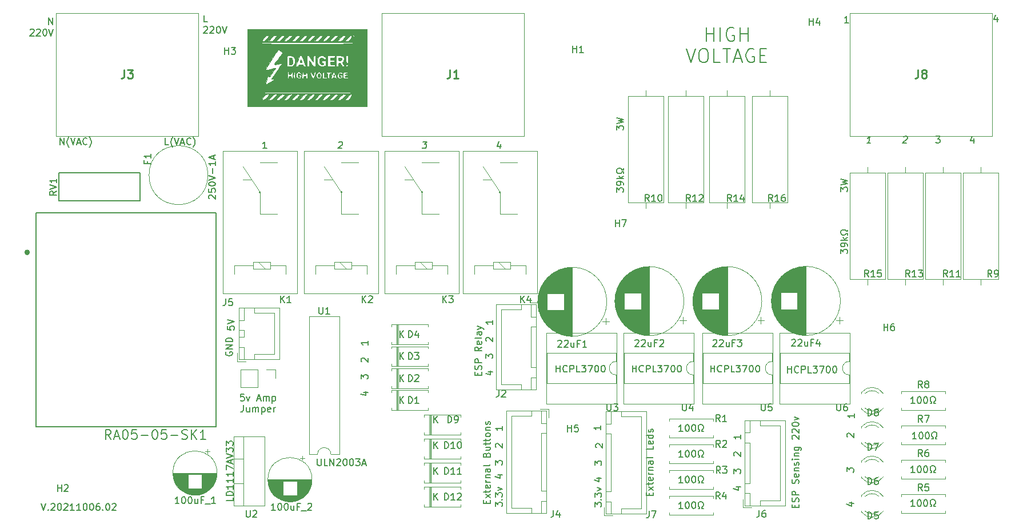
<source format=gbr>
G04 #@! TF.GenerationSoftware,KiCad,Pcbnew,(5.1.6)-1*
G04 #@! TF.CreationDate,2021-10-06T20:14:25+02:00*
G04 #@! TF.ProjectId,hamodule,68616d6f-6475-46c6-952e-6b696361645f,rev?*
G04 #@! TF.SameCoordinates,Original*
G04 #@! TF.FileFunction,Legend,Top*
G04 #@! TF.FilePolarity,Positive*
%FSLAX46Y46*%
G04 Gerber Fmt 4.6, Leading zero omitted, Abs format (unit mm)*
G04 Created by KiCad (PCBNEW (5.1.6)-1) date 2021-10-06 20:14:25*
%MOMM*%
%LPD*%
G01*
G04 APERTURE LIST*
%ADD10C,0.150000*%
%ADD11C,0.100000*%
%ADD12C,0.120000*%
%ADD13C,0.010000*%
%ADD14C,0.400000*%
%ADD15C,0.127000*%
%ADD16C,0.254000*%
G04 APERTURE END LIST*
D10*
X54161631Y-68601840D02*
X53685440Y-68601840D01*
X53637821Y-69078031D01*
X53685440Y-69030412D01*
X53780679Y-68982793D01*
X54018774Y-68982793D01*
X54114012Y-69030412D01*
X54161631Y-69078031D01*
X54209250Y-69173269D01*
X54209250Y-69411364D01*
X54161631Y-69506602D01*
X54114012Y-69554221D01*
X54018774Y-69601840D01*
X53780679Y-69601840D01*
X53685440Y-69554221D01*
X53637821Y-69506602D01*
X54542583Y-68935174D02*
X54780679Y-69601840D01*
X55018774Y-68935174D01*
X56114012Y-69316126D02*
X56590202Y-69316126D01*
X56018774Y-69601840D02*
X56352107Y-68601840D01*
X56685440Y-69601840D01*
X57018774Y-69601840D02*
X57018774Y-68935174D01*
X57018774Y-69030412D02*
X57066393Y-68982793D01*
X57161631Y-68935174D01*
X57304488Y-68935174D01*
X57399726Y-68982793D01*
X57447345Y-69078031D01*
X57447345Y-69601840D01*
X57447345Y-69078031D02*
X57494964Y-68982793D01*
X57590202Y-68935174D01*
X57733060Y-68935174D01*
X57828298Y-68982793D01*
X57875917Y-69078031D01*
X57875917Y-69601840D01*
X58352107Y-68935174D02*
X58352107Y-69935174D01*
X58352107Y-68982793D02*
X58447345Y-68935174D01*
X58637821Y-68935174D01*
X58733060Y-68982793D01*
X58780679Y-69030412D01*
X58828298Y-69125650D01*
X58828298Y-69411364D01*
X58780679Y-69506602D01*
X58733060Y-69554221D01*
X58637821Y-69601840D01*
X58447345Y-69601840D01*
X58352107Y-69554221D01*
X54066393Y-70251840D02*
X54066393Y-70966126D01*
X54018774Y-71108983D01*
X53923536Y-71204221D01*
X53780679Y-71251840D01*
X53685440Y-71251840D01*
X54971155Y-70585174D02*
X54971155Y-71251840D01*
X54542583Y-70585174D02*
X54542583Y-71108983D01*
X54590202Y-71204221D01*
X54685440Y-71251840D01*
X54828298Y-71251840D01*
X54923536Y-71204221D01*
X54971155Y-71156602D01*
X55447345Y-71251840D02*
X55447345Y-70585174D01*
X55447345Y-70680412D02*
X55494964Y-70632793D01*
X55590202Y-70585174D01*
X55733060Y-70585174D01*
X55828298Y-70632793D01*
X55875917Y-70728031D01*
X55875917Y-71251840D01*
X55875917Y-70728031D02*
X55923536Y-70632793D01*
X56018774Y-70585174D01*
X56161631Y-70585174D01*
X56256869Y-70632793D01*
X56304488Y-70728031D01*
X56304488Y-71251840D01*
X56780679Y-70585174D02*
X56780679Y-71585174D01*
X56780679Y-70632793D02*
X56875917Y-70585174D01*
X57066393Y-70585174D01*
X57161631Y-70632793D01*
X57209250Y-70680412D01*
X57256869Y-70775650D01*
X57256869Y-71061364D01*
X57209250Y-71156602D01*
X57161631Y-71204221D01*
X57066393Y-71251840D01*
X56875917Y-71251840D01*
X56780679Y-71204221D01*
X58066393Y-71204221D02*
X57971155Y-71251840D01*
X57780679Y-71251840D01*
X57685440Y-71204221D01*
X57637821Y-71108983D01*
X57637821Y-70728031D01*
X57685440Y-70632793D01*
X57780679Y-70585174D01*
X57971155Y-70585174D01*
X58066393Y-70632793D01*
X58114012Y-70728031D01*
X58114012Y-70823269D01*
X57637821Y-70918507D01*
X58542583Y-71251840D02*
X58542583Y-70585174D01*
X58542583Y-70775650D02*
X58590202Y-70680412D01*
X58637821Y-70632793D01*
X58733060Y-70585174D01*
X58828298Y-70585174D01*
X165745136Y-12856554D02*
X165745136Y-13523220D01*
X165507040Y-12475601D02*
X165268945Y-13189887D01*
X165887993Y-13189887D01*
X143727134Y-13652760D02*
X143155705Y-13652760D01*
X143441420Y-13652760D02*
X143441420Y-12652760D01*
X143346181Y-12795618D01*
X143250943Y-12890856D01*
X143155705Y-12938475D01*
X88828571Y-65825238D02*
X88828571Y-65491904D01*
X89352380Y-65349047D02*
X89352380Y-65825238D01*
X88352380Y-65825238D01*
X88352380Y-65349047D01*
X89304761Y-64968095D02*
X89352380Y-64825238D01*
X89352380Y-64587142D01*
X89304761Y-64491904D01*
X89257142Y-64444285D01*
X89161904Y-64396666D01*
X89066666Y-64396666D01*
X88971428Y-64444285D01*
X88923809Y-64491904D01*
X88876190Y-64587142D01*
X88828571Y-64777619D01*
X88780952Y-64872857D01*
X88733333Y-64920476D01*
X88638095Y-64968095D01*
X88542857Y-64968095D01*
X88447619Y-64920476D01*
X88400000Y-64872857D01*
X88352380Y-64777619D01*
X88352380Y-64539523D01*
X88400000Y-64396666D01*
X89352380Y-63968095D02*
X88352380Y-63968095D01*
X88352380Y-63587142D01*
X88400000Y-63491904D01*
X88447619Y-63444285D01*
X88542857Y-63396666D01*
X88685714Y-63396666D01*
X88780952Y-63444285D01*
X88828571Y-63491904D01*
X88876190Y-63587142D01*
X88876190Y-63968095D01*
X89352380Y-61634761D02*
X88876190Y-61968095D01*
X89352380Y-62206190D02*
X88352380Y-62206190D01*
X88352380Y-61825238D01*
X88400000Y-61730000D01*
X88447619Y-61682380D01*
X88542857Y-61634761D01*
X88685714Y-61634761D01*
X88780952Y-61682380D01*
X88828571Y-61730000D01*
X88876190Y-61825238D01*
X88876190Y-62206190D01*
X89304761Y-60825238D02*
X89352380Y-60920476D01*
X89352380Y-61110952D01*
X89304761Y-61206190D01*
X89209523Y-61253809D01*
X88828571Y-61253809D01*
X88733333Y-61206190D01*
X88685714Y-61110952D01*
X88685714Y-60920476D01*
X88733333Y-60825238D01*
X88828571Y-60777619D01*
X88923809Y-60777619D01*
X89019047Y-61253809D01*
X89352380Y-60206190D02*
X89304761Y-60301428D01*
X89209523Y-60349047D01*
X88352380Y-60349047D01*
X89352380Y-59396666D02*
X88828571Y-59396666D01*
X88733333Y-59444285D01*
X88685714Y-59539523D01*
X88685714Y-59730000D01*
X88733333Y-59825238D01*
X89304761Y-59396666D02*
X89352380Y-59491904D01*
X89352380Y-59730000D01*
X89304761Y-59825238D01*
X89209523Y-59872857D01*
X89114285Y-59872857D01*
X89019047Y-59825238D01*
X88971428Y-59730000D01*
X88971428Y-59491904D01*
X88923809Y-59396666D01*
X88685714Y-59015714D02*
X89352380Y-58777619D01*
X88685714Y-58539523D02*
X89352380Y-58777619D01*
X89590476Y-58872857D01*
X89638095Y-58920476D01*
X89685714Y-59015714D01*
X92400380Y-73374285D02*
X92400380Y-73945714D01*
X92400380Y-73660000D02*
X91400380Y-73660000D01*
X91543238Y-73755238D01*
X91638476Y-73850476D01*
X91686095Y-73945714D01*
X91733714Y-80581523D02*
X92400380Y-80581523D01*
X91352761Y-80819619D02*
X92067047Y-81057714D01*
X92067047Y-80438666D01*
X91400380Y-79073333D02*
X91400380Y-78454285D01*
X91781333Y-78787619D01*
X91781333Y-78644761D01*
X91828952Y-78549523D01*
X91876571Y-78501904D01*
X91971809Y-78454285D01*
X92209904Y-78454285D01*
X92305142Y-78501904D01*
X92352761Y-78549523D01*
X92400380Y-78644761D01*
X92400380Y-78930476D01*
X92352761Y-79025714D01*
X92305142Y-79073333D01*
X91400380Y-85248571D02*
X91400380Y-84629523D01*
X91781333Y-84962857D01*
X91781333Y-84820000D01*
X91828952Y-84724761D01*
X91876571Y-84677142D01*
X91971809Y-84629523D01*
X92209904Y-84629523D01*
X92305142Y-84677142D01*
X92352761Y-84724761D01*
X92400380Y-84820000D01*
X92400380Y-85105714D01*
X92352761Y-85200952D01*
X92305142Y-85248571D01*
X92305142Y-84200952D02*
X92352761Y-84153333D01*
X92400380Y-84200952D01*
X92352761Y-84248571D01*
X92305142Y-84200952D01*
X92400380Y-84200952D01*
X91400380Y-83820000D02*
X91400380Y-83200952D01*
X91781333Y-83534285D01*
X91781333Y-83391428D01*
X91828952Y-83296190D01*
X91876571Y-83248571D01*
X91971809Y-83200952D01*
X92209904Y-83200952D01*
X92305142Y-83248571D01*
X92352761Y-83296190D01*
X92400380Y-83391428D01*
X92400380Y-83677142D01*
X92352761Y-83772380D01*
X92305142Y-83820000D01*
X91733714Y-82867619D02*
X92400380Y-82629523D01*
X91733714Y-82391428D01*
X91495619Y-76485714D02*
X91448000Y-76438095D01*
X91400380Y-76342857D01*
X91400380Y-76104761D01*
X91448000Y-76009523D01*
X91495619Y-75961904D01*
X91590857Y-75914285D01*
X91686095Y-75914285D01*
X91828952Y-75961904D01*
X92400380Y-76533333D01*
X92400380Y-75914285D01*
X49017619Y-39690476D02*
X48970000Y-39642857D01*
X48922380Y-39547619D01*
X48922380Y-39309523D01*
X48970000Y-39214285D01*
X49017619Y-39166666D01*
X49112857Y-39119047D01*
X49208095Y-39119047D01*
X49350952Y-39166666D01*
X49922380Y-39738095D01*
X49922380Y-39119047D01*
X48922380Y-38214285D02*
X48922380Y-38690476D01*
X49398571Y-38738095D01*
X49350952Y-38690476D01*
X49303333Y-38595238D01*
X49303333Y-38357142D01*
X49350952Y-38261904D01*
X49398571Y-38214285D01*
X49493809Y-38166666D01*
X49731904Y-38166666D01*
X49827142Y-38214285D01*
X49874761Y-38261904D01*
X49922380Y-38357142D01*
X49922380Y-38595238D01*
X49874761Y-38690476D01*
X49827142Y-38738095D01*
X48922380Y-37547619D02*
X48922380Y-37452380D01*
X48970000Y-37357142D01*
X49017619Y-37309523D01*
X49112857Y-37261904D01*
X49303333Y-37214285D01*
X49541428Y-37214285D01*
X49731904Y-37261904D01*
X49827142Y-37309523D01*
X49874761Y-37357142D01*
X49922380Y-37452380D01*
X49922380Y-37547619D01*
X49874761Y-37642857D01*
X49827142Y-37690476D01*
X49731904Y-37738095D01*
X49541428Y-37785714D01*
X49303333Y-37785714D01*
X49112857Y-37738095D01*
X49017619Y-37690476D01*
X48970000Y-37642857D01*
X48922380Y-37547619D01*
X48922380Y-36928571D02*
X49922380Y-36595238D01*
X48922380Y-36261904D01*
X49541428Y-35928571D02*
X49541428Y-35166666D01*
X49922380Y-34166666D02*
X49922380Y-34738095D01*
X49922380Y-34452380D02*
X48922380Y-34452380D01*
X49065238Y-34547619D01*
X49160476Y-34642857D01*
X49208095Y-34738095D01*
X49636666Y-33785714D02*
X49636666Y-33309523D01*
X49922380Y-33880952D02*
X48922380Y-33547619D01*
X49922380Y-33214285D01*
X52522380Y-83914761D02*
X52522380Y-84390952D01*
X51522380Y-84390952D01*
X52522380Y-83581428D02*
X51522380Y-83581428D01*
X51522380Y-83343333D01*
X51570000Y-83200476D01*
X51665238Y-83105238D01*
X51760476Y-83057619D01*
X51950952Y-83010000D01*
X52093809Y-83010000D01*
X52284285Y-83057619D01*
X52379523Y-83105238D01*
X52474761Y-83200476D01*
X52522380Y-83343333D01*
X52522380Y-83581428D01*
X52522380Y-82057619D02*
X52522380Y-82629047D01*
X52522380Y-82343333D02*
X51522380Y-82343333D01*
X51665238Y-82438571D01*
X51760476Y-82533809D01*
X51808095Y-82629047D01*
X52522380Y-81105238D02*
X52522380Y-81676666D01*
X52522380Y-81390952D02*
X51522380Y-81390952D01*
X51665238Y-81486190D01*
X51760476Y-81581428D01*
X51808095Y-81676666D01*
X52522380Y-80152857D02*
X52522380Y-80724285D01*
X52522380Y-80438571D02*
X51522380Y-80438571D01*
X51665238Y-80533809D01*
X51760476Y-80629047D01*
X51808095Y-80724285D01*
X51522380Y-79819523D02*
X51522380Y-79152857D01*
X52522380Y-79581428D01*
X52236666Y-78819523D02*
X52236666Y-78343333D01*
X52522380Y-78914761D02*
X51522380Y-78581428D01*
X52522380Y-78248095D01*
X51522380Y-78057619D02*
X52522380Y-77724285D01*
X51522380Y-77390952D01*
X51522380Y-77152857D02*
X51522380Y-76533809D01*
X51903333Y-76867142D01*
X51903333Y-76724285D01*
X51950952Y-76629047D01*
X51998571Y-76581428D01*
X52093809Y-76533809D01*
X52331904Y-76533809D01*
X52427142Y-76581428D01*
X52474761Y-76629047D01*
X52522380Y-76724285D01*
X52522380Y-77010000D01*
X52474761Y-77105238D01*
X52427142Y-77152857D01*
X51522380Y-76200476D02*
X51522380Y-75581428D01*
X51903333Y-75914761D01*
X51903333Y-75771904D01*
X51950952Y-75676666D01*
X51998571Y-75629047D01*
X52093809Y-75581428D01*
X52331904Y-75581428D01*
X52427142Y-75629047D01*
X52474761Y-75676666D01*
X52522380Y-75771904D01*
X52522380Y-76057619D01*
X52474761Y-76152857D01*
X52427142Y-76200476D01*
X65032380Y-78192380D02*
X65032380Y-79001904D01*
X65080000Y-79097142D01*
X65127619Y-79144761D01*
X65222857Y-79192380D01*
X65413333Y-79192380D01*
X65508571Y-79144761D01*
X65556190Y-79097142D01*
X65603809Y-79001904D01*
X65603809Y-78192380D01*
X66556190Y-79192380D02*
X66080000Y-79192380D01*
X66080000Y-78192380D01*
X66889523Y-79192380D02*
X66889523Y-78192380D01*
X67460952Y-79192380D01*
X67460952Y-78192380D01*
X67889523Y-78287619D02*
X67937142Y-78240000D01*
X68032380Y-78192380D01*
X68270476Y-78192380D01*
X68365714Y-78240000D01*
X68413333Y-78287619D01*
X68460952Y-78382857D01*
X68460952Y-78478095D01*
X68413333Y-78620952D01*
X67841904Y-79192380D01*
X68460952Y-79192380D01*
X69080000Y-78192380D02*
X69175238Y-78192380D01*
X69270476Y-78240000D01*
X69318095Y-78287619D01*
X69365714Y-78382857D01*
X69413333Y-78573333D01*
X69413333Y-78811428D01*
X69365714Y-79001904D01*
X69318095Y-79097142D01*
X69270476Y-79144761D01*
X69175238Y-79192380D01*
X69080000Y-79192380D01*
X68984761Y-79144761D01*
X68937142Y-79097142D01*
X68889523Y-79001904D01*
X68841904Y-78811428D01*
X68841904Y-78573333D01*
X68889523Y-78382857D01*
X68937142Y-78287619D01*
X68984761Y-78240000D01*
X69080000Y-78192380D01*
X70032380Y-78192380D02*
X70127619Y-78192380D01*
X70222857Y-78240000D01*
X70270476Y-78287619D01*
X70318095Y-78382857D01*
X70365714Y-78573333D01*
X70365714Y-78811428D01*
X70318095Y-79001904D01*
X70270476Y-79097142D01*
X70222857Y-79144761D01*
X70127619Y-79192380D01*
X70032380Y-79192380D01*
X69937142Y-79144761D01*
X69889523Y-79097142D01*
X69841904Y-79001904D01*
X69794285Y-78811428D01*
X69794285Y-78573333D01*
X69841904Y-78382857D01*
X69889523Y-78287619D01*
X69937142Y-78240000D01*
X70032380Y-78192380D01*
X70699047Y-78192380D02*
X71318095Y-78192380D01*
X70984761Y-78573333D01*
X71127619Y-78573333D01*
X71222857Y-78620952D01*
X71270476Y-78668571D01*
X71318095Y-78763809D01*
X71318095Y-79001904D01*
X71270476Y-79097142D01*
X71222857Y-79144761D01*
X71127619Y-79192380D01*
X70841904Y-79192380D01*
X70746666Y-79144761D01*
X70699047Y-79097142D01*
X71699047Y-78906666D02*
X72175238Y-78906666D01*
X71603809Y-79192380D02*
X71937142Y-78192380D01*
X72270476Y-79192380D01*
X142552380Y-47800000D02*
X142552380Y-47180952D01*
X142933333Y-47514285D01*
X142933333Y-47371428D01*
X142980952Y-47276190D01*
X143028571Y-47228571D01*
X143123809Y-47180952D01*
X143361904Y-47180952D01*
X143457142Y-47228571D01*
X143504761Y-47276190D01*
X143552380Y-47371428D01*
X143552380Y-47657142D01*
X143504761Y-47752380D01*
X143457142Y-47800000D01*
X143552380Y-46704761D02*
X143552380Y-46514285D01*
X143504761Y-46419047D01*
X143457142Y-46371428D01*
X143314285Y-46276190D01*
X143123809Y-46228571D01*
X142742857Y-46228571D01*
X142647619Y-46276190D01*
X142600000Y-46323809D01*
X142552380Y-46419047D01*
X142552380Y-46609523D01*
X142600000Y-46704761D01*
X142647619Y-46752380D01*
X142742857Y-46800000D01*
X142980952Y-46800000D01*
X143076190Y-46752380D01*
X143123809Y-46704761D01*
X143171428Y-46609523D01*
X143171428Y-46419047D01*
X143123809Y-46323809D01*
X143076190Y-46276190D01*
X142980952Y-46228571D01*
X143552380Y-45800000D02*
X142552380Y-45800000D01*
X143171428Y-45704761D02*
X143552380Y-45419047D01*
X142885714Y-45419047D02*
X143266666Y-45800000D01*
X143552380Y-45038095D02*
X143552380Y-44800000D01*
X143361904Y-44800000D01*
X143314285Y-44895238D01*
X143219047Y-44990476D01*
X143076190Y-45038095D01*
X142838095Y-45038095D01*
X142695238Y-44990476D01*
X142600000Y-44895238D01*
X142552380Y-44752380D01*
X142552380Y-44561904D01*
X142600000Y-44419047D01*
X142695238Y-44323809D01*
X142838095Y-44276190D01*
X143076190Y-44276190D01*
X143219047Y-44323809D01*
X143314285Y-44419047D01*
X143361904Y-44514285D01*
X143552380Y-44514285D01*
X143552380Y-44276190D01*
X142552380Y-38609523D02*
X142552380Y-37990476D01*
X142933333Y-38323809D01*
X142933333Y-38180952D01*
X142980952Y-38085714D01*
X143028571Y-38038095D01*
X143123809Y-37990476D01*
X143361904Y-37990476D01*
X143457142Y-38038095D01*
X143504761Y-38085714D01*
X143552380Y-38180952D01*
X143552380Y-38466666D01*
X143504761Y-38561904D01*
X143457142Y-38609523D01*
X142552380Y-37657142D02*
X143552380Y-37419047D01*
X142838095Y-37228571D01*
X143552380Y-37038095D01*
X142552380Y-36800000D01*
X109352380Y-38700000D02*
X109352380Y-38080952D01*
X109733333Y-38414285D01*
X109733333Y-38271428D01*
X109780952Y-38176190D01*
X109828571Y-38128571D01*
X109923809Y-38080952D01*
X110161904Y-38080952D01*
X110257142Y-38128571D01*
X110304761Y-38176190D01*
X110352380Y-38271428D01*
X110352380Y-38557142D01*
X110304761Y-38652380D01*
X110257142Y-38700000D01*
X110352380Y-37604761D02*
X110352380Y-37414285D01*
X110304761Y-37319047D01*
X110257142Y-37271428D01*
X110114285Y-37176190D01*
X109923809Y-37128571D01*
X109542857Y-37128571D01*
X109447619Y-37176190D01*
X109400000Y-37223809D01*
X109352380Y-37319047D01*
X109352380Y-37509523D01*
X109400000Y-37604761D01*
X109447619Y-37652380D01*
X109542857Y-37700000D01*
X109780952Y-37700000D01*
X109876190Y-37652380D01*
X109923809Y-37604761D01*
X109971428Y-37509523D01*
X109971428Y-37319047D01*
X109923809Y-37223809D01*
X109876190Y-37176190D01*
X109780952Y-37128571D01*
X110352380Y-36700000D02*
X109352380Y-36700000D01*
X109971428Y-36604761D02*
X110352380Y-36319047D01*
X109685714Y-36319047D02*
X110066666Y-36700000D01*
X110352380Y-35938095D02*
X110352380Y-35700000D01*
X110161904Y-35700000D01*
X110114285Y-35795238D01*
X110019047Y-35890476D01*
X109876190Y-35938095D01*
X109638095Y-35938095D01*
X109495238Y-35890476D01*
X109400000Y-35795238D01*
X109352380Y-35652380D01*
X109352380Y-35461904D01*
X109400000Y-35319047D01*
X109495238Y-35223809D01*
X109638095Y-35176190D01*
X109876190Y-35176190D01*
X110019047Y-35223809D01*
X110114285Y-35319047D01*
X110161904Y-35414285D01*
X110352380Y-35414285D01*
X110352380Y-35176190D01*
X109352380Y-29509523D02*
X109352380Y-28890476D01*
X109733333Y-29223809D01*
X109733333Y-29080952D01*
X109780952Y-28985714D01*
X109828571Y-28938095D01*
X109923809Y-28890476D01*
X110161904Y-28890476D01*
X110257142Y-28938095D01*
X110304761Y-28985714D01*
X110352380Y-29080952D01*
X110352380Y-29366666D01*
X110304761Y-29461904D01*
X110257142Y-29509523D01*
X109352380Y-28557142D02*
X110352380Y-28319047D01*
X109638095Y-28128571D01*
X110352380Y-27938095D01*
X109352380Y-27700000D01*
X134704761Y-65452380D02*
X134704761Y-64452380D01*
X134704761Y-64928571D02*
X135276190Y-64928571D01*
X135276190Y-65452380D02*
X135276190Y-64452380D01*
X136323809Y-65357142D02*
X136276190Y-65404761D01*
X136133333Y-65452380D01*
X136038095Y-65452380D01*
X135895238Y-65404761D01*
X135800000Y-65309523D01*
X135752380Y-65214285D01*
X135704761Y-65023809D01*
X135704761Y-64880952D01*
X135752380Y-64690476D01*
X135800000Y-64595238D01*
X135895238Y-64500000D01*
X136038095Y-64452380D01*
X136133333Y-64452380D01*
X136276190Y-64500000D01*
X136323809Y-64547619D01*
X136752380Y-65452380D02*
X136752380Y-64452380D01*
X137133333Y-64452380D01*
X137228571Y-64500000D01*
X137276190Y-64547619D01*
X137323809Y-64642857D01*
X137323809Y-64785714D01*
X137276190Y-64880952D01*
X137228571Y-64928571D01*
X137133333Y-64976190D01*
X136752380Y-64976190D01*
X138228571Y-65452380D02*
X137752380Y-65452380D01*
X137752380Y-64452380D01*
X138466666Y-64452380D02*
X139085714Y-64452380D01*
X138752380Y-64833333D01*
X138895238Y-64833333D01*
X138990476Y-64880952D01*
X139038095Y-64928571D01*
X139085714Y-65023809D01*
X139085714Y-65261904D01*
X139038095Y-65357142D01*
X138990476Y-65404761D01*
X138895238Y-65452380D01*
X138609523Y-65452380D01*
X138514285Y-65404761D01*
X138466666Y-65357142D01*
X139419047Y-64452380D02*
X140085714Y-64452380D01*
X139657142Y-65452380D01*
X140657142Y-64452380D02*
X140752380Y-64452380D01*
X140847619Y-64500000D01*
X140895238Y-64547619D01*
X140942857Y-64642857D01*
X140990476Y-64833333D01*
X140990476Y-65071428D01*
X140942857Y-65261904D01*
X140895238Y-65357142D01*
X140847619Y-65404761D01*
X140752380Y-65452380D01*
X140657142Y-65452380D01*
X140561904Y-65404761D01*
X140514285Y-65357142D01*
X140466666Y-65261904D01*
X140419047Y-65071428D01*
X140419047Y-64833333D01*
X140466666Y-64642857D01*
X140514285Y-64547619D01*
X140561904Y-64500000D01*
X140657142Y-64452380D01*
X141609523Y-64452380D02*
X141704761Y-64452380D01*
X141800000Y-64500000D01*
X141847619Y-64547619D01*
X141895238Y-64642857D01*
X141942857Y-64833333D01*
X141942857Y-65071428D01*
X141895238Y-65261904D01*
X141847619Y-65357142D01*
X141800000Y-65404761D01*
X141704761Y-65452380D01*
X141609523Y-65452380D01*
X141514285Y-65404761D01*
X141466666Y-65357142D01*
X141419047Y-65261904D01*
X141371428Y-65071428D01*
X141371428Y-64833333D01*
X141419047Y-64642857D01*
X141466666Y-64547619D01*
X141514285Y-64500000D01*
X141609523Y-64452380D01*
X123304761Y-65352380D02*
X123304761Y-64352380D01*
X123304761Y-64828571D02*
X123876190Y-64828571D01*
X123876190Y-65352380D02*
X123876190Y-64352380D01*
X124923809Y-65257142D02*
X124876190Y-65304761D01*
X124733333Y-65352380D01*
X124638095Y-65352380D01*
X124495238Y-65304761D01*
X124400000Y-65209523D01*
X124352380Y-65114285D01*
X124304761Y-64923809D01*
X124304761Y-64780952D01*
X124352380Y-64590476D01*
X124400000Y-64495238D01*
X124495238Y-64400000D01*
X124638095Y-64352380D01*
X124733333Y-64352380D01*
X124876190Y-64400000D01*
X124923809Y-64447619D01*
X125352380Y-65352380D02*
X125352380Y-64352380D01*
X125733333Y-64352380D01*
X125828571Y-64400000D01*
X125876190Y-64447619D01*
X125923809Y-64542857D01*
X125923809Y-64685714D01*
X125876190Y-64780952D01*
X125828571Y-64828571D01*
X125733333Y-64876190D01*
X125352380Y-64876190D01*
X126828571Y-65352380D02*
X126352380Y-65352380D01*
X126352380Y-64352380D01*
X127066666Y-64352380D02*
X127685714Y-64352380D01*
X127352380Y-64733333D01*
X127495238Y-64733333D01*
X127590476Y-64780952D01*
X127638095Y-64828571D01*
X127685714Y-64923809D01*
X127685714Y-65161904D01*
X127638095Y-65257142D01*
X127590476Y-65304761D01*
X127495238Y-65352380D01*
X127209523Y-65352380D01*
X127114285Y-65304761D01*
X127066666Y-65257142D01*
X128019047Y-64352380D02*
X128685714Y-64352380D01*
X128257142Y-65352380D01*
X129257142Y-64352380D02*
X129352380Y-64352380D01*
X129447619Y-64400000D01*
X129495238Y-64447619D01*
X129542857Y-64542857D01*
X129590476Y-64733333D01*
X129590476Y-64971428D01*
X129542857Y-65161904D01*
X129495238Y-65257142D01*
X129447619Y-65304761D01*
X129352380Y-65352380D01*
X129257142Y-65352380D01*
X129161904Y-65304761D01*
X129114285Y-65257142D01*
X129066666Y-65161904D01*
X129019047Y-64971428D01*
X129019047Y-64733333D01*
X129066666Y-64542857D01*
X129114285Y-64447619D01*
X129161904Y-64400000D01*
X129257142Y-64352380D01*
X130209523Y-64352380D02*
X130304761Y-64352380D01*
X130400000Y-64400000D01*
X130447619Y-64447619D01*
X130495238Y-64542857D01*
X130542857Y-64733333D01*
X130542857Y-64971428D01*
X130495238Y-65161904D01*
X130447619Y-65257142D01*
X130400000Y-65304761D01*
X130304761Y-65352380D01*
X130209523Y-65352380D01*
X130114285Y-65304761D01*
X130066666Y-65257142D01*
X130019047Y-65161904D01*
X129971428Y-64971428D01*
X129971428Y-64733333D01*
X130019047Y-64542857D01*
X130066666Y-64447619D01*
X130114285Y-64400000D01*
X130209523Y-64352380D01*
X111704761Y-65352380D02*
X111704761Y-64352380D01*
X111704761Y-64828571D02*
X112276190Y-64828571D01*
X112276190Y-65352380D02*
X112276190Y-64352380D01*
X113323809Y-65257142D02*
X113276190Y-65304761D01*
X113133333Y-65352380D01*
X113038095Y-65352380D01*
X112895238Y-65304761D01*
X112800000Y-65209523D01*
X112752380Y-65114285D01*
X112704761Y-64923809D01*
X112704761Y-64780952D01*
X112752380Y-64590476D01*
X112800000Y-64495238D01*
X112895238Y-64400000D01*
X113038095Y-64352380D01*
X113133333Y-64352380D01*
X113276190Y-64400000D01*
X113323809Y-64447619D01*
X113752380Y-65352380D02*
X113752380Y-64352380D01*
X114133333Y-64352380D01*
X114228571Y-64400000D01*
X114276190Y-64447619D01*
X114323809Y-64542857D01*
X114323809Y-64685714D01*
X114276190Y-64780952D01*
X114228571Y-64828571D01*
X114133333Y-64876190D01*
X113752380Y-64876190D01*
X115228571Y-65352380D02*
X114752380Y-65352380D01*
X114752380Y-64352380D01*
X115466666Y-64352380D02*
X116085714Y-64352380D01*
X115752380Y-64733333D01*
X115895238Y-64733333D01*
X115990476Y-64780952D01*
X116038095Y-64828571D01*
X116085714Y-64923809D01*
X116085714Y-65161904D01*
X116038095Y-65257142D01*
X115990476Y-65304761D01*
X115895238Y-65352380D01*
X115609523Y-65352380D01*
X115514285Y-65304761D01*
X115466666Y-65257142D01*
X116419047Y-64352380D02*
X117085714Y-64352380D01*
X116657142Y-65352380D01*
X117657142Y-64352380D02*
X117752380Y-64352380D01*
X117847619Y-64400000D01*
X117895238Y-64447619D01*
X117942857Y-64542857D01*
X117990476Y-64733333D01*
X117990476Y-64971428D01*
X117942857Y-65161904D01*
X117895238Y-65257142D01*
X117847619Y-65304761D01*
X117752380Y-65352380D01*
X117657142Y-65352380D01*
X117561904Y-65304761D01*
X117514285Y-65257142D01*
X117466666Y-65161904D01*
X117419047Y-64971428D01*
X117419047Y-64733333D01*
X117466666Y-64542857D01*
X117514285Y-64447619D01*
X117561904Y-64400000D01*
X117657142Y-64352380D01*
X118609523Y-64352380D02*
X118704761Y-64352380D01*
X118800000Y-64400000D01*
X118847619Y-64447619D01*
X118895238Y-64542857D01*
X118942857Y-64733333D01*
X118942857Y-64971428D01*
X118895238Y-65161904D01*
X118847619Y-65257142D01*
X118800000Y-65304761D01*
X118704761Y-65352380D01*
X118609523Y-65352380D01*
X118514285Y-65304761D01*
X118466666Y-65257142D01*
X118419047Y-65161904D01*
X118371428Y-64971428D01*
X118371428Y-64733333D01*
X118419047Y-64542857D01*
X118466666Y-64447619D01*
X118514285Y-64400000D01*
X118609523Y-64352380D01*
X100404761Y-65352380D02*
X100404761Y-64352380D01*
X100404761Y-64828571D02*
X100976190Y-64828571D01*
X100976190Y-65352380D02*
X100976190Y-64352380D01*
X102023809Y-65257142D02*
X101976190Y-65304761D01*
X101833333Y-65352380D01*
X101738095Y-65352380D01*
X101595238Y-65304761D01*
X101500000Y-65209523D01*
X101452380Y-65114285D01*
X101404761Y-64923809D01*
X101404761Y-64780952D01*
X101452380Y-64590476D01*
X101500000Y-64495238D01*
X101595238Y-64400000D01*
X101738095Y-64352380D01*
X101833333Y-64352380D01*
X101976190Y-64400000D01*
X102023809Y-64447619D01*
X102452380Y-65352380D02*
X102452380Y-64352380D01*
X102833333Y-64352380D01*
X102928571Y-64400000D01*
X102976190Y-64447619D01*
X103023809Y-64542857D01*
X103023809Y-64685714D01*
X102976190Y-64780952D01*
X102928571Y-64828571D01*
X102833333Y-64876190D01*
X102452380Y-64876190D01*
X103928571Y-65352380D02*
X103452380Y-65352380D01*
X103452380Y-64352380D01*
X104166666Y-64352380D02*
X104785714Y-64352380D01*
X104452380Y-64733333D01*
X104595238Y-64733333D01*
X104690476Y-64780952D01*
X104738095Y-64828571D01*
X104785714Y-64923809D01*
X104785714Y-65161904D01*
X104738095Y-65257142D01*
X104690476Y-65304761D01*
X104595238Y-65352380D01*
X104309523Y-65352380D01*
X104214285Y-65304761D01*
X104166666Y-65257142D01*
X105119047Y-64352380D02*
X105785714Y-64352380D01*
X105357142Y-65352380D01*
X106357142Y-64352380D02*
X106452380Y-64352380D01*
X106547619Y-64400000D01*
X106595238Y-64447619D01*
X106642857Y-64542857D01*
X106690476Y-64733333D01*
X106690476Y-64971428D01*
X106642857Y-65161904D01*
X106595238Y-65257142D01*
X106547619Y-65304761D01*
X106452380Y-65352380D01*
X106357142Y-65352380D01*
X106261904Y-65304761D01*
X106214285Y-65257142D01*
X106166666Y-65161904D01*
X106119047Y-64971428D01*
X106119047Y-64733333D01*
X106166666Y-64542857D01*
X106214285Y-64447619D01*
X106261904Y-64400000D01*
X106357142Y-64352380D01*
X107309523Y-64352380D02*
X107404761Y-64352380D01*
X107500000Y-64400000D01*
X107547619Y-64447619D01*
X107595238Y-64542857D01*
X107642857Y-64733333D01*
X107642857Y-64971428D01*
X107595238Y-65161904D01*
X107547619Y-65257142D01*
X107500000Y-65304761D01*
X107404761Y-65352380D01*
X107309523Y-65352380D01*
X107214285Y-65304761D01*
X107166666Y-65257142D01*
X107119047Y-65161904D01*
X107071428Y-64971428D01*
X107071428Y-64733333D01*
X107119047Y-64542857D01*
X107166666Y-64447619D01*
X107214285Y-64400000D01*
X107309523Y-64352380D01*
X48711785Y-13527380D02*
X48235595Y-13527380D01*
X48235595Y-12527380D01*
X48187976Y-14272619D02*
X48235595Y-14225000D01*
X48330833Y-14177380D01*
X48568928Y-14177380D01*
X48664166Y-14225000D01*
X48711785Y-14272619D01*
X48759404Y-14367857D01*
X48759404Y-14463095D01*
X48711785Y-14605952D01*
X48140357Y-15177380D01*
X48759404Y-15177380D01*
X49140357Y-14272619D02*
X49187976Y-14225000D01*
X49283214Y-14177380D01*
X49521309Y-14177380D01*
X49616547Y-14225000D01*
X49664166Y-14272619D01*
X49711785Y-14367857D01*
X49711785Y-14463095D01*
X49664166Y-14605952D01*
X49092738Y-15177380D01*
X49711785Y-15177380D01*
X50330833Y-14177380D02*
X50426071Y-14177380D01*
X50521309Y-14225000D01*
X50568928Y-14272619D01*
X50616547Y-14367857D01*
X50664166Y-14558333D01*
X50664166Y-14796428D01*
X50616547Y-14986904D01*
X50568928Y-15082142D01*
X50521309Y-15129761D01*
X50426071Y-15177380D01*
X50330833Y-15177380D01*
X50235595Y-15129761D01*
X50187976Y-15082142D01*
X50140357Y-14986904D01*
X50092738Y-14796428D01*
X50092738Y-14558333D01*
X50140357Y-14367857D01*
X50187976Y-14272619D01*
X50235595Y-14225000D01*
X50330833Y-14177380D01*
X50949880Y-14177380D02*
X51283214Y-15177380D01*
X51616547Y-14177380D01*
X25192976Y-13927380D02*
X25192976Y-12927380D01*
X25764404Y-13927380D01*
X25764404Y-12927380D01*
X22478690Y-14672619D02*
X22526309Y-14625000D01*
X22621547Y-14577380D01*
X22859642Y-14577380D01*
X22954880Y-14625000D01*
X23002500Y-14672619D01*
X23050119Y-14767857D01*
X23050119Y-14863095D01*
X23002500Y-15005952D01*
X22431071Y-15577380D01*
X23050119Y-15577380D01*
X23431071Y-14672619D02*
X23478690Y-14625000D01*
X23573928Y-14577380D01*
X23812023Y-14577380D01*
X23907261Y-14625000D01*
X23954880Y-14672619D01*
X24002500Y-14767857D01*
X24002500Y-14863095D01*
X23954880Y-15005952D01*
X23383452Y-15577380D01*
X24002500Y-15577380D01*
X24621547Y-14577380D02*
X24716785Y-14577380D01*
X24812023Y-14625000D01*
X24859642Y-14672619D01*
X24907261Y-14767857D01*
X24954880Y-14958333D01*
X24954880Y-15196428D01*
X24907261Y-15386904D01*
X24859642Y-15482142D01*
X24812023Y-15529761D01*
X24716785Y-15577380D01*
X24621547Y-15577380D01*
X24526309Y-15529761D01*
X24478690Y-15482142D01*
X24431071Y-15386904D01*
X24383452Y-15196428D01*
X24383452Y-14958333D01*
X24431071Y-14767857D01*
X24478690Y-14672619D01*
X24526309Y-14625000D01*
X24621547Y-14577380D01*
X25240595Y-14577380D02*
X25573928Y-15577380D01*
X25907261Y-14577380D01*
X127039714Y-82359523D02*
X127706380Y-82359523D01*
X126658761Y-82597619D02*
X127373047Y-82835714D01*
X127373047Y-82216666D01*
X127706380Y-74644285D02*
X127706380Y-75215714D01*
X127706380Y-74930000D02*
X126706380Y-74930000D01*
X126849238Y-75025238D01*
X126944476Y-75120476D01*
X126992095Y-75215714D01*
X126801619Y-77755714D02*
X126754000Y-77708095D01*
X126706380Y-77612857D01*
X126706380Y-77374761D01*
X126754000Y-77279523D01*
X126801619Y-77231904D01*
X126896857Y-77184285D01*
X126992095Y-77184285D01*
X127134952Y-77231904D01*
X127706380Y-77803333D01*
X127706380Y-77184285D01*
X126706380Y-80343333D02*
X126706380Y-79724285D01*
X127087333Y-80057619D01*
X127087333Y-79914761D01*
X127134952Y-79819523D01*
X127182571Y-79771904D01*
X127277809Y-79724285D01*
X127515904Y-79724285D01*
X127611142Y-79771904D01*
X127658761Y-79819523D01*
X127706380Y-79914761D01*
X127706380Y-80200476D01*
X127658761Y-80295714D01*
X127611142Y-80343333D01*
X135818571Y-85406666D02*
X135818571Y-85073333D01*
X136342380Y-84930476D02*
X136342380Y-85406666D01*
X135342380Y-85406666D01*
X135342380Y-84930476D01*
X136294761Y-84549523D02*
X136342380Y-84406666D01*
X136342380Y-84168571D01*
X136294761Y-84073333D01*
X136247142Y-84025714D01*
X136151904Y-83978095D01*
X136056666Y-83978095D01*
X135961428Y-84025714D01*
X135913809Y-84073333D01*
X135866190Y-84168571D01*
X135818571Y-84359047D01*
X135770952Y-84454285D01*
X135723333Y-84501904D01*
X135628095Y-84549523D01*
X135532857Y-84549523D01*
X135437619Y-84501904D01*
X135390000Y-84454285D01*
X135342380Y-84359047D01*
X135342380Y-84120952D01*
X135390000Y-83978095D01*
X136342380Y-83549523D02*
X135342380Y-83549523D01*
X135342380Y-83168571D01*
X135390000Y-83073333D01*
X135437619Y-83025714D01*
X135532857Y-82978095D01*
X135675714Y-82978095D01*
X135770952Y-83025714D01*
X135818571Y-83073333D01*
X135866190Y-83168571D01*
X135866190Y-83549523D01*
X136294761Y-81835238D02*
X136342380Y-81692380D01*
X136342380Y-81454285D01*
X136294761Y-81359047D01*
X136247142Y-81311428D01*
X136151904Y-81263809D01*
X136056666Y-81263809D01*
X135961428Y-81311428D01*
X135913809Y-81359047D01*
X135866190Y-81454285D01*
X135818571Y-81644761D01*
X135770952Y-81740000D01*
X135723333Y-81787619D01*
X135628095Y-81835238D01*
X135532857Y-81835238D01*
X135437619Y-81787619D01*
X135390000Y-81740000D01*
X135342380Y-81644761D01*
X135342380Y-81406666D01*
X135390000Y-81263809D01*
X136294761Y-80454285D02*
X136342380Y-80549523D01*
X136342380Y-80740000D01*
X136294761Y-80835238D01*
X136199523Y-80882857D01*
X135818571Y-80882857D01*
X135723333Y-80835238D01*
X135675714Y-80740000D01*
X135675714Y-80549523D01*
X135723333Y-80454285D01*
X135818571Y-80406666D01*
X135913809Y-80406666D01*
X136009047Y-80882857D01*
X135675714Y-79978095D02*
X136342380Y-79978095D01*
X135770952Y-79978095D02*
X135723333Y-79930476D01*
X135675714Y-79835238D01*
X135675714Y-79692380D01*
X135723333Y-79597142D01*
X135818571Y-79549523D01*
X136342380Y-79549523D01*
X136294761Y-79120952D02*
X136342380Y-79025714D01*
X136342380Y-78835238D01*
X136294761Y-78740000D01*
X136199523Y-78692380D01*
X136151904Y-78692380D01*
X136056666Y-78740000D01*
X136009047Y-78835238D01*
X136009047Y-78978095D01*
X135961428Y-79073333D01*
X135866190Y-79120952D01*
X135818571Y-79120952D01*
X135723333Y-79073333D01*
X135675714Y-78978095D01*
X135675714Y-78835238D01*
X135723333Y-78740000D01*
X136342380Y-78263809D02*
X135675714Y-78263809D01*
X135342380Y-78263809D02*
X135390000Y-78311428D01*
X135437619Y-78263809D01*
X135390000Y-78216190D01*
X135342380Y-78263809D01*
X135437619Y-78263809D01*
X135675714Y-77787619D02*
X136342380Y-77787619D01*
X135770952Y-77787619D02*
X135723333Y-77740000D01*
X135675714Y-77644761D01*
X135675714Y-77501904D01*
X135723333Y-77406666D01*
X135818571Y-77359047D01*
X136342380Y-77359047D01*
X135675714Y-76454285D02*
X136485238Y-76454285D01*
X136580476Y-76501904D01*
X136628095Y-76549523D01*
X136675714Y-76644761D01*
X136675714Y-76787619D01*
X136628095Y-76882857D01*
X136294761Y-76454285D02*
X136342380Y-76549523D01*
X136342380Y-76740000D01*
X136294761Y-76835238D01*
X136247142Y-76882857D01*
X136151904Y-76930476D01*
X135866190Y-76930476D01*
X135770952Y-76882857D01*
X135723333Y-76835238D01*
X135675714Y-76740000D01*
X135675714Y-76549523D01*
X135723333Y-76454285D01*
X135437619Y-75263809D02*
X135390000Y-75216190D01*
X135342380Y-75120952D01*
X135342380Y-74882857D01*
X135390000Y-74787619D01*
X135437619Y-74740000D01*
X135532857Y-74692380D01*
X135628095Y-74692380D01*
X135770952Y-74740000D01*
X136342380Y-75311428D01*
X136342380Y-74692380D01*
X135437619Y-74311428D02*
X135390000Y-74263809D01*
X135342380Y-74168571D01*
X135342380Y-73930476D01*
X135390000Y-73835238D01*
X135437619Y-73787619D01*
X135532857Y-73740000D01*
X135628095Y-73740000D01*
X135770952Y-73787619D01*
X136342380Y-74359047D01*
X136342380Y-73740000D01*
X135342380Y-73120952D02*
X135342380Y-73025714D01*
X135390000Y-72930476D01*
X135437619Y-72882857D01*
X135532857Y-72835238D01*
X135723333Y-72787619D01*
X135961428Y-72787619D01*
X136151904Y-72835238D01*
X136247142Y-72882857D01*
X136294761Y-72930476D01*
X136342380Y-73025714D01*
X136342380Y-73120952D01*
X136294761Y-73216190D01*
X136247142Y-73263809D01*
X136151904Y-73311428D01*
X135961428Y-73359047D01*
X135723333Y-73359047D01*
X135532857Y-73311428D01*
X135437619Y-73263809D01*
X135390000Y-73216190D01*
X135342380Y-73120952D01*
X135675714Y-72454285D02*
X136342380Y-72216190D01*
X135675714Y-71978095D01*
X153521904Y-85232380D02*
X152950476Y-85232380D01*
X153236190Y-85232380D02*
X153236190Y-84232380D01*
X153140952Y-84375238D01*
X153045714Y-84470476D01*
X152950476Y-84518095D01*
X154140952Y-84232380D02*
X154236190Y-84232380D01*
X154331428Y-84280000D01*
X154379047Y-84327619D01*
X154426666Y-84422857D01*
X154474285Y-84613333D01*
X154474285Y-84851428D01*
X154426666Y-85041904D01*
X154379047Y-85137142D01*
X154331428Y-85184761D01*
X154236190Y-85232380D01*
X154140952Y-85232380D01*
X154045714Y-85184761D01*
X153998095Y-85137142D01*
X153950476Y-85041904D01*
X153902857Y-84851428D01*
X153902857Y-84613333D01*
X153950476Y-84422857D01*
X153998095Y-84327619D01*
X154045714Y-84280000D01*
X154140952Y-84232380D01*
X155093333Y-84232380D02*
X155188571Y-84232380D01*
X155283809Y-84280000D01*
X155331428Y-84327619D01*
X155379047Y-84422857D01*
X155426666Y-84613333D01*
X155426666Y-84851428D01*
X155379047Y-85041904D01*
X155331428Y-85137142D01*
X155283809Y-85184761D01*
X155188571Y-85232380D01*
X155093333Y-85232380D01*
X154998095Y-85184761D01*
X154950476Y-85137142D01*
X154902857Y-85041904D01*
X154855238Y-84851428D01*
X154855238Y-84613333D01*
X154902857Y-84422857D01*
X154950476Y-84327619D01*
X154998095Y-84280000D01*
X155093333Y-84232380D01*
X155807619Y-85232380D02*
X156045714Y-85232380D01*
X156045714Y-85041904D01*
X155950476Y-84994285D01*
X155855238Y-84899047D01*
X155807619Y-84756190D01*
X155807619Y-84518095D01*
X155855238Y-84375238D01*
X155950476Y-84280000D01*
X156093333Y-84232380D01*
X156283809Y-84232380D01*
X156426666Y-84280000D01*
X156521904Y-84375238D01*
X156569523Y-84518095D01*
X156569523Y-84756190D01*
X156521904Y-84899047D01*
X156426666Y-84994285D01*
X156331428Y-85041904D01*
X156331428Y-85232380D01*
X156569523Y-85232380D01*
X153521904Y-80232380D02*
X152950476Y-80232380D01*
X153236190Y-80232380D02*
X153236190Y-79232380D01*
X153140952Y-79375238D01*
X153045714Y-79470476D01*
X152950476Y-79518095D01*
X154140952Y-79232380D02*
X154236190Y-79232380D01*
X154331428Y-79280000D01*
X154379047Y-79327619D01*
X154426666Y-79422857D01*
X154474285Y-79613333D01*
X154474285Y-79851428D01*
X154426666Y-80041904D01*
X154379047Y-80137142D01*
X154331428Y-80184761D01*
X154236190Y-80232380D01*
X154140952Y-80232380D01*
X154045714Y-80184761D01*
X153998095Y-80137142D01*
X153950476Y-80041904D01*
X153902857Y-79851428D01*
X153902857Y-79613333D01*
X153950476Y-79422857D01*
X153998095Y-79327619D01*
X154045714Y-79280000D01*
X154140952Y-79232380D01*
X155093333Y-79232380D02*
X155188571Y-79232380D01*
X155283809Y-79280000D01*
X155331428Y-79327619D01*
X155379047Y-79422857D01*
X155426666Y-79613333D01*
X155426666Y-79851428D01*
X155379047Y-80041904D01*
X155331428Y-80137142D01*
X155283809Y-80184761D01*
X155188571Y-80232380D01*
X155093333Y-80232380D01*
X154998095Y-80184761D01*
X154950476Y-80137142D01*
X154902857Y-80041904D01*
X154855238Y-79851428D01*
X154855238Y-79613333D01*
X154902857Y-79422857D01*
X154950476Y-79327619D01*
X154998095Y-79280000D01*
X155093333Y-79232380D01*
X155807619Y-80232380D02*
X156045714Y-80232380D01*
X156045714Y-80041904D01*
X155950476Y-79994285D01*
X155855238Y-79899047D01*
X155807619Y-79756190D01*
X155807619Y-79518095D01*
X155855238Y-79375238D01*
X155950476Y-79280000D01*
X156093333Y-79232380D01*
X156283809Y-79232380D01*
X156426666Y-79280000D01*
X156521904Y-79375238D01*
X156569523Y-79518095D01*
X156569523Y-79756190D01*
X156521904Y-79899047D01*
X156426666Y-79994285D01*
X156331428Y-80041904D01*
X156331428Y-80232380D01*
X156569523Y-80232380D01*
X153771904Y-75232380D02*
X153200476Y-75232380D01*
X153486190Y-75232380D02*
X153486190Y-74232380D01*
X153390952Y-74375238D01*
X153295714Y-74470476D01*
X153200476Y-74518095D01*
X154390952Y-74232380D02*
X154486190Y-74232380D01*
X154581428Y-74280000D01*
X154629047Y-74327619D01*
X154676666Y-74422857D01*
X154724285Y-74613333D01*
X154724285Y-74851428D01*
X154676666Y-75041904D01*
X154629047Y-75137142D01*
X154581428Y-75184761D01*
X154486190Y-75232380D01*
X154390952Y-75232380D01*
X154295714Y-75184761D01*
X154248095Y-75137142D01*
X154200476Y-75041904D01*
X154152857Y-74851428D01*
X154152857Y-74613333D01*
X154200476Y-74422857D01*
X154248095Y-74327619D01*
X154295714Y-74280000D01*
X154390952Y-74232380D01*
X155343333Y-74232380D02*
X155438571Y-74232380D01*
X155533809Y-74280000D01*
X155581428Y-74327619D01*
X155629047Y-74422857D01*
X155676666Y-74613333D01*
X155676666Y-74851428D01*
X155629047Y-75041904D01*
X155581428Y-75137142D01*
X155533809Y-75184761D01*
X155438571Y-75232380D01*
X155343333Y-75232380D01*
X155248095Y-75184761D01*
X155200476Y-75137142D01*
X155152857Y-75041904D01*
X155105238Y-74851428D01*
X155105238Y-74613333D01*
X155152857Y-74422857D01*
X155200476Y-74327619D01*
X155248095Y-74280000D01*
X155343333Y-74232380D01*
X156057619Y-75232380D02*
X156295714Y-75232380D01*
X156295714Y-75041904D01*
X156200476Y-74994285D01*
X156105238Y-74899047D01*
X156057619Y-74756190D01*
X156057619Y-74518095D01*
X156105238Y-74375238D01*
X156200476Y-74280000D01*
X156343333Y-74232380D01*
X156533809Y-74232380D01*
X156676666Y-74280000D01*
X156771904Y-74375238D01*
X156819523Y-74518095D01*
X156819523Y-74756190D01*
X156771904Y-74899047D01*
X156676666Y-74994285D01*
X156581428Y-75041904D01*
X156581428Y-75232380D01*
X156819523Y-75232380D01*
X153521904Y-69982380D02*
X152950476Y-69982380D01*
X153236190Y-69982380D02*
X153236190Y-68982380D01*
X153140952Y-69125238D01*
X153045714Y-69220476D01*
X152950476Y-69268095D01*
X154140952Y-68982380D02*
X154236190Y-68982380D01*
X154331428Y-69030000D01*
X154379047Y-69077619D01*
X154426666Y-69172857D01*
X154474285Y-69363333D01*
X154474285Y-69601428D01*
X154426666Y-69791904D01*
X154379047Y-69887142D01*
X154331428Y-69934761D01*
X154236190Y-69982380D01*
X154140952Y-69982380D01*
X154045714Y-69934761D01*
X153998095Y-69887142D01*
X153950476Y-69791904D01*
X153902857Y-69601428D01*
X153902857Y-69363333D01*
X153950476Y-69172857D01*
X153998095Y-69077619D01*
X154045714Y-69030000D01*
X154140952Y-68982380D01*
X155093333Y-68982380D02*
X155188571Y-68982380D01*
X155283809Y-69030000D01*
X155331428Y-69077619D01*
X155379047Y-69172857D01*
X155426666Y-69363333D01*
X155426666Y-69601428D01*
X155379047Y-69791904D01*
X155331428Y-69887142D01*
X155283809Y-69934761D01*
X155188571Y-69982380D01*
X155093333Y-69982380D01*
X154998095Y-69934761D01*
X154950476Y-69887142D01*
X154902857Y-69791904D01*
X154855238Y-69601428D01*
X154855238Y-69363333D01*
X154902857Y-69172857D01*
X154950476Y-69077619D01*
X154998095Y-69030000D01*
X155093333Y-68982380D01*
X155807619Y-69982380D02*
X156045714Y-69982380D01*
X156045714Y-69791904D01*
X155950476Y-69744285D01*
X155855238Y-69649047D01*
X155807619Y-69506190D01*
X155807619Y-69268095D01*
X155855238Y-69125238D01*
X155950476Y-69030000D01*
X156093333Y-68982380D01*
X156283809Y-68982380D01*
X156426666Y-69030000D01*
X156521904Y-69125238D01*
X156569523Y-69268095D01*
X156569523Y-69506190D01*
X156521904Y-69649047D01*
X156426666Y-69744285D01*
X156331428Y-69791904D01*
X156331428Y-69982380D01*
X156569523Y-69982380D01*
X51491260Y-62372144D02*
X51443640Y-62467382D01*
X51443640Y-62610240D01*
X51491260Y-62753097D01*
X51586498Y-62848335D01*
X51681736Y-62895954D01*
X51872212Y-62943573D01*
X52015069Y-62943573D01*
X52205545Y-62895954D01*
X52300783Y-62848335D01*
X52396021Y-62753097D01*
X52443640Y-62610240D01*
X52443640Y-62515001D01*
X52396021Y-62372144D01*
X52348402Y-62324525D01*
X52015069Y-62324525D01*
X52015069Y-62515001D01*
X52443640Y-61895954D02*
X51443640Y-61895954D01*
X52443640Y-61324525D01*
X51443640Y-61324525D01*
X52443640Y-60848335D02*
X51443640Y-60848335D01*
X51443640Y-60610240D01*
X51491260Y-60467382D01*
X51586498Y-60372144D01*
X51681736Y-60324525D01*
X51872212Y-60276906D01*
X52015069Y-60276906D01*
X52205545Y-60324525D01*
X52300783Y-60372144D01*
X52396021Y-60467382D01*
X52443640Y-60610240D01*
X52443640Y-60848335D01*
X51697640Y-58564756D02*
X51697640Y-59040946D01*
X52173831Y-59088565D01*
X52126212Y-59040946D01*
X52078593Y-58945708D01*
X52078593Y-58707613D01*
X52126212Y-58612375D01*
X52173831Y-58564756D01*
X52269069Y-58517137D01*
X52507164Y-58517137D01*
X52602402Y-58564756D01*
X52650021Y-58612375D01*
X52697640Y-58707613D01*
X52697640Y-58945708D01*
X52650021Y-59040946D01*
X52602402Y-59088565D01*
X51697640Y-58231422D02*
X52697640Y-57898089D01*
X51697640Y-57564756D01*
X92147824Y-31579714D02*
X92064491Y-32246380D01*
X91957348Y-31198761D02*
X91629967Y-31913047D01*
X92249014Y-31913047D01*
X80665681Y-31246380D02*
X81284729Y-31246380D01*
X80903776Y-31627333D01*
X81046633Y-31627333D01*
X81135919Y-31674952D01*
X81177586Y-31722571D01*
X81213300Y-31817809D01*
X81183538Y-32055904D01*
X81124014Y-32151142D01*
X81070443Y-32198761D01*
X80969252Y-32246380D01*
X80683538Y-32246380D01*
X80594252Y-32198761D01*
X80552586Y-32151142D01*
X68201395Y-31341619D02*
X68254967Y-31294000D01*
X68356157Y-31246380D01*
X68594252Y-31246380D01*
X68683538Y-31294000D01*
X68725205Y-31341619D01*
X68760919Y-31436857D01*
X68749014Y-31532095D01*
X68683538Y-31674952D01*
X68040681Y-32246380D01*
X68659729Y-32246380D01*
X57509714Y-32246380D02*
X56938285Y-32246380D01*
X57224000Y-32246380D02*
X57224000Y-31246380D01*
X57128761Y-31389238D01*
X57033523Y-31484476D01*
X56938285Y-31532095D01*
X72496380Y-60740285D02*
X72496380Y-61311714D01*
X72496380Y-61026000D02*
X71496380Y-61026000D01*
X71639238Y-61121238D01*
X71734476Y-61216476D01*
X71782095Y-61311714D01*
X71591619Y-63811714D02*
X71544000Y-63764095D01*
X71496380Y-63668857D01*
X71496380Y-63430761D01*
X71544000Y-63335523D01*
X71591619Y-63287904D01*
X71686857Y-63240285D01*
X71782095Y-63240285D01*
X71924952Y-63287904D01*
X72496380Y-63859333D01*
X72496380Y-63240285D01*
X71496380Y-66359333D02*
X71496380Y-65740285D01*
X71877333Y-66073619D01*
X71877333Y-65930761D01*
X71924952Y-65835523D01*
X71972571Y-65787904D01*
X72067809Y-65740285D01*
X72305904Y-65740285D01*
X72401142Y-65787904D01*
X72448761Y-65835523D01*
X72496380Y-65930761D01*
X72496380Y-66216476D01*
X72448761Y-66311714D01*
X72401142Y-66359333D01*
X71829714Y-68335523D02*
X72496380Y-68335523D01*
X71448761Y-68573619D02*
X72163047Y-68811714D01*
X72163047Y-68192666D01*
X90988380Y-57692285D02*
X90988380Y-58263714D01*
X90988380Y-57978000D02*
X89988380Y-57978000D01*
X90131238Y-58073238D01*
X90226476Y-58168476D01*
X90274095Y-58263714D01*
X90083619Y-60763714D02*
X90036000Y-60716095D01*
X89988380Y-60620857D01*
X89988380Y-60382761D01*
X90036000Y-60287523D01*
X90083619Y-60239904D01*
X90178857Y-60192285D01*
X90274095Y-60192285D01*
X90416952Y-60239904D01*
X90988380Y-60811333D01*
X90988380Y-60192285D01*
X89988380Y-63311333D02*
X89988380Y-62692285D01*
X90369333Y-63025619D01*
X90369333Y-62882761D01*
X90416952Y-62787523D01*
X90464571Y-62739904D01*
X90559809Y-62692285D01*
X90797904Y-62692285D01*
X90893142Y-62739904D01*
X90940761Y-62787523D01*
X90988380Y-62882761D01*
X90988380Y-63168476D01*
X90940761Y-63263714D01*
X90893142Y-63311333D01*
X90321714Y-65287523D02*
X90988380Y-65287523D01*
X89940761Y-65525619D02*
X90655047Y-65763714D01*
X90655047Y-65144666D01*
X90098571Y-84763809D02*
X90098571Y-84430476D01*
X90622380Y-84287619D02*
X90622380Y-84763809D01*
X89622380Y-84763809D01*
X89622380Y-84287619D01*
X90622380Y-83954285D02*
X89955714Y-83430476D01*
X89955714Y-83954285D02*
X90622380Y-83430476D01*
X89955714Y-83192380D02*
X89955714Y-82811428D01*
X89622380Y-83049523D02*
X90479523Y-83049523D01*
X90574761Y-83001904D01*
X90622380Y-82906666D01*
X90622380Y-82811428D01*
X90574761Y-82097142D02*
X90622380Y-82192380D01*
X90622380Y-82382857D01*
X90574761Y-82478095D01*
X90479523Y-82525714D01*
X90098571Y-82525714D01*
X90003333Y-82478095D01*
X89955714Y-82382857D01*
X89955714Y-82192380D01*
X90003333Y-82097142D01*
X90098571Y-82049523D01*
X90193809Y-82049523D01*
X90289047Y-82525714D01*
X90622380Y-81620952D02*
X89955714Y-81620952D01*
X90146190Y-81620952D02*
X90050952Y-81573333D01*
X90003333Y-81525714D01*
X89955714Y-81430476D01*
X89955714Y-81335238D01*
X89955714Y-81001904D02*
X90622380Y-81001904D01*
X90050952Y-81001904D02*
X90003333Y-80954285D01*
X89955714Y-80859047D01*
X89955714Y-80716190D01*
X90003333Y-80620952D01*
X90098571Y-80573333D01*
X90622380Y-80573333D01*
X90622380Y-79668571D02*
X90098571Y-79668571D01*
X90003333Y-79716190D01*
X89955714Y-79811428D01*
X89955714Y-80001904D01*
X90003333Y-80097142D01*
X90574761Y-79668571D02*
X90622380Y-79763809D01*
X90622380Y-80001904D01*
X90574761Y-80097142D01*
X90479523Y-80144761D01*
X90384285Y-80144761D01*
X90289047Y-80097142D01*
X90241428Y-80001904D01*
X90241428Y-79763809D01*
X90193809Y-79668571D01*
X90622380Y-79049523D02*
X90574761Y-79144761D01*
X90479523Y-79192380D01*
X89622380Y-79192380D01*
X90098571Y-77573333D02*
X90146190Y-77430476D01*
X90193809Y-77382857D01*
X90289047Y-77335238D01*
X90431904Y-77335238D01*
X90527142Y-77382857D01*
X90574761Y-77430476D01*
X90622380Y-77525714D01*
X90622380Y-77906666D01*
X89622380Y-77906666D01*
X89622380Y-77573333D01*
X89670000Y-77478095D01*
X89717619Y-77430476D01*
X89812857Y-77382857D01*
X89908095Y-77382857D01*
X90003333Y-77430476D01*
X90050952Y-77478095D01*
X90098571Y-77573333D01*
X90098571Y-77906666D01*
X89955714Y-76478095D02*
X90622380Y-76478095D01*
X89955714Y-76906666D02*
X90479523Y-76906666D01*
X90574761Y-76859047D01*
X90622380Y-76763809D01*
X90622380Y-76620952D01*
X90574761Y-76525714D01*
X90527142Y-76478095D01*
X89955714Y-76144761D02*
X89955714Y-75763809D01*
X89622380Y-76001904D02*
X90479523Y-76001904D01*
X90574761Y-75954285D01*
X90622380Y-75859047D01*
X90622380Y-75763809D01*
X89955714Y-75573333D02*
X89955714Y-75192380D01*
X89622380Y-75430476D02*
X90479523Y-75430476D01*
X90574761Y-75382857D01*
X90622380Y-75287619D01*
X90622380Y-75192380D01*
X90622380Y-74716190D02*
X90574761Y-74811428D01*
X90527142Y-74859047D01*
X90431904Y-74906666D01*
X90146190Y-74906666D01*
X90050952Y-74859047D01*
X90003333Y-74811428D01*
X89955714Y-74716190D01*
X89955714Y-74573333D01*
X90003333Y-74478095D01*
X90050952Y-74430476D01*
X90146190Y-74382857D01*
X90431904Y-74382857D01*
X90527142Y-74430476D01*
X90574761Y-74478095D01*
X90622380Y-74573333D01*
X90622380Y-74716190D01*
X89955714Y-73954285D02*
X90622380Y-73954285D01*
X90050952Y-73954285D02*
X90003333Y-73906666D01*
X89955714Y-73811428D01*
X89955714Y-73668571D01*
X90003333Y-73573333D01*
X90098571Y-73525714D01*
X90622380Y-73525714D01*
X90574761Y-73097142D02*
X90622380Y-73001904D01*
X90622380Y-72811428D01*
X90574761Y-72716190D01*
X90479523Y-72668571D01*
X90431904Y-72668571D01*
X90336666Y-72716190D01*
X90289047Y-72811428D01*
X90289047Y-72954285D01*
X90241428Y-73049523D01*
X90146190Y-73097142D01*
X90098571Y-73097142D01*
X90003333Y-73049523D01*
X89955714Y-72954285D01*
X89955714Y-72811428D01*
X90003333Y-72716190D01*
X114228571Y-83620952D02*
X114228571Y-83287619D01*
X114752380Y-83144761D02*
X114752380Y-83620952D01*
X113752380Y-83620952D01*
X113752380Y-83144761D01*
X114752380Y-82811428D02*
X114085714Y-82287619D01*
X114085714Y-82811428D02*
X114752380Y-82287619D01*
X114085714Y-82049523D02*
X114085714Y-81668571D01*
X113752380Y-81906666D02*
X114609523Y-81906666D01*
X114704761Y-81859047D01*
X114752380Y-81763809D01*
X114752380Y-81668571D01*
X114704761Y-80954285D02*
X114752380Y-81049523D01*
X114752380Y-81240000D01*
X114704761Y-81335238D01*
X114609523Y-81382857D01*
X114228571Y-81382857D01*
X114133333Y-81335238D01*
X114085714Y-81240000D01*
X114085714Y-81049523D01*
X114133333Y-80954285D01*
X114228571Y-80906666D01*
X114323809Y-80906666D01*
X114419047Y-81382857D01*
X114752380Y-80478095D02*
X114085714Y-80478095D01*
X114276190Y-80478095D02*
X114180952Y-80430476D01*
X114133333Y-80382857D01*
X114085714Y-80287619D01*
X114085714Y-80192380D01*
X114085714Y-79859047D02*
X114752380Y-79859047D01*
X114180952Y-79859047D02*
X114133333Y-79811428D01*
X114085714Y-79716190D01*
X114085714Y-79573333D01*
X114133333Y-79478095D01*
X114228571Y-79430476D01*
X114752380Y-79430476D01*
X114752380Y-78525714D02*
X114228571Y-78525714D01*
X114133333Y-78573333D01*
X114085714Y-78668571D01*
X114085714Y-78859047D01*
X114133333Y-78954285D01*
X114704761Y-78525714D02*
X114752380Y-78620952D01*
X114752380Y-78859047D01*
X114704761Y-78954285D01*
X114609523Y-79001904D01*
X114514285Y-79001904D01*
X114419047Y-78954285D01*
X114371428Y-78859047D01*
X114371428Y-78620952D01*
X114323809Y-78525714D01*
X114752380Y-77906666D02*
X114704761Y-78001904D01*
X114609523Y-78049523D01*
X113752380Y-78049523D01*
X114752380Y-76287619D02*
X114752380Y-76763809D01*
X113752380Y-76763809D01*
X114704761Y-75573333D02*
X114752380Y-75668571D01*
X114752380Y-75859047D01*
X114704761Y-75954285D01*
X114609523Y-76001904D01*
X114228571Y-76001904D01*
X114133333Y-75954285D01*
X114085714Y-75859047D01*
X114085714Y-75668571D01*
X114133333Y-75573333D01*
X114228571Y-75525714D01*
X114323809Y-75525714D01*
X114419047Y-76001904D01*
X114752380Y-74668571D02*
X113752380Y-74668571D01*
X114704761Y-74668571D02*
X114752380Y-74763809D01*
X114752380Y-74954285D01*
X114704761Y-75049523D01*
X114657142Y-75097142D01*
X114561904Y-75144761D01*
X114276190Y-75144761D01*
X114180952Y-75097142D01*
X114133333Y-75049523D01*
X114085714Y-74954285D01*
X114085714Y-74763809D01*
X114133333Y-74668571D01*
X114704761Y-74240000D02*
X114752380Y-74144761D01*
X114752380Y-73954285D01*
X114704761Y-73859047D01*
X114609523Y-73811428D01*
X114561904Y-73811428D01*
X114466666Y-73859047D01*
X114419047Y-73954285D01*
X114419047Y-74097142D01*
X114371428Y-74192380D01*
X114276190Y-74240000D01*
X114228571Y-74240000D01*
X114133333Y-74192380D01*
X114085714Y-74097142D01*
X114085714Y-73954285D01*
X114133333Y-73859047D01*
X162242476Y-30773714D02*
X162242476Y-31440380D01*
X162004380Y-30392761D02*
X161766285Y-31107047D01*
X162385333Y-31107047D01*
X156638666Y-30440380D02*
X157257714Y-30440380D01*
X156924380Y-30821333D01*
X157067238Y-30821333D01*
X157162476Y-30868952D01*
X157210095Y-30916571D01*
X157257714Y-31011809D01*
X157257714Y-31249904D01*
X157210095Y-31345142D01*
X157162476Y-31392761D01*
X157067238Y-31440380D01*
X156781523Y-31440380D01*
X156686285Y-31392761D01*
X156638666Y-31345142D01*
X151873395Y-30535619D02*
X151926967Y-30488000D01*
X152028157Y-30440380D01*
X152266252Y-30440380D01*
X152355538Y-30488000D01*
X152397205Y-30535619D01*
X152432919Y-30630857D01*
X152421014Y-30726095D01*
X152355538Y-30868952D01*
X151712681Y-31440380D01*
X152331729Y-31440380D01*
X146997729Y-31440380D02*
X146426300Y-31440380D01*
X146712014Y-31440380D02*
X146837014Y-30440380D01*
X146723919Y-30583238D01*
X146616776Y-30678476D01*
X146515586Y-30726095D01*
X144597380Y-71522625D02*
X144597380Y-72094054D01*
X144597380Y-71808340D02*
X143597380Y-71808340D01*
X143740238Y-71903578D01*
X143835476Y-71998816D01*
X143883095Y-72094054D01*
X143565619Y-74961714D02*
X143518000Y-74914095D01*
X143470380Y-74818857D01*
X143470380Y-74580761D01*
X143518000Y-74485523D01*
X143565619Y-74437904D01*
X143660857Y-74390285D01*
X143756095Y-74390285D01*
X143898952Y-74437904D01*
X144470380Y-75009333D01*
X144470380Y-74390285D01*
X143470380Y-80064318D02*
X143470380Y-79445270D01*
X143851333Y-79826223D01*
X143851333Y-79683366D01*
X143898952Y-79594080D01*
X143946571Y-79552413D01*
X144041809Y-79516699D01*
X144279904Y-79546461D01*
X144375142Y-79605985D01*
X144422761Y-79659556D01*
X144470380Y-79760747D01*
X144470380Y-80046461D01*
X144422761Y-80135747D01*
X144375142Y-80177413D01*
X143803714Y-84662175D02*
X144470380Y-84745508D01*
X143422761Y-84852651D02*
X144137047Y-85180032D01*
X144137047Y-84560985D01*
X106997760Y-73310785D02*
X106997760Y-73882214D01*
X106997760Y-73596500D02*
X105997760Y-73596500D01*
X106140618Y-73691738D01*
X106235856Y-73786976D01*
X106283475Y-73882214D01*
X106369859Y-76503494D02*
X106322240Y-76455875D01*
X106274620Y-76360637D01*
X106274620Y-76122541D01*
X106322240Y-76027303D01*
X106369859Y-75979684D01*
X106465097Y-75932065D01*
X106560335Y-75932065D01*
X106703192Y-75979684D01*
X107274620Y-76551113D01*
X107274620Y-75932065D01*
X106117140Y-79131753D02*
X106117140Y-78512705D01*
X106498093Y-78846039D01*
X106498093Y-78703181D01*
X106545712Y-78607943D01*
X106593331Y-78560324D01*
X106688569Y-78512705D01*
X106926664Y-78512705D01*
X107021902Y-78560324D01*
X107069521Y-78607943D01*
X107117140Y-78703181D01*
X107117140Y-78988896D01*
X107069521Y-79084134D01*
X107021902Y-79131753D01*
X106409834Y-81069203D02*
X107076500Y-81069203D01*
X106028881Y-81307299D02*
X106743167Y-81545394D01*
X106743167Y-80926346D01*
X119157904Y-85542380D02*
X118586476Y-85542380D01*
X118872190Y-85542380D02*
X118872190Y-84542380D01*
X118776952Y-84685238D01*
X118681714Y-84780476D01*
X118586476Y-84828095D01*
X119776952Y-84542380D02*
X119872190Y-84542380D01*
X119967428Y-84590000D01*
X120015047Y-84637619D01*
X120062666Y-84732857D01*
X120110285Y-84923333D01*
X120110285Y-85161428D01*
X120062666Y-85351904D01*
X120015047Y-85447142D01*
X119967428Y-85494761D01*
X119872190Y-85542380D01*
X119776952Y-85542380D01*
X119681714Y-85494761D01*
X119634095Y-85447142D01*
X119586476Y-85351904D01*
X119538857Y-85161428D01*
X119538857Y-84923333D01*
X119586476Y-84732857D01*
X119634095Y-84637619D01*
X119681714Y-84590000D01*
X119776952Y-84542380D01*
X120729333Y-84542380D02*
X120824571Y-84542380D01*
X120919809Y-84590000D01*
X120967428Y-84637619D01*
X121015047Y-84732857D01*
X121062666Y-84923333D01*
X121062666Y-85161428D01*
X121015047Y-85351904D01*
X120967428Y-85447142D01*
X120919809Y-85494761D01*
X120824571Y-85542380D01*
X120729333Y-85542380D01*
X120634095Y-85494761D01*
X120586476Y-85447142D01*
X120538857Y-85351904D01*
X120491238Y-85161428D01*
X120491238Y-84923333D01*
X120538857Y-84732857D01*
X120586476Y-84637619D01*
X120634095Y-84590000D01*
X120729333Y-84542380D01*
X121443619Y-85542380D02*
X121681714Y-85542380D01*
X121681714Y-85351904D01*
X121586476Y-85304285D01*
X121491238Y-85209047D01*
X121443619Y-85066190D01*
X121443619Y-84828095D01*
X121491238Y-84685238D01*
X121586476Y-84590000D01*
X121729333Y-84542380D01*
X121919809Y-84542380D01*
X122062666Y-84590000D01*
X122157904Y-84685238D01*
X122205523Y-84828095D01*
X122205523Y-85066190D01*
X122157904Y-85209047D01*
X122062666Y-85304285D01*
X121967428Y-85351904D01*
X121967428Y-85542380D01*
X122205523Y-85542380D01*
X119157904Y-81732380D02*
X118586476Y-81732380D01*
X118872190Y-81732380D02*
X118872190Y-80732380D01*
X118776952Y-80875238D01*
X118681714Y-80970476D01*
X118586476Y-81018095D01*
X119776952Y-80732380D02*
X119872190Y-80732380D01*
X119967428Y-80780000D01*
X120015047Y-80827619D01*
X120062666Y-80922857D01*
X120110285Y-81113333D01*
X120110285Y-81351428D01*
X120062666Y-81541904D01*
X120015047Y-81637142D01*
X119967428Y-81684761D01*
X119872190Y-81732380D01*
X119776952Y-81732380D01*
X119681714Y-81684761D01*
X119634095Y-81637142D01*
X119586476Y-81541904D01*
X119538857Y-81351428D01*
X119538857Y-81113333D01*
X119586476Y-80922857D01*
X119634095Y-80827619D01*
X119681714Y-80780000D01*
X119776952Y-80732380D01*
X120729333Y-80732380D02*
X120824571Y-80732380D01*
X120919809Y-80780000D01*
X120967428Y-80827619D01*
X121015047Y-80922857D01*
X121062666Y-81113333D01*
X121062666Y-81351428D01*
X121015047Y-81541904D01*
X120967428Y-81637142D01*
X120919809Y-81684761D01*
X120824571Y-81732380D01*
X120729333Y-81732380D01*
X120634095Y-81684761D01*
X120586476Y-81637142D01*
X120538857Y-81541904D01*
X120491238Y-81351428D01*
X120491238Y-81113333D01*
X120538857Y-80922857D01*
X120586476Y-80827619D01*
X120634095Y-80780000D01*
X120729333Y-80732380D01*
X121443619Y-81732380D02*
X121681714Y-81732380D01*
X121681714Y-81541904D01*
X121586476Y-81494285D01*
X121491238Y-81399047D01*
X121443619Y-81256190D01*
X121443619Y-81018095D01*
X121491238Y-80875238D01*
X121586476Y-80780000D01*
X121729333Y-80732380D01*
X121919809Y-80732380D01*
X122062666Y-80780000D01*
X122157904Y-80875238D01*
X122205523Y-81018095D01*
X122205523Y-81256190D01*
X122157904Y-81399047D01*
X122062666Y-81494285D01*
X121967428Y-81541904D01*
X121967428Y-81732380D01*
X122205523Y-81732380D01*
X119157904Y-74112380D02*
X118586476Y-74112380D01*
X118872190Y-74112380D02*
X118872190Y-73112380D01*
X118776952Y-73255238D01*
X118681714Y-73350476D01*
X118586476Y-73398095D01*
X119776952Y-73112380D02*
X119872190Y-73112380D01*
X119967428Y-73160000D01*
X120015047Y-73207619D01*
X120062666Y-73302857D01*
X120110285Y-73493333D01*
X120110285Y-73731428D01*
X120062666Y-73921904D01*
X120015047Y-74017142D01*
X119967428Y-74064761D01*
X119872190Y-74112380D01*
X119776952Y-74112380D01*
X119681714Y-74064761D01*
X119634095Y-74017142D01*
X119586476Y-73921904D01*
X119538857Y-73731428D01*
X119538857Y-73493333D01*
X119586476Y-73302857D01*
X119634095Y-73207619D01*
X119681714Y-73160000D01*
X119776952Y-73112380D01*
X120729333Y-73112380D02*
X120824571Y-73112380D01*
X120919809Y-73160000D01*
X120967428Y-73207619D01*
X121015047Y-73302857D01*
X121062666Y-73493333D01*
X121062666Y-73731428D01*
X121015047Y-73921904D01*
X120967428Y-74017142D01*
X120919809Y-74064761D01*
X120824571Y-74112380D01*
X120729333Y-74112380D01*
X120634095Y-74064761D01*
X120586476Y-74017142D01*
X120538857Y-73921904D01*
X120491238Y-73731428D01*
X120491238Y-73493333D01*
X120538857Y-73302857D01*
X120586476Y-73207619D01*
X120634095Y-73160000D01*
X120729333Y-73112380D01*
X121443619Y-74112380D02*
X121681714Y-74112380D01*
X121681714Y-73921904D01*
X121586476Y-73874285D01*
X121491238Y-73779047D01*
X121443619Y-73636190D01*
X121443619Y-73398095D01*
X121491238Y-73255238D01*
X121586476Y-73160000D01*
X121729333Y-73112380D01*
X121919809Y-73112380D01*
X122062666Y-73160000D01*
X122157904Y-73255238D01*
X122205523Y-73398095D01*
X122205523Y-73636190D01*
X122157904Y-73779047D01*
X122062666Y-73874285D01*
X121967428Y-73921904D01*
X121967428Y-74112380D01*
X122205523Y-74112380D01*
X119157904Y-77922380D02*
X118586476Y-77922380D01*
X118872190Y-77922380D02*
X118872190Y-76922380D01*
X118776952Y-77065238D01*
X118681714Y-77160476D01*
X118586476Y-77208095D01*
X119776952Y-76922380D02*
X119872190Y-76922380D01*
X119967428Y-76970000D01*
X120015047Y-77017619D01*
X120062666Y-77112857D01*
X120110285Y-77303333D01*
X120110285Y-77541428D01*
X120062666Y-77731904D01*
X120015047Y-77827142D01*
X119967428Y-77874761D01*
X119872190Y-77922380D01*
X119776952Y-77922380D01*
X119681714Y-77874761D01*
X119634095Y-77827142D01*
X119586476Y-77731904D01*
X119538857Y-77541428D01*
X119538857Y-77303333D01*
X119586476Y-77112857D01*
X119634095Y-77017619D01*
X119681714Y-76970000D01*
X119776952Y-76922380D01*
X120729333Y-76922380D02*
X120824571Y-76922380D01*
X120919809Y-76970000D01*
X120967428Y-77017619D01*
X121015047Y-77112857D01*
X121062666Y-77303333D01*
X121062666Y-77541428D01*
X121015047Y-77731904D01*
X120967428Y-77827142D01*
X120919809Y-77874761D01*
X120824571Y-77922380D01*
X120729333Y-77922380D01*
X120634095Y-77874761D01*
X120586476Y-77827142D01*
X120538857Y-77731904D01*
X120491238Y-77541428D01*
X120491238Y-77303333D01*
X120538857Y-77112857D01*
X120586476Y-77017619D01*
X120634095Y-76970000D01*
X120729333Y-76922380D01*
X121443619Y-77922380D02*
X121681714Y-77922380D01*
X121681714Y-77731904D01*
X121586476Y-77684285D01*
X121491238Y-77589047D01*
X121443619Y-77446190D01*
X121443619Y-77208095D01*
X121491238Y-77065238D01*
X121586476Y-76970000D01*
X121729333Y-76922380D01*
X121919809Y-76922380D01*
X122062666Y-76970000D01*
X122157904Y-77065238D01*
X122205523Y-77208095D01*
X122205523Y-77446190D01*
X122157904Y-77589047D01*
X122062666Y-77684285D01*
X121967428Y-77731904D01*
X121967428Y-77922380D01*
X122205523Y-77922380D01*
X106117140Y-85268891D02*
X106117140Y-84649843D01*
X106498093Y-84983177D01*
X106498093Y-84840320D01*
X106545712Y-84745081D01*
X106593331Y-84697462D01*
X106688569Y-84649843D01*
X106926664Y-84649843D01*
X107021902Y-84697462D01*
X107069521Y-84745081D01*
X107117140Y-84840320D01*
X107117140Y-85126034D01*
X107069521Y-85221272D01*
X107021902Y-85268891D01*
X107021902Y-84221272D02*
X107069521Y-84173653D01*
X107117140Y-84221272D01*
X107069521Y-84268891D01*
X107021902Y-84221272D01*
X107117140Y-84221272D01*
X106117140Y-83840320D02*
X106117140Y-83221272D01*
X106498093Y-83554605D01*
X106498093Y-83411748D01*
X106545712Y-83316510D01*
X106593331Y-83268891D01*
X106688569Y-83221272D01*
X106926664Y-83221272D01*
X107021902Y-83268891D01*
X107069521Y-83316510D01*
X107117140Y-83411748D01*
X107117140Y-83697462D01*
X107069521Y-83792700D01*
X107021902Y-83840320D01*
X106450474Y-82887939D02*
X107117140Y-82649843D01*
X106450474Y-82411748D01*
X42989714Y-31694380D02*
X42513523Y-31694380D01*
X42513523Y-30694380D01*
X43608761Y-32075333D02*
X43561142Y-32027714D01*
X43465904Y-31884857D01*
X43418285Y-31789619D01*
X43370666Y-31646761D01*
X43323047Y-31408666D01*
X43323047Y-31218190D01*
X43370666Y-30980095D01*
X43418285Y-30837238D01*
X43465904Y-30742000D01*
X43561142Y-30599142D01*
X43608761Y-30551523D01*
X43846857Y-30694380D02*
X44180190Y-31694380D01*
X44513523Y-30694380D01*
X44799238Y-31408666D02*
X45275428Y-31408666D01*
X44704000Y-31694380D02*
X45037333Y-30694380D01*
X45370666Y-31694380D01*
X46275428Y-31599142D02*
X46227809Y-31646761D01*
X46084952Y-31694380D01*
X45989714Y-31694380D01*
X45846857Y-31646761D01*
X45751619Y-31551523D01*
X45704000Y-31456285D01*
X45656380Y-31265809D01*
X45656380Y-31122952D01*
X45704000Y-30932476D01*
X45751619Y-30837238D01*
X45846857Y-30742000D01*
X45989714Y-30694380D01*
X46084952Y-30694380D01*
X46227809Y-30742000D01*
X46275428Y-30789619D01*
X46608761Y-32075333D02*
X46656380Y-32027714D01*
X46751619Y-31884857D01*
X46799238Y-31789619D01*
X46846857Y-31646761D01*
X46894476Y-31408666D01*
X46894476Y-31218190D01*
X46846857Y-30980095D01*
X46799238Y-30837238D01*
X46751619Y-30742000D01*
X46656380Y-30599142D01*
X46608761Y-30551523D01*
X26900476Y-31694380D02*
X26900476Y-30694380D01*
X27471904Y-31694380D01*
X27471904Y-30694380D01*
X28233809Y-32075333D02*
X28186190Y-32027714D01*
X28090952Y-31884857D01*
X28043333Y-31789619D01*
X27995714Y-31646761D01*
X27948095Y-31408666D01*
X27948095Y-31218190D01*
X27995714Y-30980095D01*
X28043333Y-30837238D01*
X28090952Y-30742000D01*
X28186190Y-30599142D01*
X28233809Y-30551523D01*
X28471904Y-30694380D02*
X28805238Y-31694380D01*
X29138571Y-30694380D01*
X29424285Y-31408666D02*
X29900476Y-31408666D01*
X29329047Y-31694380D02*
X29662380Y-30694380D01*
X29995714Y-31694380D01*
X30900476Y-31599142D02*
X30852857Y-31646761D01*
X30710000Y-31694380D01*
X30614761Y-31694380D01*
X30471904Y-31646761D01*
X30376666Y-31551523D01*
X30329047Y-31456285D01*
X30281428Y-31265809D01*
X30281428Y-31122952D01*
X30329047Y-30932476D01*
X30376666Y-30837238D01*
X30471904Y-30742000D01*
X30614761Y-30694380D01*
X30710000Y-30694380D01*
X30852857Y-30742000D01*
X30900476Y-30789619D01*
X31233809Y-32075333D02*
X31281428Y-32027714D01*
X31376666Y-31884857D01*
X31424285Y-31789619D01*
X31471904Y-31646761D01*
X31519523Y-31408666D01*
X31519523Y-31218190D01*
X31471904Y-30980095D01*
X31424285Y-30837238D01*
X31376666Y-30742000D01*
X31281428Y-30599142D01*
X31233809Y-30551523D01*
X122634761Y-16347761D02*
X122634761Y-14347761D01*
X122634761Y-15300142D02*
X123777619Y-15300142D01*
X123777619Y-16347761D02*
X123777619Y-14347761D01*
X124730000Y-16347761D02*
X124730000Y-14347761D01*
X126730000Y-14443000D02*
X126539523Y-14347761D01*
X126253809Y-14347761D01*
X125968095Y-14443000D01*
X125777619Y-14633476D01*
X125682380Y-14823952D01*
X125587142Y-15204904D01*
X125587142Y-15490619D01*
X125682380Y-15871571D01*
X125777619Y-16062047D01*
X125968095Y-16252523D01*
X126253809Y-16347761D01*
X126444285Y-16347761D01*
X126730000Y-16252523D01*
X126825238Y-16157285D01*
X126825238Y-15490619D01*
X126444285Y-15490619D01*
X127682380Y-16347761D02*
X127682380Y-14347761D01*
X127682380Y-15300142D02*
X128825238Y-15300142D01*
X128825238Y-16347761D02*
X128825238Y-14347761D01*
X119682380Y-17497761D02*
X120349047Y-19497761D01*
X121015714Y-17497761D01*
X122063333Y-17497761D02*
X122444285Y-17497761D01*
X122634761Y-17593000D01*
X122825238Y-17783476D01*
X122920476Y-18164428D01*
X122920476Y-18831095D01*
X122825238Y-19212047D01*
X122634761Y-19402523D01*
X122444285Y-19497761D01*
X122063333Y-19497761D01*
X121872857Y-19402523D01*
X121682380Y-19212047D01*
X121587142Y-18831095D01*
X121587142Y-18164428D01*
X121682380Y-17783476D01*
X121872857Y-17593000D01*
X122063333Y-17497761D01*
X124730000Y-19497761D02*
X123777619Y-19497761D01*
X123777619Y-17497761D01*
X125110952Y-17497761D02*
X126253809Y-17497761D01*
X125682380Y-19497761D02*
X125682380Y-17497761D01*
X126825238Y-18926333D02*
X127777619Y-18926333D01*
X126634761Y-19497761D02*
X127301428Y-17497761D01*
X127968095Y-19497761D01*
X129682380Y-17593000D02*
X129491904Y-17497761D01*
X129206190Y-17497761D01*
X128920476Y-17593000D01*
X128730000Y-17783476D01*
X128634761Y-17973952D01*
X128539523Y-18354904D01*
X128539523Y-18640619D01*
X128634761Y-19021571D01*
X128730000Y-19212047D01*
X128920476Y-19402523D01*
X129206190Y-19497761D01*
X129396666Y-19497761D01*
X129682380Y-19402523D01*
X129777619Y-19307285D01*
X129777619Y-18640619D01*
X129396666Y-18640619D01*
X130634761Y-18450142D02*
X131301428Y-18450142D01*
X131587142Y-19497761D02*
X130634761Y-19497761D01*
X130634761Y-17497761D01*
X131587142Y-17497761D01*
X24146571Y-84796380D02*
X24479904Y-85796380D01*
X24813238Y-84796380D01*
X25146571Y-85701142D02*
X25194190Y-85748761D01*
X25146571Y-85796380D01*
X25098952Y-85748761D01*
X25146571Y-85701142D01*
X25146571Y-85796380D01*
X25575142Y-84891619D02*
X25622761Y-84844000D01*
X25718000Y-84796380D01*
X25956095Y-84796380D01*
X26051333Y-84844000D01*
X26098952Y-84891619D01*
X26146571Y-84986857D01*
X26146571Y-85082095D01*
X26098952Y-85224952D01*
X25527523Y-85796380D01*
X26146571Y-85796380D01*
X26765619Y-84796380D02*
X26860857Y-84796380D01*
X26956095Y-84844000D01*
X27003714Y-84891619D01*
X27051333Y-84986857D01*
X27098952Y-85177333D01*
X27098952Y-85415428D01*
X27051333Y-85605904D01*
X27003714Y-85701142D01*
X26956095Y-85748761D01*
X26860857Y-85796380D01*
X26765619Y-85796380D01*
X26670380Y-85748761D01*
X26622761Y-85701142D01*
X26575142Y-85605904D01*
X26527523Y-85415428D01*
X26527523Y-85177333D01*
X26575142Y-84986857D01*
X26622761Y-84891619D01*
X26670380Y-84844000D01*
X26765619Y-84796380D01*
X27479904Y-84891619D02*
X27527523Y-84844000D01*
X27622761Y-84796380D01*
X27860857Y-84796380D01*
X27956095Y-84844000D01*
X28003714Y-84891619D01*
X28051333Y-84986857D01*
X28051333Y-85082095D01*
X28003714Y-85224952D01*
X27432285Y-85796380D01*
X28051333Y-85796380D01*
X29003714Y-85796380D02*
X28432285Y-85796380D01*
X28718000Y-85796380D02*
X28718000Y-84796380D01*
X28622761Y-84939238D01*
X28527523Y-85034476D01*
X28432285Y-85082095D01*
X29956095Y-85796380D02*
X29384666Y-85796380D01*
X29670380Y-85796380D02*
X29670380Y-84796380D01*
X29575142Y-84939238D01*
X29479904Y-85034476D01*
X29384666Y-85082095D01*
X30575142Y-84796380D02*
X30670380Y-84796380D01*
X30765619Y-84844000D01*
X30813238Y-84891619D01*
X30860857Y-84986857D01*
X30908476Y-85177333D01*
X30908476Y-85415428D01*
X30860857Y-85605904D01*
X30813238Y-85701142D01*
X30765619Y-85748761D01*
X30670380Y-85796380D01*
X30575142Y-85796380D01*
X30479904Y-85748761D01*
X30432285Y-85701142D01*
X30384666Y-85605904D01*
X30337047Y-85415428D01*
X30337047Y-85177333D01*
X30384666Y-84986857D01*
X30432285Y-84891619D01*
X30479904Y-84844000D01*
X30575142Y-84796380D01*
X31527523Y-84796380D02*
X31622761Y-84796380D01*
X31718000Y-84844000D01*
X31765619Y-84891619D01*
X31813238Y-84986857D01*
X31860857Y-85177333D01*
X31860857Y-85415428D01*
X31813238Y-85605904D01*
X31765619Y-85701142D01*
X31718000Y-85748761D01*
X31622761Y-85796380D01*
X31527523Y-85796380D01*
X31432285Y-85748761D01*
X31384666Y-85701142D01*
X31337047Y-85605904D01*
X31289428Y-85415428D01*
X31289428Y-85177333D01*
X31337047Y-84986857D01*
X31384666Y-84891619D01*
X31432285Y-84844000D01*
X31527523Y-84796380D01*
X32718000Y-84796380D02*
X32527523Y-84796380D01*
X32432285Y-84844000D01*
X32384666Y-84891619D01*
X32289428Y-85034476D01*
X32241809Y-85224952D01*
X32241809Y-85605904D01*
X32289428Y-85701142D01*
X32337047Y-85748761D01*
X32432285Y-85796380D01*
X32622761Y-85796380D01*
X32718000Y-85748761D01*
X32765619Y-85701142D01*
X32813238Y-85605904D01*
X32813238Y-85367809D01*
X32765619Y-85272571D01*
X32718000Y-85224952D01*
X32622761Y-85177333D01*
X32432285Y-85177333D01*
X32337047Y-85224952D01*
X32289428Y-85272571D01*
X32241809Y-85367809D01*
X33241809Y-85701142D02*
X33289428Y-85748761D01*
X33241809Y-85796380D01*
X33194190Y-85748761D01*
X33241809Y-85701142D01*
X33241809Y-85796380D01*
X33908476Y-84796380D02*
X34003714Y-84796380D01*
X34098952Y-84844000D01*
X34146571Y-84891619D01*
X34194190Y-84986857D01*
X34241809Y-85177333D01*
X34241809Y-85415428D01*
X34194190Y-85605904D01*
X34146571Y-85701142D01*
X34098952Y-85748761D01*
X34003714Y-85796380D01*
X33908476Y-85796380D01*
X33813238Y-85748761D01*
X33765619Y-85701142D01*
X33718000Y-85605904D01*
X33670380Y-85415428D01*
X33670380Y-85177333D01*
X33718000Y-84986857D01*
X33765619Y-84891619D01*
X33813238Y-84844000D01*
X33908476Y-84796380D01*
X34622761Y-84891619D02*
X34670380Y-84844000D01*
X34765619Y-84796380D01*
X35003714Y-84796380D01*
X35098952Y-84844000D01*
X35146571Y-84891619D01*
X35194190Y-84986857D01*
X35194190Y-85082095D01*
X35146571Y-85224952D01*
X34575142Y-85796380D01*
X35194190Y-85796380D01*
D11*
X164992000Y-30390000D02*
X143872000Y-30390000D01*
X143872000Y-30390000D02*
X143872000Y-12190000D01*
X143872000Y-12190000D02*
X164992000Y-12190000D01*
X164992000Y-12190000D02*
X164992000Y-30390000D01*
X47390000Y-30390000D02*
X26270000Y-30390000D01*
X26270000Y-30390000D02*
X26270000Y-12190000D01*
X26270000Y-12190000D02*
X47390000Y-12190000D01*
X47390000Y-12190000D02*
X47390000Y-30390000D01*
X95650000Y-30390000D02*
X74530000Y-30390000D01*
X74530000Y-30390000D02*
X74530000Y-12190000D01*
X74530000Y-12190000D02*
X95650000Y-12190000D01*
X95650000Y-12190000D02*
X95650000Y-30390000D01*
D12*
X142377766Y-58185660D02*
X142377766Y-57185660D01*
X142877766Y-57685660D02*
X141877766Y-57685660D01*
X132317120Y-55409660D02*
X132317120Y-54211660D01*
X132357120Y-55672660D02*
X132357120Y-53948660D01*
X132397120Y-55872660D02*
X132397120Y-53748660D01*
X132437120Y-56040660D02*
X132437120Y-53580660D01*
X132477120Y-56188660D02*
X132477120Y-53432660D01*
X132517120Y-56320660D02*
X132517120Y-53300660D01*
X132557120Y-56440660D02*
X132557120Y-53180660D01*
X132597120Y-56552660D02*
X132597120Y-53068660D01*
X132637120Y-56656660D02*
X132637120Y-52964660D01*
X132677120Y-56754660D02*
X132677120Y-52866660D01*
X132717120Y-56847660D02*
X132717120Y-52773660D01*
X132757120Y-56935660D02*
X132757120Y-52685660D01*
X132797120Y-57019660D02*
X132797120Y-52601660D01*
X132837120Y-57099660D02*
X132837120Y-52521660D01*
X132877120Y-57175660D02*
X132877120Y-52445660D01*
X132917120Y-57249660D02*
X132917120Y-52371660D01*
X132957120Y-57320660D02*
X132957120Y-52300660D01*
X132997120Y-57389660D02*
X132997120Y-52231660D01*
X133037120Y-57455660D02*
X133037120Y-52165660D01*
X133077120Y-57519660D02*
X133077120Y-52101660D01*
X133117120Y-57580660D02*
X133117120Y-52040660D01*
X133157120Y-57640660D02*
X133157120Y-51980660D01*
X133197120Y-57699660D02*
X133197120Y-51921660D01*
X133237120Y-57755660D02*
X133237120Y-51865660D01*
X133277120Y-57810660D02*
X133277120Y-51810660D01*
X133317120Y-57864660D02*
X133317120Y-51756660D01*
X133357120Y-57916660D02*
X133357120Y-51704660D01*
X133397120Y-57966660D02*
X133397120Y-51654660D01*
X133437120Y-58016660D02*
X133437120Y-51604660D01*
X133477120Y-58064660D02*
X133477120Y-51556660D01*
X133517120Y-58111660D02*
X133517120Y-51509660D01*
X133557120Y-58157660D02*
X133557120Y-51463660D01*
X133597120Y-58202660D02*
X133597120Y-51418660D01*
X133637120Y-58246660D02*
X133637120Y-51374660D01*
X133677120Y-53569660D02*
X133677120Y-51332660D01*
X133677120Y-58288660D02*
X133677120Y-56051660D01*
X133717120Y-53569660D02*
X133717120Y-51290660D01*
X133717120Y-58330660D02*
X133717120Y-56051660D01*
X133757120Y-53569660D02*
X133757120Y-51249660D01*
X133757120Y-58371660D02*
X133757120Y-56051660D01*
X133797120Y-53569660D02*
X133797120Y-51209660D01*
X133797120Y-58411660D02*
X133797120Y-56051660D01*
X133837120Y-53569660D02*
X133837120Y-51170660D01*
X133837120Y-58450660D02*
X133837120Y-56051660D01*
X133877120Y-53569660D02*
X133877120Y-51131660D01*
X133877120Y-58489660D02*
X133877120Y-56051660D01*
X133917120Y-53569660D02*
X133917120Y-51094660D01*
X133917120Y-58526660D02*
X133917120Y-56051660D01*
X133957120Y-53569660D02*
X133957120Y-51057660D01*
X133957120Y-58563660D02*
X133957120Y-56051660D01*
X133997120Y-53569660D02*
X133997120Y-51021660D01*
X133997120Y-58599660D02*
X133997120Y-56051660D01*
X134037120Y-53569660D02*
X134037120Y-50986660D01*
X134037120Y-58634660D02*
X134037120Y-56051660D01*
X134077120Y-53569660D02*
X134077120Y-50952660D01*
X134077120Y-58668660D02*
X134077120Y-56051660D01*
X134117120Y-53569660D02*
X134117120Y-50918660D01*
X134117120Y-58702660D02*
X134117120Y-56051660D01*
X134157120Y-53569660D02*
X134157120Y-50885660D01*
X134157120Y-58735660D02*
X134157120Y-56051660D01*
X134197120Y-53569660D02*
X134197120Y-50853660D01*
X134197120Y-58767660D02*
X134197120Y-56051660D01*
X134237120Y-53569660D02*
X134237120Y-50821660D01*
X134237120Y-58799660D02*
X134237120Y-56051660D01*
X134277120Y-53569660D02*
X134277120Y-50790660D01*
X134277120Y-58830660D02*
X134277120Y-56051660D01*
X134317120Y-53569660D02*
X134317120Y-50760660D01*
X134317120Y-58860660D02*
X134317120Y-56051660D01*
X134357120Y-53569660D02*
X134357120Y-50730660D01*
X134357120Y-58890660D02*
X134357120Y-56051660D01*
X134397120Y-53569660D02*
X134397120Y-50700660D01*
X134397120Y-58920660D02*
X134397120Y-56051660D01*
X134437120Y-53569660D02*
X134437120Y-50672660D01*
X134437120Y-58948660D02*
X134437120Y-56051660D01*
X134477120Y-53569660D02*
X134477120Y-50644660D01*
X134477120Y-58976660D02*
X134477120Y-56051660D01*
X134517120Y-53569660D02*
X134517120Y-50616660D01*
X134517120Y-59004660D02*
X134517120Y-56051660D01*
X134557120Y-53569660D02*
X134557120Y-50589660D01*
X134557120Y-59031660D02*
X134557120Y-56051660D01*
X134597120Y-53569660D02*
X134597120Y-50563660D01*
X134597120Y-59057660D02*
X134597120Y-56051660D01*
X134637120Y-53569660D02*
X134637120Y-50537660D01*
X134637120Y-59083660D02*
X134637120Y-56051660D01*
X134677120Y-53569660D02*
X134677120Y-50512660D01*
X134677120Y-59108660D02*
X134677120Y-56051660D01*
X134717120Y-53569660D02*
X134717120Y-50487660D01*
X134717120Y-59133660D02*
X134717120Y-56051660D01*
X134757120Y-53569660D02*
X134757120Y-50463660D01*
X134757120Y-59157660D02*
X134757120Y-56051660D01*
X134797120Y-53569660D02*
X134797120Y-50439660D01*
X134797120Y-59181660D02*
X134797120Y-56051660D01*
X134837120Y-53569660D02*
X134837120Y-50415660D01*
X134837120Y-59205660D02*
X134837120Y-56051660D01*
X134877120Y-53569660D02*
X134877120Y-50393660D01*
X134877120Y-59227660D02*
X134877120Y-56051660D01*
X134917120Y-53569660D02*
X134917120Y-50370660D01*
X134917120Y-59250660D02*
X134917120Y-56051660D01*
X134957120Y-53569660D02*
X134957120Y-50348660D01*
X134957120Y-59272660D02*
X134957120Y-56051660D01*
X134997120Y-53569660D02*
X134997120Y-50327660D01*
X134997120Y-59293660D02*
X134997120Y-56051660D01*
X135037120Y-53569660D02*
X135037120Y-50306660D01*
X135037120Y-59314660D02*
X135037120Y-56051660D01*
X135077120Y-53569660D02*
X135077120Y-50285660D01*
X135077120Y-59335660D02*
X135077120Y-56051660D01*
X135117120Y-53569660D02*
X135117120Y-50265660D01*
X135117120Y-59355660D02*
X135117120Y-56051660D01*
X135157120Y-53569660D02*
X135157120Y-50246660D01*
X135157120Y-59374660D02*
X135157120Y-56051660D01*
X135197120Y-53569660D02*
X135197120Y-50226660D01*
X135197120Y-59394660D02*
X135197120Y-56051660D01*
X135237120Y-53569660D02*
X135237120Y-50207660D01*
X135237120Y-59413660D02*
X135237120Y-56051660D01*
X135277120Y-53569660D02*
X135277120Y-50189660D01*
X135277120Y-59431660D02*
X135277120Y-56051660D01*
X135317120Y-53569660D02*
X135317120Y-50171660D01*
X135317120Y-59449660D02*
X135317120Y-56051660D01*
X135357120Y-53569660D02*
X135357120Y-50153660D01*
X135357120Y-59467660D02*
X135357120Y-56051660D01*
X135397120Y-53569660D02*
X135397120Y-50136660D01*
X135397120Y-59484660D02*
X135397120Y-56051660D01*
X135437120Y-53569660D02*
X135437120Y-50120660D01*
X135437120Y-59500660D02*
X135437120Y-56051660D01*
X135477120Y-53569660D02*
X135477120Y-50103660D01*
X135477120Y-59517660D02*
X135477120Y-56051660D01*
X135517120Y-53569660D02*
X135517120Y-50087660D01*
X135517120Y-59533660D02*
X135517120Y-56051660D01*
X135557120Y-53569660D02*
X135557120Y-50072660D01*
X135557120Y-59548660D02*
X135557120Y-56051660D01*
X135597120Y-53569660D02*
X135597120Y-50056660D01*
X135597120Y-59564660D02*
X135597120Y-56051660D01*
X135637120Y-53569660D02*
X135637120Y-50042660D01*
X135637120Y-59578660D02*
X135637120Y-56051660D01*
X135677120Y-53569660D02*
X135677120Y-50027660D01*
X135677120Y-59593660D02*
X135677120Y-56051660D01*
X135717120Y-53569660D02*
X135717120Y-50013660D01*
X135717120Y-59607660D02*
X135717120Y-56051660D01*
X135757120Y-53569660D02*
X135757120Y-49999660D01*
X135757120Y-59621660D02*
X135757120Y-56051660D01*
X135797120Y-53569660D02*
X135797120Y-49986660D01*
X135797120Y-59634660D02*
X135797120Y-56051660D01*
X135837120Y-53569660D02*
X135837120Y-49973660D01*
X135837120Y-59647660D02*
X135837120Y-56051660D01*
X135877120Y-53569660D02*
X135877120Y-49960660D01*
X135877120Y-59660660D02*
X135877120Y-56051660D01*
X135917120Y-53569660D02*
X135917120Y-49948660D01*
X135917120Y-59672660D02*
X135917120Y-56051660D01*
X135957120Y-53569660D02*
X135957120Y-49936660D01*
X135957120Y-59684660D02*
X135957120Y-56051660D01*
X135997120Y-53569660D02*
X135997120Y-49925660D01*
X135997120Y-59695660D02*
X135997120Y-56051660D01*
X136037120Y-53569660D02*
X136037120Y-49913660D01*
X136037120Y-59707660D02*
X136037120Y-56051660D01*
X136077120Y-53569660D02*
X136077120Y-49903660D01*
X136077120Y-59717660D02*
X136077120Y-56051660D01*
X136117120Y-53569660D02*
X136117120Y-49892660D01*
X136117120Y-59728660D02*
X136117120Y-56051660D01*
X136157120Y-59738660D02*
X136157120Y-49882660D01*
X136197120Y-59748660D02*
X136197120Y-49872660D01*
X136237120Y-59757660D02*
X136237120Y-49863660D01*
X136277120Y-59766660D02*
X136277120Y-49854660D01*
X136317120Y-59775660D02*
X136317120Y-49845660D01*
X136357120Y-59784660D02*
X136357120Y-49836660D01*
X136397120Y-59792660D02*
X136397120Y-49828660D01*
X136437120Y-59800660D02*
X136437120Y-49820660D01*
X136477120Y-59807660D02*
X136477120Y-49813660D01*
X136517120Y-59814660D02*
X136517120Y-49806660D01*
X136557120Y-59821660D02*
X136557120Y-49799660D01*
X136597120Y-59828660D02*
X136597120Y-49792660D01*
X136637120Y-59834660D02*
X136637120Y-49786660D01*
X136677120Y-59840660D02*
X136677120Y-49780660D01*
X136718120Y-59845660D02*
X136718120Y-49775660D01*
X136758120Y-59850660D02*
X136758120Y-49770660D01*
X136798120Y-59855660D02*
X136798120Y-49765660D01*
X136838120Y-59860660D02*
X136838120Y-49760660D01*
X136878120Y-59864660D02*
X136878120Y-49756660D01*
X136918120Y-59868660D02*
X136918120Y-49752660D01*
X136958120Y-59872660D02*
X136958120Y-49748660D01*
X136998120Y-59875660D02*
X136998120Y-49745660D01*
X137038120Y-59878660D02*
X137038120Y-49742660D01*
X137078120Y-59880660D02*
X137078120Y-49740660D01*
X137118120Y-59883660D02*
X137118120Y-49737660D01*
X137158120Y-59885660D02*
X137158120Y-49735660D01*
X137198120Y-59887660D02*
X137198120Y-49733660D01*
X137238120Y-59888660D02*
X137238120Y-49732660D01*
X137278120Y-59889660D02*
X137278120Y-49731660D01*
X137318120Y-59890660D02*
X137318120Y-49730660D01*
X137358120Y-59890660D02*
X137358120Y-49730660D01*
X137398120Y-59890660D02*
X137398120Y-49730660D01*
X142518120Y-54810660D02*
G75*
G03*
X142518120Y-54810660I-5120000J0D01*
G01*
X130736946Y-58218680D02*
X130736946Y-57218680D01*
X131236946Y-57718680D02*
X130236946Y-57718680D01*
X120676300Y-55442680D02*
X120676300Y-54244680D01*
X120716300Y-55705680D02*
X120716300Y-53981680D01*
X120756300Y-55905680D02*
X120756300Y-53781680D01*
X120796300Y-56073680D02*
X120796300Y-53613680D01*
X120836300Y-56221680D02*
X120836300Y-53465680D01*
X120876300Y-56353680D02*
X120876300Y-53333680D01*
X120916300Y-56473680D02*
X120916300Y-53213680D01*
X120956300Y-56585680D02*
X120956300Y-53101680D01*
X120996300Y-56689680D02*
X120996300Y-52997680D01*
X121036300Y-56787680D02*
X121036300Y-52899680D01*
X121076300Y-56880680D02*
X121076300Y-52806680D01*
X121116300Y-56968680D02*
X121116300Y-52718680D01*
X121156300Y-57052680D02*
X121156300Y-52634680D01*
X121196300Y-57132680D02*
X121196300Y-52554680D01*
X121236300Y-57208680D02*
X121236300Y-52478680D01*
X121276300Y-57282680D02*
X121276300Y-52404680D01*
X121316300Y-57353680D02*
X121316300Y-52333680D01*
X121356300Y-57422680D02*
X121356300Y-52264680D01*
X121396300Y-57488680D02*
X121396300Y-52198680D01*
X121436300Y-57552680D02*
X121436300Y-52134680D01*
X121476300Y-57613680D02*
X121476300Y-52073680D01*
X121516300Y-57673680D02*
X121516300Y-52013680D01*
X121556300Y-57732680D02*
X121556300Y-51954680D01*
X121596300Y-57788680D02*
X121596300Y-51898680D01*
X121636300Y-57843680D02*
X121636300Y-51843680D01*
X121676300Y-57897680D02*
X121676300Y-51789680D01*
X121716300Y-57949680D02*
X121716300Y-51737680D01*
X121756300Y-57999680D02*
X121756300Y-51687680D01*
X121796300Y-58049680D02*
X121796300Y-51637680D01*
X121836300Y-58097680D02*
X121836300Y-51589680D01*
X121876300Y-58144680D02*
X121876300Y-51542680D01*
X121916300Y-58190680D02*
X121916300Y-51496680D01*
X121956300Y-58235680D02*
X121956300Y-51451680D01*
X121996300Y-58279680D02*
X121996300Y-51407680D01*
X122036300Y-53602680D02*
X122036300Y-51365680D01*
X122036300Y-58321680D02*
X122036300Y-56084680D01*
X122076300Y-53602680D02*
X122076300Y-51323680D01*
X122076300Y-58363680D02*
X122076300Y-56084680D01*
X122116300Y-53602680D02*
X122116300Y-51282680D01*
X122116300Y-58404680D02*
X122116300Y-56084680D01*
X122156300Y-53602680D02*
X122156300Y-51242680D01*
X122156300Y-58444680D02*
X122156300Y-56084680D01*
X122196300Y-53602680D02*
X122196300Y-51203680D01*
X122196300Y-58483680D02*
X122196300Y-56084680D01*
X122236300Y-53602680D02*
X122236300Y-51164680D01*
X122236300Y-58522680D02*
X122236300Y-56084680D01*
X122276300Y-53602680D02*
X122276300Y-51127680D01*
X122276300Y-58559680D02*
X122276300Y-56084680D01*
X122316300Y-53602680D02*
X122316300Y-51090680D01*
X122316300Y-58596680D02*
X122316300Y-56084680D01*
X122356300Y-53602680D02*
X122356300Y-51054680D01*
X122356300Y-58632680D02*
X122356300Y-56084680D01*
X122396300Y-53602680D02*
X122396300Y-51019680D01*
X122396300Y-58667680D02*
X122396300Y-56084680D01*
X122436300Y-53602680D02*
X122436300Y-50985680D01*
X122436300Y-58701680D02*
X122436300Y-56084680D01*
X122476300Y-53602680D02*
X122476300Y-50951680D01*
X122476300Y-58735680D02*
X122476300Y-56084680D01*
X122516300Y-53602680D02*
X122516300Y-50918680D01*
X122516300Y-58768680D02*
X122516300Y-56084680D01*
X122556300Y-53602680D02*
X122556300Y-50886680D01*
X122556300Y-58800680D02*
X122556300Y-56084680D01*
X122596300Y-53602680D02*
X122596300Y-50854680D01*
X122596300Y-58832680D02*
X122596300Y-56084680D01*
X122636300Y-53602680D02*
X122636300Y-50823680D01*
X122636300Y-58863680D02*
X122636300Y-56084680D01*
X122676300Y-53602680D02*
X122676300Y-50793680D01*
X122676300Y-58893680D02*
X122676300Y-56084680D01*
X122716300Y-53602680D02*
X122716300Y-50763680D01*
X122716300Y-58923680D02*
X122716300Y-56084680D01*
X122756300Y-53602680D02*
X122756300Y-50733680D01*
X122756300Y-58953680D02*
X122756300Y-56084680D01*
X122796300Y-53602680D02*
X122796300Y-50705680D01*
X122796300Y-58981680D02*
X122796300Y-56084680D01*
X122836300Y-53602680D02*
X122836300Y-50677680D01*
X122836300Y-59009680D02*
X122836300Y-56084680D01*
X122876300Y-53602680D02*
X122876300Y-50649680D01*
X122876300Y-59037680D02*
X122876300Y-56084680D01*
X122916300Y-53602680D02*
X122916300Y-50622680D01*
X122916300Y-59064680D02*
X122916300Y-56084680D01*
X122956300Y-53602680D02*
X122956300Y-50596680D01*
X122956300Y-59090680D02*
X122956300Y-56084680D01*
X122996300Y-53602680D02*
X122996300Y-50570680D01*
X122996300Y-59116680D02*
X122996300Y-56084680D01*
X123036300Y-53602680D02*
X123036300Y-50545680D01*
X123036300Y-59141680D02*
X123036300Y-56084680D01*
X123076300Y-53602680D02*
X123076300Y-50520680D01*
X123076300Y-59166680D02*
X123076300Y-56084680D01*
X123116300Y-53602680D02*
X123116300Y-50496680D01*
X123116300Y-59190680D02*
X123116300Y-56084680D01*
X123156300Y-53602680D02*
X123156300Y-50472680D01*
X123156300Y-59214680D02*
X123156300Y-56084680D01*
X123196300Y-53602680D02*
X123196300Y-50448680D01*
X123196300Y-59238680D02*
X123196300Y-56084680D01*
X123236300Y-53602680D02*
X123236300Y-50426680D01*
X123236300Y-59260680D02*
X123236300Y-56084680D01*
X123276300Y-53602680D02*
X123276300Y-50403680D01*
X123276300Y-59283680D02*
X123276300Y-56084680D01*
X123316300Y-53602680D02*
X123316300Y-50381680D01*
X123316300Y-59305680D02*
X123316300Y-56084680D01*
X123356300Y-53602680D02*
X123356300Y-50360680D01*
X123356300Y-59326680D02*
X123356300Y-56084680D01*
X123396300Y-53602680D02*
X123396300Y-50339680D01*
X123396300Y-59347680D02*
X123396300Y-56084680D01*
X123436300Y-53602680D02*
X123436300Y-50318680D01*
X123436300Y-59368680D02*
X123436300Y-56084680D01*
X123476300Y-53602680D02*
X123476300Y-50298680D01*
X123476300Y-59388680D02*
X123476300Y-56084680D01*
X123516300Y-53602680D02*
X123516300Y-50279680D01*
X123516300Y-59407680D02*
X123516300Y-56084680D01*
X123556300Y-53602680D02*
X123556300Y-50259680D01*
X123556300Y-59427680D02*
X123556300Y-56084680D01*
X123596300Y-53602680D02*
X123596300Y-50240680D01*
X123596300Y-59446680D02*
X123596300Y-56084680D01*
X123636300Y-53602680D02*
X123636300Y-50222680D01*
X123636300Y-59464680D02*
X123636300Y-56084680D01*
X123676300Y-53602680D02*
X123676300Y-50204680D01*
X123676300Y-59482680D02*
X123676300Y-56084680D01*
X123716300Y-53602680D02*
X123716300Y-50186680D01*
X123716300Y-59500680D02*
X123716300Y-56084680D01*
X123756300Y-53602680D02*
X123756300Y-50169680D01*
X123756300Y-59517680D02*
X123756300Y-56084680D01*
X123796300Y-53602680D02*
X123796300Y-50153680D01*
X123796300Y-59533680D02*
X123796300Y-56084680D01*
X123836300Y-53602680D02*
X123836300Y-50136680D01*
X123836300Y-59550680D02*
X123836300Y-56084680D01*
X123876300Y-53602680D02*
X123876300Y-50120680D01*
X123876300Y-59566680D02*
X123876300Y-56084680D01*
X123916300Y-53602680D02*
X123916300Y-50105680D01*
X123916300Y-59581680D02*
X123916300Y-56084680D01*
X123956300Y-53602680D02*
X123956300Y-50089680D01*
X123956300Y-59597680D02*
X123956300Y-56084680D01*
X123996300Y-53602680D02*
X123996300Y-50075680D01*
X123996300Y-59611680D02*
X123996300Y-56084680D01*
X124036300Y-53602680D02*
X124036300Y-50060680D01*
X124036300Y-59626680D02*
X124036300Y-56084680D01*
X124076300Y-53602680D02*
X124076300Y-50046680D01*
X124076300Y-59640680D02*
X124076300Y-56084680D01*
X124116300Y-53602680D02*
X124116300Y-50032680D01*
X124116300Y-59654680D02*
X124116300Y-56084680D01*
X124156300Y-53602680D02*
X124156300Y-50019680D01*
X124156300Y-59667680D02*
X124156300Y-56084680D01*
X124196300Y-53602680D02*
X124196300Y-50006680D01*
X124196300Y-59680680D02*
X124196300Y-56084680D01*
X124236300Y-53602680D02*
X124236300Y-49993680D01*
X124236300Y-59693680D02*
X124236300Y-56084680D01*
X124276300Y-53602680D02*
X124276300Y-49981680D01*
X124276300Y-59705680D02*
X124276300Y-56084680D01*
X124316300Y-53602680D02*
X124316300Y-49969680D01*
X124316300Y-59717680D02*
X124316300Y-56084680D01*
X124356300Y-53602680D02*
X124356300Y-49958680D01*
X124356300Y-59728680D02*
X124356300Y-56084680D01*
X124396300Y-53602680D02*
X124396300Y-49946680D01*
X124396300Y-59740680D02*
X124396300Y-56084680D01*
X124436300Y-53602680D02*
X124436300Y-49936680D01*
X124436300Y-59750680D02*
X124436300Y-56084680D01*
X124476300Y-53602680D02*
X124476300Y-49925680D01*
X124476300Y-59761680D02*
X124476300Y-56084680D01*
X124516300Y-59771680D02*
X124516300Y-49915680D01*
X124556300Y-59781680D02*
X124556300Y-49905680D01*
X124596300Y-59790680D02*
X124596300Y-49896680D01*
X124636300Y-59799680D02*
X124636300Y-49887680D01*
X124676300Y-59808680D02*
X124676300Y-49878680D01*
X124716300Y-59817680D02*
X124716300Y-49869680D01*
X124756300Y-59825680D02*
X124756300Y-49861680D01*
X124796300Y-59833680D02*
X124796300Y-49853680D01*
X124836300Y-59840680D02*
X124836300Y-49846680D01*
X124876300Y-59847680D02*
X124876300Y-49839680D01*
X124916300Y-59854680D02*
X124916300Y-49832680D01*
X124956300Y-59861680D02*
X124956300Y-49825680D01*
X124996300Y-59867680D02*
X124996300Y-49819680D01*
X125036300Y-59873680D02*
X125036300Y-49813680D01*
X125077300Y-59878680D02*
X125077300Y-49808680D01*
X125117300Y-59883680D02*
X125117300Y-49803680D01*
X125157300Y-59888680D02*
X125157300Y-49798680D01*
X125197300Y-59893680D02*
X125197300Y-49793680D01*
X125237300Y-59897680D02*
X125237300Y-49789680D01*
X125277300Y-59901680D02*
X125277300Y-49785680D01*
X125317300Y-59905680D02*
X125317300Y-49781680D01*
X125357300Y-59908680D02*
X125357300Y-49778680D01*
X125397300Y-59911680D02*
X125397300Y-49775680D01*
X125437300Y-59913680D02*
X125437300Y-49773680D01*
X125477300Y-59916680D02*
X125477300Y-49770680D01*
X125517300Y-59918680D02*
X125517300Y-49768680D01*
X125557300Y-59920680D02*
X125557300Y-49766680D01*
X125597300Y-59921680D02*
X125597300Y-49765680D01*
X125637300Y-59922680D02*
X125637300Y-49764680D01*
X125677300Y-59923680D02*
X125677300Y-49763680D01*
X125717300Y-59923680D02*
X125717300Y-49763680D01*
X125757300Y-59923680D02*
X125757300Y-49763680D01*
X130877300Y-54843680D02*
G75*
G03*
X130877300Y-54843680I-5120000J0D01*
G01*
X119192646Y-58218680D02*
X119192646Y-57218680D01*
X119692646Y-57718680D02*
X118692646Y-57718680D01*
X109132000Y-55442680D02*
X109132000Y-54244680D01*
X109172000Y-55705680D02*
X109172000Y-53981680D01*
X109212000Y-55905680D02*
X109212000Y-53781680D01*
X109252000Y-56073680D02*
X109252000Y-53613680D01*
X109292000Y-56221680D02*
X109292000Y-53465680D01*
X109332000Y-56353680D02*
X109332000Y-53333680D01*
X109372000Y-56473680D02*
X109372000Y-53213680D01*
X109412000Y-56585680D02*
X109412000Y-53101680D01*
X109452000Y-56689680D02*
X109452000Y-52997680D01*
X109492000Y-56787680D02*
X109492000Y-52899680D01*
X109532000Y-56880680D02*
X109532000Y-52806680D01*
X109572000Y-56968680D02*
X109572000Y-52718680D01*
X109612000Y-57052680D02*
X109612000Y-52634680D01*
X109652000Y-57132680D02*
X109652000Y-52554680D01*
X109692000Y-57208680D02*
X109692000Y-52478680D01*
X109732000Y-57282680D02*
X109732000Y-52404680D01*
X109772000Y-57353680D02*
X109772000Y-52333680D01*
X109812000Y-57422680D02*
X109812000Y-52264680D01*
X109852000Y-57488680D02*
X109852000Y-52198680D01*
X109892000Y-57552680D02*
X109892000Y-52134680D01*
X109932000Y-57613680D02*
X109932000Y-52073680D01*
X109972000Y-57673680D02*
X109972000Y-52013680D01*
X110012000Y-57732680D02*
X110012000Y-51954680D01*
X110052000Y-57788680D02*
X110052000Y-51898680D01*
X110092000Y-57843680D02*
X110092000Y-51843680D01*
X110132000Y-57897680D02*
X110132000Y-51789680D01*
X110172000Y-57949680D02*
X110172000Y-51737680D01*
X110212000Y-57999680D02*
X110212000Y-51687680D01*
X110252000Y-58049680D02*
X110252000Y-51637680D01*
X110292000Y-58097680D02*
X110292000Y-51589680D01*
X110332000Y-58144680D02*
X110332000Y-51542680D01*
X110372000Y-58190680D02*
X110372000Y-51496680D01*
X110412000Y-58235680D02*
X110412000Y-51451680D01*
X110452000Y-58279680D02*
X110452000Y-51407680D01*
X110492000Y-53602680D02*
X110492000Y-51365680D01*
X110492000Y-58321680D02*
X110492000Y-56084680D01*
X110532000Y-53602680D02*
X110532000Y-51323680D01*
X110532000Y-58363680D02*
X110532000Y-56084680D01*
X110572000Y-53602680D02*
X110572000Y-51282680D01*
X110572000Y-58404680D02*
X110572000Y-56084680D01*
X110612000Y-53602680D02*
X110612000Y-51242680D01*
X110612000Y-58444680D02*
X110612000Y-56084680D01*
X110652000Y-53602680D02*
X110652000Y-51203680D01*
X110652000Y-58483680D02*
X110652000Y-56084680D01*
X110692000Y-53602680D02*
X110692000Y-51164680D01*
X110692000Y-58522680D02*
X110692000Y-56084680D01*
X110732000Y-53602680D02*
X110732000Y-51127680D01*
X110732000Y-58559680D02*
X110732000Y-56084680D01*
X110772000Y-53602680D02*
X110772000Y-51090680D01*
X110772000Y-58596680D02*
X110772000Y-56084680D01*
X110812000Y-53602680D02*
X110812000Y-51054680D01*
X110812000Y-58632680D02*
X110812000Y-56084680D01*
X110852000Y-53602680D02*
X110852000Y-51019680D01*
X110852000Y-58667680D02*
X110852000Y-56084680D01*
X110892000Y-53602680D02*
X110892000Y-50985680D01*
X110892000Y-58701680D02*
X110892000Y-56084680D01*
X110932000Y-53602680D02*
X110932000Y-50951680D01*
X110932000Y-58735680D02*
X110932000Y-56084680D01*
X110972000Y-53602680D02*
X110972000Y-50918680D01*
X110972000Y-58768680D02*
X110972000Y-56084680D01*
X111012000Y-53602680D02*
X111012000Y-50886680D01*
X111012000Y-58800680D02*
X111012000Y-56084680D01*
X111052000Y-53602680D02*
X111052000Y-50854680D01*
X111052000Y-58832680D02*
X111052000Y-56084680D01*
X111092000Y-53602680D02*
X111092000Y-50823680D01*
X111092000Y-58863680D02*
X111092000Y-56084680D01*
X111132000Y-53602680D02*
X111132000Y-50793680D01*
X111132000Y-58893680D02*
X111132000Y-56084680D01*
X111172000Y-53602680D02*
X111172000Y-50763680D01*
X111172000Y-58923680D02*
X111172000Y-56084680D01*
X111212000Y-53602680D02*
X111212000Y-50733680D01*
X111212000Y-58953680D02*
X111212000Y-56084680D01*
X111252000Y-53602680D02*
X111252000Y-50705680D01*
X111252000Y-58981680D02*
X111252000Y-56084680D01*
X111292000Y-53602680D02*
X111292000Y-50677680D01*
X111292000Y-59009680D02*
X111292000Y-56084680D01*
X111332000Y-53602680D02*
X111332000Y-50649680D01*
X111332000Y-59037680D02*
X111332000Y-56084680D01*
X111372000Y-53602680D02*
X111372000Y-50622680D01*
X111372000Y-59064680D02*
X111372000Y-56084680D01*
X111412000Y-53602680D02*
X111412000Y-50596680D01*
X111412000Y-59090680D02*
X111412000Y-56084680D01*
X111452000Y-53602680D02*
X111452000Y-50570680D01*
X111452000Y-59116680D02*
X111452000Y-56084680D01*
X111492000Y-53602680D02*
X111492000Y-50545680D01*
X111492000Y-59141680D02*
X111492000Y-56084680D01*
X111532000Y-53602680D02*
X111532000Y-50520680D01*
X111532000Y-59166680D02*
X111532000Y-56084680D01*
X111572000Y-53602680D02*
X111572000Y-50496680D01*
X111572000Y-59190680D02*
X111572000Y-56084680D01*
X111612000Y-53602680D02*
X111612000Y-50472680D01*
X111612000Y-59214680D02*
X111612000Y-56084680D01*
X111652000Y-53602680D02*
X111652000Y-50448680D01*
X111652000Y-59238680D02*
X111652000Y-56084680D01*
X111692000Y-53602680D02*
X111692000Y-50426680D01*
X111692000Y-59260680D02*
X111692000Y-56084680D01*
X111732000Y-53602680D02*
X111732000Y-50403680D01*
X111732000Y-59283680D02*
X111732000Y-56084680D01*
X111772000Y-53602680D02*
X111772000Y-50381680D01*
X111772000Y-59305680D02*
X111772000Y-56084680D01*
X111812000Y-53602680D02*
X111812000Y-50360680D01*
X111812000Y-59326680D02*
X111812000Y-56084680D01*
X111852000Y-53602680D02*
X111852000Y-50339680D01*
X111852000Y-59347680D02*
X111852000Y-56084680D01*
X111892000Y-53602680D02*
X111892000Y-50318680D01*
X111892000Y-59368680D02*
X111892000Y-56084680D01*
X111932000Y-53602680D02*
X111932000Y-50298680D01*
X111932000Y-59388680D02*
X111932000Y-56084680D01*
X111972000Y-53602680D02*
X111972000Y-50279680D01*
X111972000Y-59407680D02*
X111972000Y-56084680D01*
X112012000Y-53602680D02*
X112012000Y-50259680D01*
X112012000Y-59427680D02*
X112012000Y-56084680D01*
X112052000Y-53602680D02*
X112052000Y-50240680D01*
X112052000Y-59446680D02*
X112052000Y-56084680D01*
X112092000Y-53602680D02*
X112092000Y-50222680D01*
X112092000Y-59464680D02*
X112092000Y-56084680D01*
X112132000Y-53602680D02*
X112132000Y-50204680D01*
X112132000Y-59482680D02*
X112132000Y-56084680D01*
X112172000Y-53602680D02*
X112172000Y-50186680D01*
X112172000Y-59500680D02*
X112172000Y-56084680D01*
X112212000Y-53602680D02*
X112212000Y-50169680D01*
X112212000Y-59517680D02*
X112212000Y-56084680D01*
X112252000Y-53602680D02*
X112252000Y-50153680D01*
X112252000Y-59533680D02*
X112252000Y-56084680D01*
X112292000Y-53602680D02*
X112292000Y-50136680D01*
X112292000Y-59550680D02*
X112292000Y-56084680D01*
X112332000Y-53602680D02*
X112332000Y-50120680D01*
X112332000Y-59566680D02*
X112332000Y-56084680D01*
X112372000Y-53602680D02*
X112372000Y-50105680D01*
X112372000Y-59581680D02*
X112372000Y-56084680D01*
X112412000Y-53602680D02*
X112412000Y-50089680D01*
X112412000Y-59597680D02*
X112412000Y-56084680D01*
X112452000Y-53602680D02*
X112452000Y-50075680D01*
X112452000Y-59611680D02*
X112452000Y-56084680D01*
X112492000Y-53602680D02*
X112492000Y-50060680D01*
X112492000Y-59626680D02*
X112492000Y-56084680D01*
X112532000Y-53602680D02*
X112532000Y-50046680D01*
X112532000Y-59640680D02*
X112532000Y-56084680D01*
X112572000Y-53602680D02*
X112572000Y-50032680D01*
X112572000Y-59654680D02*
X112572000Y-56084680D01*
X112612000Y-53602680D02*
X112612000Y-50019680D01*
X112612000Y-59667680D02*
X112612000Y-56084680D01*
X112652000Y-53602680D02*
X112652000Y-50006680D01*
X112652000Y-59680680D02*
X112652000Y-56084680D01*
X112692000Y-53602680D02*
X112692000Y-49993680D01*
X112692000Y-59693680D02*
X112692000Y-56084680D01*
X112732000Y-53602680D02*
X112732000Y-49981680D01*
X112732000Y-59705680D02*
X112732000Y-56084680D01*
X112772000Y-53602680D02*
X112772000Y-49969680D01*
X112772000Y-59717680D02*
X112772000Y-56084680D01*
X112812000Y-53602680D02*
X112812000Y-49958680D01*
X112812000Y-59728680D02*
X112812000Y-56084680D01*
X112852000Y-53602680D02*
X112852000Y-49946680D01*
X112852000Y-59740680D02*
X112852000Y-56084680D01*
X112892000Y-53602680D02*
X112892000Y-49936680D01*
X112892000Y-59750680D02*
X112892000Y-56084680D01*
X112932000Y-53602680D02*
X112932000Y-49925680D01*
X112932000Y-59761680D02*
X112932000Y-56084680D01*
X112972000Y-59771680D02*
X112972000Y-49915680D01*
X113012000Y-59781680D02*
X113012000Y-49905680D01*
X113052000Y-59790680D02*
X113052000Y-49896680D01*
X113092000Y-59799680D02*
X113092000Y-49887680D01*
X113132000Y-59808680D02*
X113132000Y-49878680D01*
X113172000Y-59817680D02*
X113172000Y-49869680D01*
X113212000Y-59825680D02*
X113212000Y-49861680D01*
X113252000Y-59833680D02*
X113252000Y-49853680D01*
X113292000Y-59840680D02*
X113292000Y-49846680D01*
X113332000Y-59847680D02*
X113332000Y-49839680D01*
X113372000Y-59854680D02*
X113372000Y-49832680D01*
X113412000Y-59861680D02*
X113412000Y-49825680D01*
X113452000Y-59867680D02*
X113452000Y-49819680D01*
X113492000Y-59873680D02*
X113492000Y-49813680D01*
X113533000Y-59878680D02*
X113533000Y-49808680D01*
X113573000Y-59883680D02*
X113573000Y-49803680D01*
X113613000Y-59888680D02*
X113613000Y-49798680D01*
X113653000Y-59893680D02*
X113653000Y-49793680D01*
X113693000Y-59897680D02*
X113693000Y-49789680D01*
X113733000Y-59901680D02*
X113733000Y-49785680D01*
X113773000Y-59905680D02*
X113773000Y-49781680D01*
X113813000Y-59908680D02*
X113813000Y-49778680D01*
X113853000Y-59911680D02*
X113853000Y-49775680D01*
X113893000Y-59913680D02*
X113893000Y-49773680D01*
X113933000Y-59916680D02*
X113933000Y-49770680D01*
X113973000Y-59918680D02*
X113973000Y-49768680D01*
X114013000Y-59920680D02*
X114013000Y-49766680D01*
X114053000Y-59921680D02*
X114053000Y-49765680D01*
X114093000Y-59922680D02*
X114093000Y-49764680D01*
X114133000Y-59923680D02*
X114133000Y-49763680D01*
X114173000Y-59923680D02*
X114173000Y-49763680D01*
X114213000Y-59923680D02*
X114213000Y-49763680D01*
X119333000Y-54843680D02*
G75*
G03*
X119333000Y-54843680I-5120000J0D01*
G01*
X107766206Y-58320280D02*
X107766206Y-57320280D01*
X108266206Y-57820280D02*
X107266206Y-57820280D01*
X97705560Y-55544280D02*
X97705560Y-54346280D01*
X97745560Y-55807280D02*
X97745560Y-54083280D01*
X97785560Y-56007280D02*
X97785560Y-53883280D01*
X97825560Y-56175280D02*
X97825560Y-53715280D01*
X97865560Y-56323280D02*
X97865560Y-53567280D01*
X97905560Y-56455280D02*
X97905560Y-53435280D01*
X97945560Y-56575280D02*
X97945560Y-53315280D01*
X97985560Y-56687280D02*
X97985560Y-53203280D01*
X98025560Y-56791280D02*
X98025560Y-53099280D01*
X98065560Y-56889280D02*
X98065560Y-53001280D01*
X98105560Y-56982280D02*
X98105560Y-52908280D01*
X98145560Y-57070280D02*
X98145560Y-52820280D01*
X98185560Y-57154280D02*
X98185560Y-52736280D01*
X98225560Y-57234280D02*
X98225560Y-52656280D01*
X98265560Y-57310280D02*
X98265560Y-52580280D01*
X98305560Y-57384280D02*
X98305560Y-52506280D01*
X98345560Y-57455280D02*
X98345560Y-52435280D01*
X98385560Y-57524280D02*
X98385560Y-52366280D01*
X98425560Y-57590280D02*
X98425560Y-52300280D01*
X98465560Y-57654280D02*
X98465560Y-52236280D01*
X98505560Y-57715280D02*
X98505560Y-52175280D01*
X98545560Y-57775280D02*
X98545560Y-52115280D01*
X98585560Y-57834280D02*
X98585560Y-52056280D01*
X98625560Y-57890280D02*
X98625560Y-52000280D01*
X98665560Y-57945280D02*
X98665560Y-51945280D01*
X98705560Y-57999280D02*
X98705560Y-51891280D01*
X98745560Y-58051280D02*
X98745560Y-51839280D01*
X98785560Y-58101280D02*
X98785560Y-51789280D01*
X98825560Y-58151280D02*
X98825560Y-51739280D01*
X98865560Y-58199280D02*
X98865560Y-51691280D01*
X98905560Y-58246280D02*
X98905560Y-51644280D01*
X98945560Y-58292280D02*
X98945560Y-51598280D01*
X98985560Y-58337280D02*
X98985560Y-51553280D01*
X99025560Y-58381280D02*
X99025560Y-51509280D01*
X99065560Y-53704280D02*
X99065560Y-51467280D01*
X99065560Y-58423280D02*
X99065560Y-56186280D01*
X99105560Y-53704280D02*
X99105560Y-51425280D01*
X99105560Y-58465280D02*
X99105560Y-56186280D01*
X99145560Y-53704280D02*
X99145560Y-51384280D01*
X99145560Y-58506280D02*
X99145560Y-56186280D01*
X99185560Y-53704280D02*
X99185560Y-51344280D01*
X99185560Y-58546280D02*
X99185560Y-56186280D01*
X99225560Y-53704280D02*
X99225560Y-51305280D01*
X99225560Y-58585280D02*
X99225560Y-56186280D01*
X99265560Y-53704280D02*
X99265560Y-51266280D01*
X99265560Y-58624280D02*
X99265560Y-56186280D01*
X99305560Y-53704280D02*
X99305560Y-51229280D01*
X99305560Y-58661280D02*
X99305560Y-56186280D01*
X99345560Y-53704280D02*
X99345560Y-51192280D01*
X99345560Y-58698280D02*
X99345560Y-56186280D01*
X99385560Y-53704280D02*
X99385560Y-51156280D01*
X99385560Y-58734280D02*
X99385560Y-56186280D01*
X99425560Y-53704280D02*
X99425560Y-51121280D01*
X99425560Y-58769280D02*
X99425560Y-56186280D01*
X99465560Y-53704280D02*
X99465560Y-51087280D01*
X99465560Y-58803280D02*
X99465560Y-56186280D01*
X99505560Y-53704280D02*
X99505560Y-51053280D01*
X99505560Y-58837280D02*
X99505560Y-56186280D01*
X99545560Y-53704280D02*
X99545560Y-51020280D01*
X99545560Y-58870280D02*
X99545560Y-56186280D01*
X99585560Y-53704280D02*
X99585560Y-50988280D01*
X99585560Y-58902280D02*
X99585560Y-56186280D01*
X99625560Y-53704280D02*
X99625560Y-50956280D01*
X99625560Y-58934280D02*
X99625560Y-56186280D01*
X99665560Y-53704280D02*
X99665560Y-50925280D01*
X99665560Y-58965280D02*
X99665560Y-56186280D01*
X99705560Y-53704280D02*
X99705560Y-50895280D01*
X99705560Y-58995280D02*
X99705560Y-56186280D01*
X99745560Y-53704280D02*
X99745560Y-50865280D01*
X99745560Y-59025280D02*
X99745560Y-56186280D01*
X99785560Y-53704280D02*
X99785560Y-50835280D01*
X99785560Y-59055280D02*
X99785560Y-56186280D01*
X99825560Y-53704280D02*
X99825560Y-50807280D01*
X99825560Y-59083280D02*
X99825560Y-56186280D01*
X99865560Y-53704280D02*
X99865560Y-50779280D01*
X99865560Y-59111280D02*
X99865560Y-56186280D01*
X99905560Y-53704280D02*
X99905560Y-50751280D01*
X99905560Y-59139280D02*
X99905560Y-56186280D01*
X99945560Y-53704280D02*
X99945560Y-50724280D01*
X99945560Y-59166280D02*
X99945560Y-56186280D01*
X99985560Y-53704280D02*
X99985560Y-50698280D01*
X99985560Y-59192280D02*
X99985560Y-56186280D01*
X100025560Y-53704280D02*
X100025560Y-50672280D01*
X100025560Y-59218280D02*
X100025560Y-56186280D01*
X100065560Y-53704280D02*
X100065560Y-50647280D01*
X100065560Y-59243280D02*
X100065560Y-56186280D01*
X100105560Y-53704280D02*
X100105560Y-50622280D01*
X100105560Y-59268280D02*
X100105560Y-56186280D01*
X100145560Y-53704280D02*
X100145560Y-50598280D01*
X100145560Y-59292280D02*
X100145560Y-56186280D01*
X100185560Y-53704280D02*
X100185560Y-50574280D01*
X100185560Y-59316280D02*
X100185560Y-56186280D01*
X100225560Y-53704280D02*
X100225560Y-50550280D01*
X100225560Y-59340280D02*
X100225560Y-56186280D01*
X100265560Y-53704280D02*
X100265560Y-50528280D01*
X100265560Y-59362280D02*
X100265560Y-56186280D01*
X100305560Y-53704280D02*
X100305560Y-50505280D01*
X100305560Y-59385280D02*
X100305560Y-56186280D01*
X100345560Y-53704280D02*
X100345560Y-50483280D01*
X100345560Y-59407280D02*
X100345560Y-56186280D01*
X100385560Y-53704280D02*
X100385560Y-50462280D01*
X100385560Y-59428280D02*
X100385560Y-56186280D01*
X100425560Y-53704280D02*
X100425560Y-50441280D01*
X100425560Y-59449280D02*
X100425560Y-56186280D01*
X100465560Y-53704280D02*
X100465560Y-50420280D01*
X100465560Y-59470280D02*
X100465560Y-56186280D01*
X100505560Y-53704280D02*
X100505560Y-50400280D01*
X100505560Y-59490280D02*
X100505560Y-56186280D01*
X100545560Y-53704280D02*
X100545560Y-50381280D01*
X100545560Y-59509280D02*
X100545560Y-56186280D01*
X100585560Y-53704280D02*
X100585560Y-50361280D01*
X100585560Y-59529280D02*
X100585560Y-56186280D01*
X100625560Y-53704280D02*
X100625560Y-50342280D01*
X100625560Y-59548280D02*
X100625560Y-56186280D01*
X100665560Y-53704280D02*
X100665560Y-50324280D01*
X100665560Y-59566280D02*
X100665560Y-56186280D01*
X100705560Y-53704280D02*
X100705560Y-50306280D01*
X100705560Y-59584280D02*
X100705560Y-56186280D01*
X100745560Y-53704280D02*
X100745560Y-50288280D01*
X100745560Y-59602280D02*
X100745560Y-56186280D01*
X100785560Y-53704280D02*
X100785560Y-50271280D01*
X100785560Y-59619280D02*
X100785560Y-56186280D01*
X100825560Y-53704280D02*
X100825560Y-50255280D01*
X100825560Y-59635280D02*
X100825560Y-56186280D01*
X100865560Y-53704280D02*
X100865560Y-50238280D01*
X100865560Y-59652280D02*
X100865560Y-56186280D01*
X100905560Y-53704280D02*
X100905560Y-50222280D01*
X100905560Y-59668280D02*
X100905560Y-56186280D01*
X100945560Y-53704280D02*
X100945560Y-50207280D01*
X100945560Y-59683280D02*
X100945560Y-56186280D01*
X100985560Y-53704280D02*
X100985560Y-50191280D01*
X100985560Y-59699280D02*
X100985560Y-56186280D01*
X101025560Y-53704280D02*
X101025560Y-50177280D01*
X101025560Y-59713280D02*
X101025560Y-56186280D01*
X101065560Y-53704280D02*
X101065560Y-50162280D01*
X101065560Y-59728280D02*
X101065560Y-56186280D01*
X101105560Y-53704280D02*
X101105560Y-50148280D01*
X101105560Y-59742280D02*
X101105560Y-56186280D01*
X101145560Y-53704280D02*
X101145560Y-50134280D01*
X101145560Y-59756280D02*
X101145560Y-56186280D01*
X101185560Y-53704280D02*
X101185560Y-50121280D01*
X101185560Y-59769280D02*
X101185560Y-56186280D01*
X101225560Y-53704280D02*
X101225560Y-50108280D01*
X101225560Y-59782280D02*
X101225560Y-56186280D01*
X101265560Y-53704280D02*
X101265560Y-50095280D01*
X101265560Y-59795280D02*
X101265560Y-56186280D01*
X101305560Y-53704280D02*
X101305560Y-50083280D01*
X101305560Y-59807280D02*
X101305560Y-56186280D01*
X101345560Y-53704280D02*
X101345560Y-50071280D01*
X101345560Y-59819280D02*
X101345560Y-56186280D01*
X101385560Y-53704280D02*
X101385560Y-50060280D01*
X101385560Y-59830280D02*
X101385560Y-56186280D01*
X101425560Y-53704280D02*
X101425560Y-50048280D01*
X101425560Y-59842280D02*
X101425560Y-56186280D01*
X101465560Y-53704280D02*
X101465560Y-50038280D01*
X101465560Y-59852280D02*
X101465560Y-56186280D01*
X101505560Y-53704280D02*
X101505560Y-50027280D01*
X101505560Y-59863280D02*
X101505560Y-56186280D01*
X101545560Y-59873280D02*
X101545560Y-50017280D01*
X101585560Y-59883280D02*
X101585560Y-50007280D01*
X101625560Y-59892280D02*
X101625560Y-49998280D01*
X101665560Y-59901280D02*
X101665560Y-49989280D01*
X101705560Y-59910280D02*
X101705560Y-49980280D01*
X101745560Y-59919280D02*
X101745560Y-49971280D01*
X101785560Y-59927280D02*
X101785560Y-49963280D01*
X101825560Y-59935280D02*
X101825560Y-49955280D01*
X101865560Y-59942280D02*
X101865560Y-49948280D01*
X101905560Y-59949280D02*
X101905560Y-49941280D01*
X101945560Y-59956280D02*
X101945560Y-49934280D01*
X101985560Y-59963280D02*
X101985560Y-49927280D01*
X102025560Y-59969280D02*
X102025560Y-49921280D01*
X102065560Y-59975280D02*
X102065560Y-49915280D01*
X102106560Y-59980280D02*
X102106560Y-49910280D01*
X102146560Y-59985280D02*
X102146560Y-49905280D01*
X102186560Y-59990280D02*
X102186560Y-49900280D01*
X102226560Y-59995280D02*
X102226560Y-49895280D01*
X102266560Y-59999280D02*
X102266560Y-49891280D01*
X102306560Y-60003280D02*
X102306560Y-49887280D01*
X102346560Y-60007280D02*
X102346560Y-49883280D01*
X102386560Y-60010280D02*
X102386560Y-49880280D01*
X102426560Y-60013280D02*
X102426560Y-49877280D01*
X102466560Y-60015280D02*
X102466560Y-49875280D01*
X102506560Y-60018280D02*
X102506560Y-49872280D01*
X102546560Y-60020280D02*
X102546560Y-49870280D01*
X102586560Y-60022280D02*
X102586560Y-49868280D01*
X102626560Y-60023280D02*
X102626560Y-49867280D01*
X102666560Y-60024280D02*
X102666560Y-49866280D01*
X102706560Y-60025280D02*
X102706560Y-49865280D01*
X102746560Y-60025280D02*
X102746560Y-49865280D01*
X102786560Y-60025280D02*
X102786560Y-49865280D01*
X107906560Y-54945280D02*
G75*
G03*
X107906560Y-54945280I-5120000J0D01*
G01*
X53635600Y-64941140D02*
X53635600Y-67601140D01*
X56235600Y-64941140D02*
X53635600Y-64941140D01*
X56235600Y-67601140D02*
X53635600Y-67601140D01*
X56235600Y-64941140D02*
X56235600Y-67601140D01*
X57505600Y-64941140D02*
X58835600Y-64941140D01*
X58835600Y-64941140D02*
X58835600Y-66271140D01*
X63114000Y-78074759D02*
X62484000Y-78074759D01*
X62799000Y-77759759D02*
X62799000Y-78389759D01*
X61362000Y-84501000D02*
X60558000Y-84501000D01*
X61593000Y-84461000D02*
X60327000Y-84461000D01*
X61762000Y-84421000D02*
X60158000Y-84421000D01*
X61900000Y-84381000D02*
X60020000Y-84381000D01*
X62019000Y-84341000D02*
X59901000Y-84341000D01*
X62125000Y-84301000D02*
X59795000Y-84301000D01*
X62222000Y-84261000D02*
X59698000Y-84261000D01*
X62310000Y-84221000D02*
X59610000Y-84221000D01*
X62392000Y-84181000D02*
X59528000Y-84181000D01*
X62469000Y-84141000D02*
X59451000Y-84141000D01*
X62541000Y-84101000D02*
X59379000Y-84101000D01*
X62610000Y-84061000D02*
X59310000Y-84061000D01*
X62674000Y-84021000D02*
X59246000Y-84021000D01*
X62736000Y-83981000D02*
X59184000Y-83981000D01*
X62794000Y-83941000D02*
X59126000Y-83941000D01*
X62850000Y-83901000D02*
X59070000Y-83901000D01*
X62904000Y-83861000D02*
X59016000Y-83861000D01*
X62955000Y-83821000D02*
X58965000Y-83821000D01*
X63004000Y-83781000D02*
X58916000Y-83781000D01*
X63052000Y-83741000D02*
X58868000Y-83741000D01*
X63097000Y-83701000D02*
X58823000Y-83701000D01*
X63142000Y-83661000D02*
X58778000Y-83661000D01*
X63184000Y-83621000D02*
X58736000Y-83621000D01*
X63225000Y-83581000D02*
X58695000Y-83581000D01*
X59920000Y-83541000D02*
X58655000Y-83541000D01*
X63265000Y-83541000D02*
X62000000Y-83541000D01*
X59920000Y-83501000D02*
X58617000Y-83501000D01*
X63303000Y-83501000D02*
X62000000Y-83501000D01*
X59920000Y-83461000D02*
X58580000Y-83461000D01*
X63340000Y-83461000D02*
X62000000Y-83461000D01*
X59920000Y-83421000D02*
X58544000Y-83421000D01*
X63376000Y-83421000D02*
X62000000Y-83421000D01*
X59920000Y-83381000D02*
X58510000Y-83381000D01*
X63410000Y-83381000D02*
X62000000Y-83381000D01*
X59920000Y-83341000D02*
X58476000Y-83341000D01*
X63444000Y-83341000D02*
X62000000Y-83341000D01*
X59920000Y-83301000D02*
X58444000Y-83301000D01*
X63476000Y-83301000D02*
X62000000Y-83301000D01*
X59920000Y-83261000D02*
X58412000Y-83261000D01*
X63508000Y-83261000D02*
X62000000Y-83261000D01*
X59920000Y-83221000D02*
X58382000Y-83221000D01*
X63538000Y-83221000D02*
X62000000Y-83221000D01*
X59920000Y-83181000D02*
X58353000Y-83181000D01*
X63567000Y-83181000D02*
X62000000Y-83181000D01*
X59920000Y-83141000D02*
X58324000Y-83141000D01*
X63596000Y-83141000D02*
X62000000Y-83141000D01*
X59920000Y-83101000D02*
X58296000Y-83101000D01*
X63624000Y-83101000D02*
X62000000Y-83101000D01*
X59920000Y-83061000D02*
X58270000Y-83061000D01*
X63650000Y-83061000D02*
X62000000Y-83061000D01*
X59920000Y-83021000D02*
X58244000Y-83021000D01*
X63676000Y-83021000D02*
X62000000Y-83021000D01*
X59920000Y-82981000D02*
X58218000Y-82981000D01*
X63702000Y-82981000D02*
X62000000Y-82981000D01*
X59920000Y-82941000D02*
X58194000Y-82941000D01*
X63726000Y-82941000D02*
X62000000Y-82941000D01*
X59920000Y-82901000D02*
X58170000Y-82901000D01*
X63750000Y-82901000D02*
X62000000Y-82901000D01*
X59920000Y-82861000D02*
X58148000Y-82861000D01*
X63772000Y-82861000D02*
X62000000Y-82861000D01*
X59920000Y-82821000D02*
X58126000Y-82821000D01*
X63794000Y-82821000D02*
X62000000Y-82821000D01*
X59920000Y-82781000D02*
X58104000Y-82781000D01*
X63816000Y-82781000D02*
X62000000Y-82781000D01*
X59920000Y-82741000D02*
X58084000Y-82741000D01*
X63836000Y-82741000D02*
X62000000Y-82741000D01*
X59920000Y-82701000D02*
X58064000Y-82701000D01*
X63856000Y-82701000D02*
X62000000Y-82701000D01*
X59920000Y-82661000D02*
X58044000Y-82661000D01*
X63876000Y-82661000D02*
X62000000Y-82661000D01*
X59920000Y-82621000D02*
X58026000Y-82621000D01*
X63894000Y-82621000D02*
X62000000Y-82621000D01*
X59920000Y-82581000D02*
X58008000Y-82581000D01*
X63912000Y-82581000D02*
X62000000Y-82581000D01*
X59920000Y-82541000D02*
X57990000Y-82541000D01*
X63930000Y-82541000D02*
X62000000Y-82541000D01*
X59920000Y-82501000D02*
X57974000Y-82501000D01*
X63946000Y-82501000D02*
X62000000Y-82501000D01*
X59920000Y-82461000D02*
X57958000Y-82461000D01*
X63962000Y-82461000D02*
X62000000Y-82461000D01*
X59920000Y-82421000D02*
X57942000Y-82421000D01*
X63978000Y-82421000D02*
X62000000Y-82421000D01*
X59920000Y-82381000D02*
X57927000Y-82381000D01*
X63993000Y-82381000D02*
X62000000Y-82381000D01*
X59920000Y-82341000D02*
X57913000Y-82341000D01*
X64007000Y-82341000D02*
X62000000Y-82341000D01*
X59920000Y-82301000D02*
X57899000Y-82301000D01*
X64021000Y-82301000D02*
X62000000Y-82301000D01*
X59920000Y-82261000D02*
X57886000Y-82261000D01*
X64034000Y-82261000D02*
X62000000Y-82261000D01*
X59920000Y-82221000D02*
X57874000Y-82221000D01*
X64046000Y-82221000D02*
X62000000Y-82221000D01*
X59920000Y-82181000D02*
X57862000Y-82181000D01*
X64058000Y-82181000D02*
X62000000Y-82181000D01*
X59920000Y-82141000D02*
X57850000Y-82141000D01*
X64070000Y-82141000D02*
X62000000Y-82141000D01*
X59920000Y-82101000D02*
X57839000Y-82101000D01*
X64081000Y-82101000D02*
X62000000Y-82101000D01*
X59920000Y-82061000D02*
X57829000Y-82061000D01*
X64091000Y-82061000D02*
X62000000Y-82061000D01*
X59920000Y-82021000D02*
X57819000Y-82021000D01*
X64101000Y-82021000D02*
X62000000Y-82021000D01*
X59920000Y-81981000D02*
X57810000Y-81981000D01*
X64110000Y-81981000D02*
X62000000Y-81981000D01*
X59920000Y-81940000D02*
X57801000Y-81940000D01*
X64119000Y-81940000D02*
X62000000Y-81940000D01*
X59920000Y-81900000D02*
X57793000Y-81900000D01*
X64127000Y-81900000D02*
X62000000Y-81900000D01*
X59920000Y-81860000D02*
X57785000Y-81860000D01*
X64135000Y-81860000D02*
X62000000Y-81860000D01*
X59920000Y-81820000D02*
X57778000Y-81820000D01*
X64142000Y-81820000D02*
X62000000Y-81820000D01*
X59920000Y-81780000D02*
X57771000Y-81780000D01*
X64149000Y-81780000D02*
X62000000Y-81780000D01*
X59920000Y-81740000D02*
X57765000Y-81740000D01*
X64155000Y-81740000D02*
X62000000Y-81740000D01*
X59920000Y-81700000D02*
X57759000Y-81700000D01*
X64161000Y-81700000D02*
X62000000Y-81700000D01*
X59920000Y-81660000D02*
X57754000Y-81660000D01*
X64166000Y-81660000D02*
X62000000Y-81660000D01*
X59920000Y-81620000D02*
X57749000Y-81620000D01*
X64171000Y-81620000D02*
X62000000Y-81620000D01*
X59920000Y-81580000D02*
X57745000Y-81580000D01*
X64175000Y-81580000D02*
X62000000Y-81580000D01*
X59920000Y-81540000D02*
X57742000Y-81540000D01*
X64178000Y-81540000D02*
X62000000Y-81540000D01*
X59920000Y-81500000D02*
X57738000Y-81500000D01*
X64182000Y-81500000D02*
X62000000Y-81500000D01*
X64184000Y-81460000D02*
X57736000Y-81460000D01*
X64187000Y-81420000D02*
X57733000Y-81420000D01*
X64188000Y-81380000D02*
X57732000Y-81380000D01*
X64190000Y-81340000D02*
X57730000Y-81340000D01*
X64190000Y-81300000D02*
X57730000Y-81300000D01*
X64190000Y-81260000D02*
X57730000Y-81260000D01*
X64230000Y-81260000D02*
G75*
G03*
X64230000Y-81260000I-3270000J0D01*
G01*
X49042400Y-77089239D02*
X48412400Y-77089239D01*
X48727400Y-76774239D02*
X48727400Y-77404239D01*
X47290400Y-83515480D02*
X46486400Y-83515480D01*
X47521400Y-83475480D02*
X46255400Y-83475480D01*
X47690400Y-83435480D02*
X46086400Y-83435480D01*
X47828400Y-83395480D02*
X45948400Y-83395480D01*
X47947400Y-83355480D02*
X45829400Y-83355480D01*
X48053400Y-83315480D02*
X45723400Y-83315480D01*
X48150400Y-83275480D02*
X45626400Y-83275480D01*
X48238400Y-83235480D02*
X45538400Y-83235480D01*
X48320400Y-83195480D02*
X45456400Y-83195480D01*
X48397400Y-83155480D02*
X45379400Y-83155480D01*
X48469400Y-83115480D02*
X45307400Y-83115480D01*
X48538400Y-83075480D02*
X45238400Y-83075480D01*
X48602400Y-83035480D02*
X45174400Y-83035480D01*
X48664400Y-82995480D02*
X45112400Y-82995480D01*
X48722400Y-82955480D02*
X45054400Y-82955480D01*
X48778400Y-82915480D02*
X44998400Y-82915480D01*
X48832400Y-82875480D02*
X44944400Y-82875480D01*
X48883400Y-82835480D02*
X44893400Y-82835480D01*
X48932400Y-82795480D02*
X44844400Y-82795480D01*
X48980400Y-82755480D02*
X44796400Y-82755480D01*
X49025400Y-82715480D02*
X44751400Y-82715480D01*
X49070400Y-82675480D02*
X44706400Y-82675480D01*
X49112400Y-82635480D02*
X44664400Y-82635480D01*
X49153400Y-82595480D02*
X44623400Y-82595480D01*
X45848400Y-82555480D02*
X44583400Y-82555480D01*
X49193400Y-82555480D02*
X47928400Y-82555480D01*
X45848400Y-82515480D02*
X44545400Y-82515480D01*
X49231400Y-82515480D02*
X47928400Y-82515480D01*
X45848400Y-82475480D02*
X44508400Y-82475480D01*
X49268400Y-82475480D02*
X47928400Y-82475480D01*
X45848400Y-82435480D02*
X44472400Y-82435480D01*
X49304400Y-82435480D02*
X47928400Y-82435480D01*
X45848400Y-82395480D02*
X44438400Y-82395480D01*
X49338400Y-82395480D02*
X47928400Y-82395480D01*
X45848400Y-82355480D02*
X44404400Y-82355480D01*
X49372400Y-82355480D02*
X47928400Y-82355480D01*
X45848400Y-82315480D02*
X44372400Y-82315480D01*
X49404400Y-82315480D02*
X47928400Y-82315480D01*
X45848400Y-82275480D02*
X44340400Y-82275480D01*
X49436400Y-82275480D02*
X47928400Y-82275480D01*
X45848400Y-82235480D02*
X44310400Y-82235480D01*
X49466400Y-82235480D02*
X47928400Y-82235480D01*
X45848400Y-82195480D02*
X44281400Y-82195480D01*
X49495400Y-82195480D02*
X47928400Y-82195480D01*
X45848400Y-82155480D02*
X44252400Y-82155480D01*
X49524400Y-82155480D02*
X47928400Y-82155480D01*
X45848400Y-82115480D02*
X44224400Y-82115480D01*
X49552400Y-82115480D02*
X47928400Y-82115480D01*
X45848400Y-82075480D02*
X44198400Y-82075480D01*
X49578400Y-82075480D02*
X47928400Y-82075480D01*
X45848400Y-82035480D02*
X44172400Y-82035480D01*
X49604400Y-82035480D02*
X47928400Y-82035480D01*
X45848400Y-81995480D02*
X44146400Y-81995480D01*
X49630400Y-81995480D02*
X47928400Y-81995480D01*
X45848400Y-81955480D02*
X44122400Y-81955480D01*
X49654400Y-81955480D02*
X47928400Y-81955480D01*
X45848400Y-81915480D02*
X44098400Y-81915480D01*
X49678400Y-81915480D02*
X47928400Y-81915480D01*
X45848400Y-81875480D02*
X44076400Y-81875480D01*
X49700400Y-81875480D02*
X47928400Y-81875480D01*
X45848400Y-81835480D02*
X44054400Y-81835480D01*
X49722400Y-81835480D02*
X47928400Y-81835480D01*
X45848400Y-81795480D02*
X44032400Y-81795480D01*
X49744400Y-81795480D02*
X47928400Y-81795480D01*
X45848400Y-81755480D02*
X44012400Y-81755480D01*
X49764400Y-81755480D02*
X47928400Y-81755480D01*
X45848400Y-81715480D02*
X43992400Y-81715480D01*
X49784400Y-81715480D02*
X47928400Y-81715480D01*
X45848400Y-81675480D02*
X43972400Y-81675480D01*
X49804400Y-81675480D02*
X47928400Y-81675480D01*
X45848400Y-81635480D02*
X43954400Y-81635480D01*
X49822400Y-81635480D02*
X47928400Y-81635480D01*
X45848400Y-81595480D02*
X43936400Y-81595480D01*
X49840400Y-81595480D02*
X47928400Y-81595480D01*
X45848400Y-81555480D02*
X43918400Y-81555480D01*
X49858400Y-81555480D02*
X47928400Y-81555480D01*
X45848400Y-81515480D02*
X43902400Y-81515480D01*
X49874400Y-81515480D02*
X47928400Y-81515480D01*
X45848400Y-81475480D02*
X43886400Y-81475480D01*
X49890400Y-81475480D02*
X47928400Y-81475480D01*
X45848400Y-81435480D02*
X43870400Y-81435480D01*
X49906400Y-81435480D02*
X47928400Y-81435480D01*
X45848400Y-81395480D02*
X43855400Y-81395480D01*
X49921400Y-81395480D02*
X47928400Y-81395480D01*
X45848400Y-81355480D02*
X43841400Y-81355480D01*
X49935400Y-81355480D02*
X47928400Y-81355480D01*
X45848400Y-81315480D02*
X43827400Y-81315480D01*
X49949400Y-81315480D02*
X47928400Y-81315480D01*
X45848400Y-81275480D02*
X43814400Y-81275480D01*
X49962400Y-81275480D02*
X47928400Y-81275480D01*
X45848400Y-81235480D02*
X43802400Y-81235480D01*
X49974400Y-81235480D02*
X47928400Y-81235480D01*
X45848400Y-81195480D02*
X43790400Y-81195480D01*
X49986400Y-81195480D02*
X47928400Y-81195480D01*
X45848400Y-81155480D02*
X43778400Y-81155480D01*
X49998400Y-81155480D02*
X47928400Y-81155480D01*
X45848400Y-81115480D02*
X43767400Y-81115480D01*
X50009400Y-81115480D02*
X47928400Y-81115480D01*
X45848400Y-81075480D02*
X43757400Y-81075480D01*
X50019400Y-81075480D02*
X47928400Y-81075480D01*
X45848400Y-81035480D02*
X43747400Y-81035480D01*
X50029400Y-81035480D02*
X47928400Y-81035480D01*
X45848400Y-80995480D02*
X43738400Y-80995480D01*
X50038400Y-80995480D02*
X47928400Y-80995480D01*
X45848400Y-80954480D02*
X43729400Y-80954480D01*
X50047400Y-80954480D02*
X47928400Y-80954480D01*
X45848400Y-80914480D02*
X43721400Y-80914480D01*
X50055400Y-80914480D02*
X47928400Y-80914480D01*
X45848400Y-80874480D02*
X43713400Y-80874480D01*
X50063400Y-80874480D02*
X47928400Y-80874480D01*
X45848400Y-80834480D02*
X43706400Y-80834480D01*
X50070400Y-80834480D02*
X47928400Y-80834480D01*
X45848400Y-80794480D02*
X43699400Y-80794480D01*
X50077400Y-80794480D02*
X47928400Y-80794480D01*
X45848400Y-80754480D02*
X43693400Y-80754480D01*
X50083400Y-80754480D02*
X47928400Y-80754480D01*
X45848400Y-80714480D02*
X43687400Y-80714480D01*
X50089400Y-80714480D02*
X47928400Y-80714480D01*
X45848400Y-80674480D02*
X43682400Y-80674480D01*
X50094400Y-80674480D02*
X47928400Y-80674480D01*
X45848400Y-80634480D02*
X43677400Y-80634480D01*
X50099400Y-80634480D02*
X47928400Y-80634480D01*
X45848400Y-80594480D02*
X43673400Y-80594480D01*
X50103400Y-80594480D02*
X47928400Y-80594480D01*
X45848400Y-80554480D02*
X43670400Y-80554480D01*
X50106400Y-80554480D02*
X47928400Y-80554480D01*
X45848400Y-80514480D02*
X43666400Y-80514480D01*
X50110400Y-80514480D02*
X47928400Y-80514480D01*
X50112400Y-80474480D02*
X43664400Y-80474480D01*
X50115400Y-80434480D02*
X43661400Y-80434480D01*
X50116400Y-80394480D02*
X43660400Y-80394480D01*
X50118400Y-80354480D02*
X43658400Y-80354480D01*
X50118400Y-80314480D02*
X43658400Y-80314480D01*
X50118400Y-80274480D02*
X43658400Y-80274480D01*
X50158400Y-80274480D02*
G75*
G03*
X50158400Y-80274480I-3270000J0D01*
G01*
D13*
G36*
X68335471Y-18807851D02*
G01*
X68522986Y-18864505D01*
X68625465Y-18967649D01*
X68641126Y-19085551D01*
X68568189Y-19186477D01*
X68404875Y-19238692D01*
X68359742Y-19240500D01*
X68210372Y-19231107D01*
X68148416Y-19177157D01*
X68135562Y-19039989D01*
X68135500Y-19014226D01*
X68144035Y-18864537D01*
X68192250Y-18806720D01*
X68314053Y-18805780D01*
X68335471Y-18807851D01*
G37*
X68335471Y-18807851D02*
X68522986Y-18864505D01*
X68625465Y-18967649D01*
X68641126Y-19085551D01*
X68568189Y-19186477D01*
X68404875Y-19238692D01*
X68359742Y-19240500D01*
X68210372Y-19231107D01*
X68148416Y-19177157D01*
X68135562Y-19039989D01*
X68135500Y-19014226D01*
X68144035Y-18864537D01*
X68192250Y-18806720D01*
X68314053Y-18805780D01*
X68335471Y-18807851D01*
G36*
X62625809Y-19182054D02*
G01*
X62657421Y-19270684D01*
X62696417Y-19417668D01*
X62680190Y-19480245D01*
X62594134Y-19494338D01*
X62566422Y-19494500D01*
X62455877Y-19479735D01*
X62432152Y-19409432D01*
X62449859Y-19319875D01*
X62507693Y-19147461D01*
X62565795Y-19101650D01*
X62625809Y-19182054D01*
G37*
X62625809Y-19182054D02*
X62657421Y-19270684D01*
X62696417Y-19417668D01*
X62680190Y-19480245D01*
X62594134Y-19494338D01*
X62566422Y-19494500D01*
X62455877Y-19479735D01*
X62432152Y-19409432D01*
X62449859Y-19319875D01*
X62507693Y-19147461D01*
X62565795Y-19101650D01*
X62625809Y-19182054D01*
G36*
X61152108Y-18852367D02*
G01*
X61292310Y-19008784D01*
X61358780Y-19246219D01*
X61362166Y-19322471D01*
X61333489Y-19583992D01*
X61242124Y-19742197D01*
X61080068Y-19808392D01*
X61015724Y-19812000D01*
X60833000Y-19812000D01*
X60833000Y-19304000D01*
X60835937Y-19050175D01*
X60848733Y-18897988D01*
X60877362Y-18822136D01*
X60927801Y-18797315D01*
X60952965Y-18796000D01*
X61152108Y-18852367D01*
G37*
X61152108Y-18852367D02*
X61292310Y-19008784D01*
X61358780Y-19246219D01*
X61362166Y-19322471D01*
X61333489Y-19583992D01*
X61242124Y-19742197D01*
X61080068Y-19808392D01*
X61015724Y-19812000D01*
X60833000Y-19812000D01*
X60833000Y-19304000D01*
X60835937Y-19050175D01*
X60848733Y-18897988D01*
X60877362Y-18822136D01*
X60927801Y-18797315D01*
X60952965Y-18796000D01*
X61152108Y-18852367D01*
G36*
X67505110Y-21341513D02*
G01*
X67508337Y-21346507D01*
X67559853Y-21470749D01*
X67508930Y-21523735D01*
X67474694Y-21526500D01*
X67412526Y-21479959D01*
X67420004Y-21394132D01*
X67457633Y-21309053D01*
X67505110Y-21341513D01*
G37*
X67505110Y-21341513D02*
X67508337Y-21346507D01*
X67559853Y-21470749D01*
X67508930Y-21523735D01*
X67474694Y-21526500D01*
X67412526Y-21479959D01*
X67420004Y-21394132D01*
X67457633Y-21309053D01*
X67505110Y-21341513D01*
G36*
X65370359Y-21182854D02*
G01*
X65425704Y-21311405D01*
X65427386Y-21477053D01*
X65404790Y-21558801D01*
X65315319Y-21686263D01*
X65200844Y-21715320D01*
X65129833Y-21674666D01*
X65092220Y-21567671D01*
X65090853Y-21403000D01*
X65121003Y-21243184D01*
X65169004Y-21156907D01*
X65278932Y-21121366D01*
X65370359Y-21182854D01*
G37*
X65370359Y-21182854D02*
X65425704Y-21311405D01*
X65427386Y-21477053D01*
X65404790Y-21558801D01*
X65315319Y-21686263D01*
X65200844Y-21715320D01*
X65129833Y-21674666D01*
X65092220Y-21567671D01*
X65090853Y-21403000D01*
X65121003Y-21243184D01*
X65169004Y-21156907D01*
X65278932Y-21121366D01*
X65370359Y-21182854D01*
G36*
X70283431Y-15513967D02*
G01*
X70421500Y-15660935D01*
X70421500Y-20342854D01*
X70421499Y-25024772D01*
X70265636Y-25180636D01*
X70109772Y-25336500D01*
X56953727Y-25336500D01*
X56797863Y-25180636D01*
X56642000Y-25024772D01*
X56642000Y-25010707D01*
X56833985Y-25010707D01*
X56915482Y-25076481D01*
X56973666Y-25082500D01*
X57761239Y-25082500D01*
X58022623Y-25082500D01*
X58160649Y-25073877D01*
X58253255Y-25042840D01*
X58960961Y-25042840D01*
X59012581Y-25074901D01*
X59164702Y-25082493D01*
X59172485Y-25082500D01*
X59992289Y-25082500D01*
X60279105Y-25082500D01*
X60418262Y-25077339D01*
X60526968Y-25049680D01*
X60566248Y-25024380D01*
X61224583Y-25024380D01*
X61266824Y-25060491D01*
X61398085Y-25080844D01*
X61457654Y-25082500D01*
X62285444Y-25082500D01*
X62559347Y-25081884D01*
X62693491Y-25075462D01*
X62801541Y-25044783D01*
X62911096Y-24971671D01*
X63049757Y-24837953D01*
X63234345Y-24637384D01*
X63635440Y-24193500D01*
X63358413Y-24193500D01*
X63223171Y-24199302D01*
X63115339Y-24228854D01*
X63007256Y-24300370D01*
X62871261Y-24432066D01*
X62683415Y-24638000D01*
X62285444Y-25082500D01*
X63414362Y-25082500D01*
X63674934Y-25082500D01*
X64566420Y-25082500D01*
X64836753Y-25082500D01*
X64977637Y-25075044D01*
X65090366Y-25039704D01*
X65129550Y-25011713D01*
X65768088Y-25011713D01*
X65772230Y-25061158D01*
X65838283Y-25079714D01*
X65951141Y-25082500D01*
X66081948Y-25071901D01*
X66199347Y-25028074D01*
X66204526Y-25024380D01*
X66876083Y-25024380D01*
X66918305Y-25060519D01*
X67049520Y-25080862D01*
X67108671Y-25082500D01*
X67237444Y-25074636D01*
X67344879Y-25038585D01*
X67352494Y-25033040D01*
X68008500Y-25033040D01*
X68064784Y-25064305D01*
X68205021Y-25081408D01*
X68256874Y-25082500D01*
X69077197Y-25082500D01*
X69364097Y-25082500D01*
X69538932Y-25072695D01*
X69662643Y-25026287D01*
X69782578Y-24917784D01*
X69877498Y-24806085D01*
X70017737Y-24600243D01*
X70093806Y-24415284D01*
X70101289Y-24274552D01*
X70035771Y-24201388D01*
X69992875Y-24196097D01*
X69903555Y-24241982D01*
X69756521Y-24362855D01*
X69576619Y-24537201D01*
X69479473Y-24640597D01*
X69077197Y-25082500D01*
X68256874Y-25082500D01*
X68383692Y-25073961D01*
X68492099Y-25036075D01*
X68609651Y-24950440D01*
X68763903Y-24798653D01*
X68898667Y-24653875D01*
X69292085Y-24225250D01*
X69053328Y-24204962D01*
X68930511Y-24202776D01*
X68824756Y-24231376D01*
X68707571Y-24307596D01*
X68550462Y-24448270D01*
X68411535Y-24584128D01*
X68232359Y-24766900D01*
X68094120Y-24917790D01*
X68017434Y-25013837D01*
X68008500Y-25033040D01*
X67352494Y-25033040D01*
X67458774Y-24955659D01*
X67606926Y-24807169D01*
X67746198Y-24653875D01*
X68129971Y-24225250D01*
X67886359Y-24206096D01*
X67759677Y-24204017D01*
X67654240Y-24232760D01*
X67540509Y-24310082D01*
X67388940Y-24453740D01*
X67269998Y-24576601D01*
X67097312Y-24761124D01*
X66961574Y-24913685D01*
X66884862Y-25009187D01*
X66876083Y-25024380D01*
X66204526Y-25024380D01*
X66332701Y-24932975D01*
X66511372Y-24768556D01*
X66593916Y-24687459D01*
X66772017Y-24505696D01*
X66909059Y-24355851D01*
X66984306Y-24261050D01*
X66992500Y-24242959D01*
X66936338Y-24211270D01*
X66796944Y-24194365D01*
X66752205Y-24193500D01*
X66610956Y-24206352D01*
X66487795Y-24258716D01*
X66347985Y-24371297D01*
X66192909Y-24526875D01*
X65971850Y-24759687D01*
X65832435Y-24916261D01*
X65768088Y-25011713D01*
X65129550Y-25011713D01*
X65206112Y-24957022D01*
X65356050Y-24807540D01*
X65462417Y-24691963D01*
X65628697Y-24505726D01*
X65758990Y-24353261D01*
X65831534Y-24260258D01*
X65838916Y-24247463D01*
X65796724Y-24213852D01*
X65665587Y-24194986D01*
X65607331Y-24193500D01*
X65481082Y-24201069D01*
X65375500Y-24236061D01*
X65263774Y-24316900D01*
X65119091Y-24462012D01*
X64960500Y-24638000D01*
X64566420Y-25082500D01*
X63674934Y-25082500D01*
X63812666Y-25073803D01*
X63927612Y-25035052D01*
X64050750Y-24947253D01*
X64213060Y-24791412D01*
X64305128Y-24696119D01*
X64477062Y-24512353D01*
X64611979Y-24360572D01*
X64687688Y-24266015D01*
X64695916Y-24251619D01*
X64653998Y-24215030D01*
X64523537Y-24194867D01*
X64471012Y-24193500D01*
X64353470Y-24202353D01*
X64244849Y-24238573D01*
X64126807Y-24316653D01*
X63981004Y-24451085D01*
X63789098Y-24656359D01*
X63566849Y-24907875D01*
X63414362Y-25082500D01*
X62285444Y-25082500D01*
X61457654Y-25082500D01*
X61586572Y-25074615D01*
X61694430Y-25038577D01*
X61809039Y-24955812D01*
X61958208Y-24807744D01*
X62099364Y-24653875D01*
X62486837Y-24225250D01*
X62239042Y-24206096D01*
X62110734Y-24203714D01*
X62005010Y-24231516D01*
X61892143Y-24307248D01*
X61742406Y-24448660D01*
X61618498Y-24576601D01*
X61445812Y-24761124D01*
X61310074Y-24913685D01*
X61233362Y-25009187D01*
X61224583Y-25024380D01*
X60566248Y-25024380D01*
X60633208Y-24981253D01*
X60764966Y-24853789D01*
X60950225Y-24649021D01*
X60960000Y-24638000D01*
X61354079Y-24193500D01*
X61077664Y-24198447D01*
X60941412Y-24207389D01*
X60830712Y-24240742D01*
X60717545Y-24316798D01*
X60573889Y-24453849D01*
X60396769Y-24642947D01*
X59992289Y-25082500D01*
X59172485Y-25082500D01*
X59299483Y-25073867D01*
X59408862Y-25035867D01*
X59528175Y-24950344D01*
X59684977Y-24799146D01*
X59823027Y-24653875D01*
X60224616Y-24225250D01*
X59979630Y-24204979D01*
X59844216Y-24203116D01*
X59731050Y-24235769D01*
X59606352Y-24321134D01*
X59436339Y-24477404D01*
X59390139Y-24522479D01*
X59214357Y-24701376D01*
X59071153Y-24859051D01*
X58988784Y-24964229D01*
X58984583Y-24971375D01*
X58960961Y-25042840D01*
X58253255Y-25042840D01*
X58275610Y-25035348D01*
X58398521Y-24947921D01*
X58560397Y-24792605D01*
X58653628Y-24696119D01*
X58825562Y-24512353D01*
X58960479Y-24360572D01*
X59036188Y-24266015D01*
X59044416Y-24251619D01*
X59002484Y-24215050D01*
X58871991Y-24194879D01*
X58819178Y-24193500D01*
X58715671Y-24196444D01*
X58628630Y-24214865D01*
X58539677Y-24263145D01*
X58430431Y-24355667D01*
X58282513Y-24506814D01*
X58077544Y-24730967D01*
X57946834Y-24876125D01*
X57761239Y-25082500D01*
X56973666Y-25082500D01*
X57098543Y-25034207D01*
X57285386Y-24897023D01*
X57513416Y-24687459D01*
X57691517Y-24505696D01*
X57828559Y-24355851D01*
X57903806Y-24261050D01*
X57912000Y-24242959D01*
X57855907Y-24211034D01*
X57716984Y-24194250D01*
X57676056Y-24193500D01*
X57526292Y-24209679D01*
X57390450Y-24272294D01*
X57230449Y-24402454D01*
X57136306Y-24492737D01*
X56947976Y-24705853D01*
X56846009Y-24882836D01*
X56833985Y-25010707D01*
X56642000Y-25010707D01*
X56642000Y-23971250D01*
X56809536Y-23971250D01*
X56814307Y-23986491D01*
X56845553Y-24000041D01*
X56910118Y-24011997D01*
X57014844Y-24022457D01*
X57166575Y-24031516D01*
X57372155Y-24039272D01*
X57638426Y-24045822D01*
X57972232Y-24051262D01*
X58380416Y-24055691D01*
X58869821Y-24059204D01*
X59447291Y-24061898D01*
X60119670Y-24063871D01*
X60893799Y-24065220D01*
X61776523Y-24066041D01*
X62774685Y-24066431D01*
X63533742Y-24066500D01*
X64616425Y-24066346D01*
X65578984Y-24065821D01*
X66428299Y-24064829D01*
X67171245Y-24063271D01*
X67814702Y-24061051D01*
X68365545Y-24058072D01*
X68830652Y-24054237D01*
X69216900Y-24049450D01*
X69531167Y-24043613D01*
X69780330Y-24036629D01*
X69971267Y-24028403D01*
X70110853Y-24018836D01*
X70205968Y-24007831D01*
X70263488Y-23995293D01*
X70290290Y-23981124D01*
X70294500Y-23971250D01*
X70283607Y-23955957D01*
X70246333Y-23942365D01*
X70175780Y-23930378D01*
X70065054Y-23919896D01*
X69907259Y-23910822D01*
X69695498Y-23903059D01*
X69422876Y-23896509D01*
X69082498Y-23891074D01*
X68667467Y-23886657D01*
X68170887Y-23883159D01*
X67585863Y-23880484D01*
X66905500Y-23878533D01*
X66122900Y-23877209D01*
X65231169Y-23876415D01*
X64223410Y-23876051D01*
X63570293Y-23876000D01*
X62489719Y-23876158D01*
X61529214Y-23876697D01*
X60681848Y-23877716D01*
X59940692Y-23879311D01*
X59298816Y-23881580D01*
X58749289Y-23884622D01*
X58285181Y-23888533D01*
X57899563Y-23893411D01*
X57585503Y-23899354D01*
X57336073Y-23906459D01*
X57144342Y-23914825D01*
X57003380Y-23924548D01*
X56906257Y-23935726D01*
X56846043Y-23948458D01*
X56815808Y-23962840D01*
X56809536Y-23971250D01*
X56642000Y-23971250D01*
X56642000Y-20678621D01*
X57234418Y-20678621D01*
X57234796Y-20679963D01*
X57302974Y-20675527D01*
X57469612Y-20643995D01*
X57710326Y-20590492D01*
X58000730Y-20520141D01*
X58027584Y-20513382D01*
X58321815Y-20439679D01*
X58568763Y-20378916D01*
X58743832Y-20337066D01*
X58822426Y-20320103D01*
X58823826Y-20320000D01*
X58801446Y-20369141D01*
X58719102Y-20503934D01*
X58588858Y-20705435D01*
X58422781Y-20954699D01*
X58368851Y-21034375D01*
X58174614Y-21318836D01*
X58038761Y-21510287D01*
X57948777Y-21621083D01*
X57892144Y-21663581D01*
X57856345Y-21650135D01*
X57828863Y-21593101D01*
X57822052Y-21574125D01*
X57764105Y-21449221D01*
X57714562Y-21399500D01*
X57687663Y-21456429D01*
X57639701Y-21607531D01*
X57578372Y-21823278D01*
X57511372Y-22074143D01*
X57446397Y-22330598D01*
X57391144Y-22563115D01*
X57353309Y-22742167D01*
X57340500Y-22834619D01*
X57391431Y-22826867D01*
X57542603Y-22745811D01*
X57791582Y-22592892D01*
X58135934Y-22369551D01*
X58222635Y-22312180D01*
X58628520Y-22042800D01*
X58427399Y-21990684D01*
X58226277Y-21938569D01*
X58611478Y-21399500D01*
X60579000Y-21399500D01*
X60583486Y-21660150D01*
X60599764Y-21816576D01*
X60632061Y-21891328D01*
X60674250Y-21907500D01*
X60749869Y-21850703D01*
X60769500Y-21717000D01*
X60785234Y-21582068D01*
X60859454Y-21532336D01*
X60960000Y-21526500D01*
X61094931Y-21542234D01*
X61144663Y-21616454D01*
X61150500Y-21717000D01*
X61178898Y-21868239D01*
X61245750Y-21907500D01*
X61294621Y-21883572D01*
X61323951Y-21796758D01*
X61337967Y-21624506D01*
X61338147Y-21611121D01*
X61474484Y-21611121D01*
X61491724Y-21787290D01*
X61537489Y-21879145D01*
X61616941Y-21907371D01*
X61624757Y-21907500D01*
X61674266Y-21885127D01*
X61704072Y-21802721D01*
X61718524Y-21637350D01*
X61721933Y-21399500D01*
X61849000Y-21399500D01*
X61898805Y-21653809D01*
X62034597Y-21828179D01*
X62235941Y-21908110D01*
X62482403Y-21879099D01*
X62510556Y-21868956D01*
X62586542Y-21777608D01*
X62600649Y-21663039D01*
X62744303Y-21663039D01*
X62750641Y-21809966D01*
X62776098Y-21882204D01*
X62826558Y-21905801D01*
X62862328Y-21907500D01*
X62956944Y-21878697D01*
X62990471Y-21770126D01*
X62992000Y-21717000D01*
X63009085Y-21580854D01*
X63081715Y-21531049D01*
X63150750Y-21526500D01*
X63264204Y-21547003D01*
X63305708Y-21634159D01*
X63309500Y-21717000D01*
X63329105Y-21855999D01*
X63403008Y-21905254D01*
X63439171Y-21907500D01*
X63504080Y-21898266D01*
X63541096Y-21853200D01*
X63556100Y-21746252D01*
X63554973Y-21551374D01*
X63550296Y-21415375D01*
X63535269Y-21157112D01*
X63510807Y-21003989D01*
X63471871Y-20934220D01*
X63436500Y-20923250D01*
X63356769Y-20980084D01*
X63321157Y-21097875D01*
X63279646Y-21229637D01*
X63176172Y-21271791D01*
X63150750Y-21272500D01*
X63033808Y-21241888D01*
X62984340Y-21127314D01*
X62980342Y-21097875D01*
X62933902Y-20963691D01*
X62865000Y-20923250D01*
X62813982Y-20950600D01*
X62780706Y-21047175D01*
X62760133Y-21234759D01*
X62751203Y-21415375D01*
X62744303Y-21663039D01*
X62600649Y-21663039D01*
X62611000Y-21578988D01*
X62603777Y-21418270D01*
X62565830Y-21351115D01*
X62472742Y-21344245D01*
X62441272Y-21347657D01*
X62318486Y-21386582D01*
X62246672Y-21449575D01*
X62246492Y-21506170D01*
X62319958Y-21526500D01*
X62407443Y-21577200D01*
X62420500Y-21626166D01*
X62373065Y-21701561D01*
X62277625Y-21705541D01*
X62182345Y-21669298D01*
X62134277Y-21572130D01*
X62115616Y-21423419D01*
X62129086Y-21225065D01*
X62195524Y-21119625D01*
X62301219Y-21119611D01*
X62382376Y-21179948D01*
X62509311Y-21267242D01*
X62588478Y-21256075D01*
X62601970Y-21171425D01*
X62531883Y-21038268D01*
X62505908Y-21007625D01*
X62360975Y-20912371D01*
X63965962Y-20912371D01*
X63969168Y-20984843D01*
X64010097Y-21144950D01*
X64080507Y-21361938D01*
X64104206Y-21428215D01*
X64220088Y-21713118D01*
X64319780Y-21873453D01*
X64411271Y-21909330D01*
X64502551Y-21820860D01*
X64601606Y-21608152D01*
X64663083Y-21435905D01*
X64683861Y-21369038D01*
X64833500Y-21369038D01*
X64869883Y-21575963D01*
X64960800Y-21765202D01*
X65049381Y-21858902D01*
X65221542Y-21905756D01*
X65414016Y-21862096D01*
X65532000Y-21780500D01*
X65631986Y-21607891D01*
X65653747Y-21398926D01*
X65652857Y-21394843D01*
X65786000Y-21394843D01*
X65786000Y-21907500D01*
X66103500Y-21907500D01*
X66303163Y-21897303D01*
X66400683Y-21861998D01*
X66421000Y-21812250D01*
X66368906Y-21739387D01*
X66214625Y-21717115D01*
X66008250Y-21717231D01*
X66008250Y-21321422D01*
X66002105Y-21097253D01*
X65990387Y-21034375D01*
X66306088Y-21034375D01*
X66328925Y-21125234D01*
X66416343Y-21145500D01*
X66493166Y-21159901D01*
X66532647Y-21223600D01*
X66546739Y-21367338D01*
X66548000Y-21484166D01*
X66555995Y-21714346D01*
X66586896Y-21844077D01*
X66651074Y-21899287D01*
X66717333Y-21907500D01*
X66768799Y-21865049D01*
X66775672Y-21829697D01*
X67056000Y-21829697D01*
X67099290Y-21897071D01*
X67191012Y-21898301D01*
X67273936Y-21837707D01*
X67287036Y-21812250D01*
X67371927Y-21738589D01*
X67477536Y-21717000D01*
X67610035Y-21752033D01*
X67668036Y-21812250D01*
X67754724Y-21892945D01*
X67823051Y-21907500D01*
X67877924Y-21898815D01*
X67897800Y-21857094D01*
X67879700Y-21758832D01*
X67820642Y-21580527D01*
X67760645Y-21415375D01*
X67750048Y-21389519D01*
X67948776Y-21389519D01*
X67971171Y-21611964D01*
X68068518Y-21777018D01*
X68254862Y-21883137D01*
X68476075Y-21899310D01*
X68668560Y-21824993D01*
X68756258Y-21685163D01*
X68760072Y-21555118D01*
X68759959Y-21554682D01*
X68841504Y-21554682D01*
X68847379Y-21735038D01*
X68860488Y-21821436D01*
X68937494Y-21877867D01*
X69085638Y-21907634D01*
X69261153Y-21911334D01*
X69420271Y-21889565D01*
X69519223Y-21842927D01*
X69532500Y-21812250D01*
X69484305Y-21741801D01*
X69330491Y-21717172D01*
X69310250Y-21717000D01*
X69157070Y-21702793D01*
X69095264Y-21647333D01*
X69088000Y-21590000D01*
X69117936Y-21497039D01*
X69229324Y-21464310D01*
X69278500Y-21463000D01*
X69429739Y-21434601D01*
X69469000Y-21367750D01*
X69412203Y-21292130D01*
X69278500Y-21272500D01*
X69144743Y-21254106D01*
X69088014Y-21209790D01*
X69088000Y-21209000D01*
X69143903Y-21167375D01*
X69281719Y-21146182D01*
X69314906Y-21145500D01*
X69466968Y-21133141D01*
X69522038Y-21085796D01*
X69520411Y-21034375D01*
X69479571Y-20965343D01*
X69371498Y-20931637D01*
X69182380Y-20923250D01*
X68865750Y-20923250D01*
X68846606Y-21329311D01*
X68841504Y-21554682D01*
X68759959Y-21554682D01*
X68725108Y-21420290D01*
X68634415Y-21371963D01*
X68553541Y-21367750D01*
X68412469Y-21392016D01*
X68341875Y-21447125D01*
X68368226Y-21515225D01*
X68415958Y-21526500D01*
X68503443Y-21577200D01*
X68516500Y-21626166D01*
X68469065Y-21701561D01*
X68373625Y-21705541D01*
X68278345Y-21669298D01*
X68230277Y-21572130D01*
X68211616Y-21423419D01*
X68225086Y-21225065D01*
X68291524Y-21119625D01*
X68397219Y-21119611D01*
X68478376Y-21179948D01*
X68601077Y-21263924D01*
X68680502Y-21244833D01*
X68695541Y-21130902D01*
X68621351Y-20986883D01*
X68474675Y-20915353D01*
X68293183Y-20925603D01*
X68151247Y-20996670D01*
X68010431Y-21169045D01*
X67948776Y-21389519D01*
X67750048Y-21389519D01*
X67666571Y-21185861D01*
X67575544Y-21008537D01*
X67503447Y-20913106D01*
X67487663Y-20904842D01*
X67408468Y-20953391D01*
X67307854Y-21126614D01*
X67225775Y-21319164D01*
X67142440Y-21541656D01*
X67081879Y-21722574D01*
X67056188Y-21825542D01*
X67056000Y-21829697D01*
X66775672Y-21829697D01*
X66795692Y-21726741D01*
X66802000Y-21530916D01*
X66806591Y-21319225D01*
X66827905Y-21203002D01*
X66877253Y-21150828D01*
X66944875Y-21134041D01*
X67056581Y-21082141D01*
X67087750Y-21018500D01*
X67058438Y-20963137D01*
X66954555Y-20933445D01*
X66752179Y-20923427D01*
X66707619Y-20923250D01*
X66488471Y-20929892D01*
X66366921Y-20955161D01*
X66314014Y-21007070D01*
X66306088Y-21034375D01*
X65990387Y-21034375D01*
X65978601Y-20971142D01*
X65930135Y-20914523D01*
X65897125Y-20903900D01*
X65841823Y-20906545D01*
X65808493Y-20956904D01*
X65791764Y-21078708D01*
X65786265Y-21295687D01*
X65786000Y-21394843D01*
X65652857Y-21394843D01*
X65607936Y-21188949D01*
X65505207Y-21013304D01*
X65356212Y-20907335D01*
X65264044Y-20891500D01*
X65113852Y-20945239D01*
X64966719Y-21077718D01*
X64861512Y-21245831D01*
X64833500Y-21369038D01*
X64683861Y-21369038D01*
X64733434Y-21209507D01*
X64777742Y-21032226D01*
X64788439Y-20935544D01*
X64785238Y-20927905D01*
X64683828Y-20888928D01*
X64588193Y-20968103D01*
X64508283Y-21156650D01*
X64502586Y-21177250D01*
X64449693Y-21345818D01*
X64402440Y-21448441D01*
X64385881Y-21463000D01*
X64344740Y-21408305D01*
X64289395Y-21270978D01*
X64268496Y-21205642D01*
X64187662Y-21020462D01*
X64088566Y-20909427D01*
X63992827Y-20893494D01*
X63965962Y-20912371D01*
X62360975Y-20912371D01*
X62342418Y-20900175D01*
X62169335Y-20899424D01*
X62012323Y-20990062D01*
X61897047Y-21156780D01*
X61849169Y-21384267D01*
X61849000Y-21399500D01*
X61721933Y-21399500D01*
X61722000Y-21394843D01*
X61719074Y-21140242D01*
X61706719Y-20988821D01*
X61679562Y-20916825D01*
X61632232Y-20900500D01*
X61610875Y-20903356D01*
X61547071Y-20940172D01*
X61508369Y-21038648D01*
X61486446Y-21226045D01*
X61480606Y-21329949D01*
X61474484Y-21611121D01*
X61338147Y-21611121D01*
X61341000Y-21399500D01*
X61336513Y-21138849D01*
X61320235Y-20982423D01*
X61287938Y-20907671D01*
X61245750Y-20891500D01*
X61170130Y-20948296D01*
X61150500Y-21082000D01*
X61134765Y-21216931D01*
X61060545Y-21266663D01*
X60960000Y-21272500D01*
X60825068Y-21256765D01*
X60775336Y-21182545D01*
X60769500Y-21082000D01*
X60741101Y-20930760D01*
X60674250Y-20891500D01*
X60625378Y-20915427D01*
X60596048Y-21002241D01*
X60582032Y-21174493D01*
X60579000Y-21399500D01*
X58611478Y-21399500D01*
X59020097Y-20827659D01*
X59250186Y-20500962D01*
X59448456Y-20210347D01*
X59605112Y-19970942D01*
X59710362Y-19797875D01*
X59754413Y-19706274D01*
X59752779Y-19695856D01*
X59663259Y-19694615D01*
X59486194Y-19711205D01*
X59259225Y-19742062D01*
X59250032Y-19743481D01*
X58981570Y-19785022D01*
X58794577Y-19805545D01*
X58688449Y-19792914D01*
X58662584Y-19734992D01*
X58716381Y-19619645D01*
X58849235Y-19434734D01*
X58902523Y-19367500D01*
X60515500Y-19367500D01*
X60515500Y-20129500D01*
X60902850Y-20129500D01*
X61127878Y-20122920D01*
X61176006Y-20112643D01*
X61785500Y-20112643D01*
X61840843Y-20124453D01*
X61974294Y-20129497D01*
X61977571Y-20129500D01*
X62135165Y-20099273D01*
X62222596Y-19989201D01*
X62230000Y-19970750D01*
X62287293Y-19869626D01*
X62384736Y-19823303D01*
X62564787Y-19812004D01*
X62570794Y-19812000D01*
X62749779Y-19821188D01*
X62841849Y-19861815D01*
X62886537Y-19953477D01*
X62891075Y-19970750D01*
X62951079Y-20088867D01*
X63076531Y-20128316D01*
X63120209Y-20129500D01*
X63253565Y-20122743D01*
X63309497Y-20106483D01*
X63309500Y-20106361D01*
X63287922Y-20035015D01*
X63230377Y-19873781D01*
X63147645Y-19650851D01*
X63050507Y-19394419D01*
X62949745Y-19132679D01*
X62856140Y-18893824D01*
X62780472Y-18706048D01*
X62733523Y-18597546D01*
X62729526Y-18589667D01*
X62615840Y-18496558D01*
X62528284Y-18490521D01*
X62463050Y-18518853D01*
X62396106Y-18596339D01*
X62317808Y-18740782D01*
X62218508Y-18969988D01*
X62088561Y-19301760D01*
X62088080Y-19303018D01*
X61976735Y-19595934D01*
X61883839Y-19842581D01*
X61817738Y-20020629D01*
X61786775Y-20107753D01*
X61785500Y-20112643D01*
X61176006Y-20112643D01*
X61275584Y-20091380D01*
X61395437Y-20017173D01*
X61506100Y-19913600D01*
X61638919Y-19763354D01*
X61702684Y-19622975D01*
X61721496Y-19431860D01*
X61722000Y-19370696D01*
X61680528Y-19017410D01*
X61555475Y-18758480D01*
X61370905Y-18604513D01*
X61237690Y-18560293D01*
X61050173Y-18528893D01*
X60846655Y-18512404D01*
X60665433Y-18512918D01*
X60544807Y-18532527D01*
X60516934Y-18557875D01*
X60516377Y-18636597D01*
X60515920Y-18815692D01*
X60515612Y-19068530D01*
X60515500Y-19367500D01*
X58902523Y-19367500D01*
X59060546Y-19168125D01*
X59212120Y-18979617D01*
X59433522Y-18700842D01*
X59605924Y-18478500D01*
X63436500Y-18478500D01*
X63436500Y-20129500D01*
X63811936Y-20129500D01*
X63830593Y-19670075D01*
X63849250Y-19210651D01*
X64126410Y-19670075D01*
X64269371Y-19898373D01*
X64374188Y-20036425D01*
X64462693Y-20105932D01*
X64556722Y-20128592D01*
X64588682Y-20129500D01*
X64773794Y-20129500D01*
X64755777Y-19308699D01*
X64957592Y-19308699D01*
X64997300Y-19611997D01*
X65127089Y-19861348D01*
X65335944Y-20038254D01*
X65612848Y-20124211D01*
X65709372Y-20129500D01*
X65931888Y-20107931D01*
X66113914Y-20052882D01*
X66152870Y-20030649D01*
X66238337Y-19947115D01*
X66281001Y-19825025D01*
X66293843Y-19623499D01*
X66294000Y-19586149D01*
X66294000Y-19240500D01*
X65976500Y-19240500D01*
X65788066Y-19245646D01*
X65694062Y-19271913D01*
X65662007Y-19335539D01*
X65659000Y-19399250D01*
X65688765Y-19523735D01*
X65786000Y-19558000D01*
X65884941Y-19603382D01*
X65913279Y-19703374D01*
X65865850Y-19803746D01*
X65812556Y-19836956D01*
X65669943Y-19871370D01*
X65556741Y-19827647D01*
X65468500Y-19748500D01*
X65376508Y-19580362D01*
X65341452Y-19351313D01*
X65365190Y-19114877D01*
X65440350Y-18937129D01*
X65577111Y-18824904D01*
X65737352Y-18802375D01*
X65875101Y-18870916D01*
X65913000Y-18923000D01*
X66006680Y-19012989D01*
X66132864Y-19050172D01*
X66244355Y-19031220D01*
X66293960Y-18952806D01*
X66294000Y-18949865D01*
X66251707Y-18845275D01*
X66145868Y-18704400D01*
X66100468Y-18656198D01*
X65961687Y-18534829D01*
X65833725Y-18486971D01*
X65653519Y-18491372D01*
X65621641Y-18494823D01*
X65340286Y-18566142D01*
X65147490Y-18716820D01*
X65020767Y-18964584D01*
X65018980Y-18969958D01*
X64957592Y-19308699D01*
X64755777Y-19308699D01*
X64738250Y-18510250D01*
X64579500Y-18510250D01*
X64498427Y-18516944D01*
X64449560Y-18554845D01*
X64422914Y-18650677D01*
X64408501Y-18831167D01*
X64401784Y-18985909D01*
X64382819Y-19461568D01*
X64069249Y-18970034D01*
X63908212Y-18727747D01*
X63789041Y-18577914D01*
X63693195Y-18501275D01*
X63602135Y-18478568D01*
X63596089Y-18478500D01*
X66548000Y-18478500D01*
X66548000Y-20129500D01*
X67087750Y-20129500D01*
X67818000Y-20129500D01*
X67976750Y-20129500D01*
X68074711Y-20117656D01*
X68121124Y-20059439D01*
X68134893Y-19920822D01*
X68135500Y-19843750D01*
X68143748Y-19665282D01*
X68178156Y-19580876D01*
X68253218Y-19558130D01*
X68263325Y-19558000D01*
X68377133Y-19609916D01*
X68493751Y-19773183D01*
X68529978Y-19843750D01*
X68624271Y-20016936D01*
X68710809Y-20101666D01*
X68826714Y-20128291D01*
X68879473Y-20129500D01*
X69090139Y-20129500D01*
X69000369Y-19952346D01*
X69223953Y-19952346D01*
X69240839Y-20041744D01*
X69322074Y-20117513D01*
X69440294Y-20113870D01*
X69545093Y-20043555D01*
X69584541Y-19954875D01*
X69575511Y-19847367D01*
X69483172Y-19812998D01*
X69445414Y-19812000D01*
X69284058Y-19848992D01*
X69223953Y-19952346D01*
X69000369Y-19952346D01*
X68927863Y-19809263D01*
X68765587Y-19489027D01*
X68895043Y-19324450D01*
X69008168Y-19103808D01*
X68994634Y-18887204D01*
X68950007Y-18814075D01*
X69232600Y-18814075D01*
X69245511Y-19051372D01*
X69250661Y-19114373D01*
X69275092Y-19366305D01*
X69300711Y-19517241D01*
X69337391Y-19592891D01*
X69395007Y-19618960D01*
X69445449Y-19621500D01*
X69516735Y-19615973D01*
X69561000Y-19583112D01*
X69584676Y-19498495D01*
X69594197Y-19337700D01*
X69595996Y-19076307D01*
X69596000Y-19050000D01*
X69594650Y-18779440D01*
X69586182Y-18611446D01*
X69563970Y-18521583D01*
X69521386Y-18485420D01*
X69451805Y-18478521D01*
X69440997Y-18478500D01*
X69306305Y-18502250D01*
X69246209Y-18542873D01*
X69232741Y-18632881D01*
X69232600Y-18814075D01*
X68950007Y-18814075D01*
X68878388Y-18696716D01*
X68782787Y-18604354D01*
X68667725Y-18547701D01*
X68495507Y-18514099D01*
X68275138Y-18494143D01*
X67818000Y-18461435D01*
X67818000Y-20129500D01*
X67087750Y-20129500D01*
X67349122Y-20128042D01*
X67508639Y-20118739D01*
X67591444Y-20094195D01*
X67622683Y-20047016D01*
X67627500Y-19970750D01*
X67618434Y-19879830D01*
X67570517Y-19832489D01*
X67452672Y-19814600D01*
X67278250Y-19812000D01*
X67078589Y-19808801D01*
X66974667Y-19787837D01*
X66935224Y-19732058D01*
X66929000Y-19624413D01*
X66929000Y-19621500D01*
X66935936Y-19508728D01*
X66978586Y-19452493D01*
X67089710Y-19433139D01*
X67246500Y-19431000D01*
X67436937Y-19424313D01*
X67531916Y-19395932D01*
X67562641Y-19333374D01*
X67564000Y-19304000D01*
X67547283Y-19227824D01*
X67476331Y-19189833D01*
X67319937Y-19177543D01*
X67246500Y-19177000D01*
X67058547Y-19172838D01*
X66964822Y-19147247D01*
X66932565Y-19080573D01*
X66929000Y-18986500D01*
X66934864Y-18877594D01*
X66973297Y-18820909D01*
X67075559Y-18799395D01*
X67272909Y-18796000D01*
X67278250Y-18796000D01*
X67478272Y-18791879D01*
X67582422Y-18770098D01*
X67621778Y-18716532D01*
X67627500Y-18637250D01*
X67622544Y-18560375D01*
X67590914Y-18513459D01*
X67507466Y-18489104D01*
X67347055Y-18479916D01*
X67087750Y-18478500D01*
X66548000Y-18478500D01*
X63596089Y-18478500D01*
X63436500Y-18478500D01*
X59605924Y-18478500D01*
X59623946Y-18455258D01*
X59770239Y-18260302D01*
X59859247Y-18133411D01*
X59880500Y-18093526D01*
X59834118Y-18031690D01*
X59717984Y-17924859D01*
X59566616Y-17800543D01*
X59414530Y-17686252D01*
X59296243Y-17609495D01*
X59252243Y-17592810D01*
X59207370Y-17644419D01*
X59105368Y-17786267D01*
X58956801Y-18002188D01*
X58772234Y-18276015D01*
X58562233Y-18591579D01*
X58337363Y-18932715D01*
X58108190Y-19283256D01*
X57885278Y-19627032D01*
X57679192Y-19947879D01*
X57500498Y-20229629D01*
X57359761Y-20456114D01*
X57267546Y-20611167D01*
X57234418Y-20678621D01*
X56642000Y-20678621D01*
X56642000Y-16637000D01*
X56769000Y-16637000D01*
X56770591Y-16657190D01*
X56780113Y-16675118D01*
X56804686Y-16690919D01*
X56851432Y-16704726D01*
X56927473Y-16716675D01*
X57039929Y-16726900D01*
X57195923Y-16735534D01*
X57402575Y-16742713D01*
X57667008Y-16748570D01*
X57996341Y-16753241D01*
X58397697Y-16756859D01*
X58878197Y-16759559D01*
X59444963Y-16761475D01*
X60105115Y-16762741D01*
X60865776Y-16763492D01*
X61734066Y-16763863D01*
X62717107Y-16763987D01*
X63500000Y-16764000D01*
X64570076Y-16763969D01*
X65520274Y-16763790D01*
X66357715Y-16763326D01*
X67089520Y-16762444D01*
X67722811Y-16761009D01*
X68264708Y-16758888D01*
X68722334Y-16755944D01*
X69102809Y-16752045D01*
X69413256Y-16747056D01*
X69660794Y-16740842D01*
X69852547Y-16733269D01*
X69995634Y-16724203D01*
X70097178Y-16713510D01*
X70164300Y-16701054D01*
X70204121Y-16686702D01*
X70223763Y-16670319D01*
X70230347Y-16651771D01*
X70231000Y-16637000D01*
X70229408Y-16616809D01*
X70219886Y-16598881D01*
X70195313Y-16583080D01*
X70148567Y-16569273D01*
X70072526Y-16557324D01*
X69960070Y-16547099D01*
X69804076Y-16538465D01*
X69597424Y-16531286D01*
X69332991Y-16525429D01*
X69003658Y-16520758D01*
X68602302Y-16517140D01*
X68121802Y-16514440D01*
X67555036Y-16512524D01*
X66894884Y-16511258D01*
X66134223Y-16510507D01*
X65265933Y-16510136D01*
X64282892Y-16510012D01*
X63500000Y-16510000D01*
X62429923Y-16510030D01*
X61479725Y-16510209D01*
X60642284Y-16510673D01*
X59910479Y-16511555D01*
X59277188Y-16512990D01*
X58735291Y-16515111D01*
X58277665Y-16518055D01*
X57897190Y-16521954D01*
X57586743Y-16526943D01*
X57339205Y-16533157D01*
X57147452Y-16540730D01*
X57004365Y-16549796D01*
X56902821Y-16560489D01*
X56835699Y-16572945D01*
X56795878Y-16587297D01*
X56776236Y-16603680D01*
X56769652Y-16622228D01*
X56769000Y-16637000D01*
X56642000Y-16637000D01*
X56642000Y-16383000D01*
X57774197Y-16383000D01*
X58054072Y-16383000D01*
X58914920Y-16383000D01*
X59178811Y-16383000D01*
X59317391Y-16374853D01*
X59405936Y-16345753D01*
X60071000Y-16345753D01*
X60127124Y-16369780D01*
X60266152Y-16382428D01*
X60307416Y-16383000D01*
X60356152Y-16378600D01*
X61214000Y-16378600D01*
X61269843Y-16403500D01*
X61407429Y-16412498D01*
X61439640Y-16411846D01*
X61555911Y-16394676D01*
X63436500Y-16394676D01*
X63493003Y-16402794D01*
X63635694Y-16398931D01*
X63638892Y-16398712D01*
X65722500Y-16398712D01*
X65778793Y-16409455D01*
X65920107Y-16406986D01*
X65986932Y-16402504D01*
X66114910Y-16383000D01*
X66845816Y-16383000D01*
X67092074Y-16383000D01*
X67984739Y-16383000D01*
X68246123Y-16383000D01*
X69074197Y-16383000D01*
X69348296Y-16383000D01*
X69535161Y-16366917D01*
X69683345Y-16301817D01*
X69848204Y-16162420D01*
X69863197Y-16147862D01*
X70022496Y-15966512D01*
X70093931Y-15806290D01*
X70104000Y-15703362D01*
X70080796Y-15547130D01*
X70020118Y-15494000D01*
X69942275Y-15537190D01*
X69801420Y-15653314D01*
X69620916Y-15822204D01*
X69505216Y-15938500D01*
X69074197Y-16383000D01*
X68246123Y-16383000D01*
X68384149Y-16374377D01*
X68499110Y-16335848D01*
X68622021Y-16248421D01*
X68783897Y-16093105D01*
X68877128Y-15996619D01*
X69049062Y-15812853D01*
X69183979Y-15661072D01*
X69259688Y-15566515D01*
X69267916Y-15552119D01*
X69225984Y-15515550D01*
X69095491Y-15495379D01*
X69042678Y-15494000D01*
X68939171Y-15496944D01*
X68852130Y-15515365D01*
X68763177Y-15563645D01*
X68653931Y-15656167D01*
X68506013Y-15807314D01*
X68301044Y-16031467D01*
X68170334Y-16176625D01*
X67984739Y-16383000D01*
X67092074Y-16383000D01*
X67223520Y-16372647D01*
X67340744Y-16329552D01*
X67473215Y-16235661D01*
X67650404Y-16072921D01*
X67736916Y-15987959D01*
X67915017Y-15806196D01*
X68052059Y-15656351D01*
X68127306Y-15561550D01*
X68135500Y-15543459D01*
X68079335Y-15511782D01*
X67939917Y-15494871D01*
X67894987Y-15494000D01*
X67745816Y-15508414D01*
X67617635Y-15566447D01*
X67471746Y-15690284D01*
X67368856Y-15795625D01*
X67198706Y-15978007D01*
X67047648Y-16144533D01*
X66964526Y-16240125D01*
X66845816Y-16383000D01*
X66114910Y-16383000D01*
X66131124Y-16380529D01*
X66253912Y-16326831D01*
X66386817Y-16220496D01*
X66561362Y-16040613D01*
X66606057Y-15991756D01*
X66772182Y-15805685D01*
X66902305Y-15653392D01*
X66974642Y-15560598D01*
X66981916Y-15547963D01*
X66939978Y-15514003D01*
X66809469Y-15495277D01*
X66756734Y-15494000D01*
X66632167Y-15502317D01*
X66525968Y-15539556D01*
X66411321Y-15624143D01*
X66261412Y-15774504D01*
X66116442Y-15934001D01*
X65944974Y-16127995D01*
X65811252Y-16284003D01*
X65734063Y-16379860D01*
X65722500Y-16398712D01*
X63638892Y-16398712D01*
X63716196Y-16393419D01*
X63791975Y-16383000D01*
X64551725Y-16383000D01*
X64845993Y-16383000D01*
X64994562Y-16377571D01*
X65107412Y-16348386D01*
X65215628Y-16276092D01*
X65350298Y-16141338D01*
X65494880Y-15979082D01*
X65656366Y-15790667D01*
X65779348Y-15638645D01*
X65844179Y-15547645D01*
X65849500Y-15534582D01*
X65795474Y-15505440D01*
X65667933Y-15495802D01*
X65518681Y-15504574D01*
X65399520Y-15530665D01*
X65373250Y-15544626D01*
X65302386Y-15610487D01*
X65168629Y-15743771D01*
X64996565Y-15919834D01*
X64930737Y-15988154D01*
X64551725Y-16383000D01*
X63791975Y-16383000D01*
X63863340Y-16373188D01*
X63982942Y-16325808D01*
X64106281Y-16230374D01*
X64264637Y-16065977D01*
X64351196Y-15968979D01*
X64513011Y-15781789D01*
X64636237Y-15631588D01*
X64701180Y-15542686D01*
X64706500Y-15530391D01*
X64650351Y-15507130D01*
X64511145Y-15495097D01*
X64468375Y-15494615D01*
X64346340Y-15504273D01*
X64239292Y-15544772D01*
X64120717Y-15634477D01*
X63964106Y-15791751D01*
X63833375Y-15934459D01*
X63660899Y-16127439D01*
X63526287Y-16282048D01*
X63448371Y-16376449D01*
X63436500Y-16394676D01*
X61555911Y-16394676D01*
X61567139Y-16393018D01*
X61588442Y-16383000D01*
X62265156Y-16383000D01*
X62559750Y-16383000D01*
X62710196Y-16377199D01*
X62825117Y-16346905D01*
X62936555Y-16272777D01*
X63076552Y-16135477D01*
X63208922Y-15991178D01*
X63371909Y-15805139D01*
X63495377Y-15652909D01*
X63559058Y-15559899D01*
X63563500Y-15546678D01*
X63507909Y-15510928D01*
X63372371Y-15494174D01*
X63355421Y-15494000D01*
X63241195Y-15508779D01*
X63123622Y-15564190D01*
X62978444Y-15676841D01*
X62781406Y-15863342D01*
X62706250Y-15938500D01*
X62265156Y-16383000D01*
X61588442Y-16383000D01*
X61693159Y-16333758D01*
X61845113Y-16216226D01*
X62050417Y-16022582D01*
X62074640Y-15998639D01*
X62255332Y-15814443D01*
X62395257Y-15662075D01*
X62473967Y-15564275D01*
X62484000Y-15543459D01*
X62427715Y-15512194D01*
X62287478Y-15495091D01*
X62235625Y-15494000D01*
X62107840Y-15502675D01*
X61998863Y-15541092D01*
X61880719Y-15627841D01*
X61725435Y-15781508D01*
X61600625Y-15915933D01*
X61429555Y-16106857D01*
X61297245Y-16262575D01*
X61223165Y-16359789D01*
X61214000Y-16378600D01*
X60356152Y-16378600D01*
X60435926Y-16371398D01*
X60554225Y-16324596D01*
X60691243Y-16224597D01*
X60875908Y-16053405D01*
X60942416Y-15987959D01*
X61120517Y-15806196D01*
X61257559Y-15656351D01*
X61332806Y-15561550D01*
X61341000Y-15543459D01*
X61284782Y-15511963D01*
X61145003Y-15494965D01*
X61097065Y-15494000D01*
X60968512Y-15503865D01*
X60855492Y-15545711D01*
X60729354Y-15637914D01*
X60561444Y-15798849D01*
X60462065Y-15901253D01*
X60288057Y-16086380D01*
X60153867Y-16236596D01*
X60079557Y-16329098D01*
X60071000Y-16345753D01*
X59405936Y-16345753D01*
X59430826Y-16337573D01*
X59550094Y-16251898D01*
X59706176Y-16098565D01*
X59804476Y-15993978D01*
X59973271Y-15808780D01*
X60105635Y-15656625D01*
X60179630Y-15562979D01*
X60187416Y-15549478D01*
X60145227Y-15514924D01*
X60014097Y-15495528D01*
X59955831Y-15494000D01*
X59829582Y-15501569D01*
X59724000Y-15536561D01*
X59612274Y-15617400D01*
X59467591Y-15762512D01*
X59309000Y-15938500D01*
X58914920Y-16383000D01*
X58054072Y-16383000D01*
X58196023Y-16376769D01*
X58306871Y-16345237D01*
X58416838Y-16269144D01*
X58556147Y-16129229D01*
X58694473Y-15974891D01*
X58857578Y-15786297D01*
X58982245Y-15634605D01*
X59048928Y-15543913D01*
X59055000Y-15530391D01*
X58998869Y-15507601D01*
X58859702Y-15496724D01*
X58816875Y-15496597D01*
X58694697Y-15507541D01*
X58586510Y-15549565D01*
X58465938Y-15640977D01*
X58306603Y-15800085D01*
X58176473Y-15941097D01*
X57774197Y-16383000D01*
X56642000Y-16383000D01*
X56642000Y-16238389D01*
X56849155Y-16238389D01*
X56853866Y-16337732D01*
X56951711Y-16380128D01*
X57007125Y-16382964D01*
X57121090Y-16358204D01*
X57252092Y-16272884D01*
X57422106Y-16110379D01*
X57546875Y-15974628D01*
X57711610Y-15786498D01*
X57837710Y-15635037D01*
X57905561Y-15544122D01*
X57912000Y-15530163D01*
X57855722Y-15507220D01*
X57715646Y-15494752D01*
X57665713Y-15494000D01*
X57525223Y-15504681D01*
X57411006Y-15551315D01*
X57288679Y-15655783D01*
X57125963Y-15837502D01*
X56939284Y-16074258D01*
X56849155Y-16238389D01*
X56642000Y-16238389D01*
X56642000Y-15643137D01*
X56788967Y-15505068D01*
X56935935Y-15367000D01*
X70145362Y-15367000D01*
X70283431Y-15513967D01*
G37*
X70283431Y-15513967D02*
X70421500Y-15660935D01*
X70421500Y-20342854D01*
X70421499Y-25024772D01*
X70265636Y-25180636D01*
X70109772Y-25336500D01*
X56953727Y-25336500D01*
X56797863Y-25180636D01*
X56642000Y-25024772D01*
X56642000Y-25010707D01*
X56833985Y-25010707D01*
X56915482Y-25076481D01*
X56973666Y-25082500D01*
X57761239Y-25082500D01*
X58022623Y-25082500D01*
X58160649Y-25073877D01*
X58253255Y-25042840D01*
X58960961Y-25042840D01*
X59012581Y-25074901D01*
X59164702Y-25082493D01*
X59172485Y-25082500D01*
X59992289Y-25082500D01*
X60279105Y-25082500D01*
X60418262Y-25077339D01*
X60526968Y-25049680D01*
X60566248Y-25024380D01*
X61224583Y-25024380D01*
X61266824Y-25060491D01*
X61398085Y-25080844D01*
X61457654Y-25082500D01*
X62285444Y-25082500D01*
X62559347Y-25081884D01*
X62693491Y-25075462D01*
X62801541Y-25044783D01*
X62911096Y-24971671D01*
X63049757Y-24837953D01*
X63234345Y-24637384D01*
X63635440Y-24193500D01*
X63358413Y-24193500D01*
X63223171Y-24199302D01*
X63115339Y-24228854D01*
X63007256Y-24300370D01*
X62871261Y-24432066D01*
X62683415Y-24638000D01*
X62285444Y-25082500D01*
X63414362Y-25082500D01*
X63674934Y-25082500D01*
X64566420Y-25082500D01*
X64836753Y-25082500D01*
X64977637Y-25075044D01*
X65090366Y-25039704D01*
X65129550Y-25011713D01*
X65768088Y-25011713D01*
X65772230Y-25061158D01*
X65838283Y-25079714D01*
X65951141Y-25082500D01*
X66081948Y-25071901D01*
X66199347Y-25028074D01*
X66204526Y-25024380D01*
X66876083Y-25024380D01*
X66918305Y-25060519D01*
X67049520Y-25080862D01*
X67108671Y-25082500D01*
X67237444Y-25074636D01*
X67344879Y-25038585D01*
X67352494Y-25033040D01*
X68008500Y-25033040D01*
X68064784Y-25064305D01*
X68205021Y-25081408D01*
X68256874Y-25082500D01*
X69077197Y-25082500D01*
X69364097Y-25082500D01*
X69538932Y-25072695D01*
X69662643Y-25026287D01*
X69782578Y-24917784D01*
X69877498Y-24806085D01*
X70017737Y-24600243D01*
X70093806Y-24415284D01*
X70101289Y-24274552D01*
X70035771Y-24201388D01*
X69992875Y-24196097D01*
X69903555Y-24241982D01*
X69756521Y-24362855D01*
X69576619Y-24537201D01*
X69479473Y-24640597D01*
X69077197Y-25082500D01*
X68256874Y-25082500D01*
X68383692Y-25073961D01*
X68492099Y-25036075D01*
X68609651Y-24950440D01*
X68763903Y-24798653D01*
X68898667Y-24653875D01*
X69292085Y-24225250D01*
X69053328Y-24204962D01*
X68930511Y-24202776D01*
X68824756Y-24231376D01*
X68707571Y-24307596D01*
X68550462Y-24448270D01*
X68411535Y-24584128D01*
X68232359Y-24766900D01*
X68094120Y-24917790D01*
X68017434Y-25013837D01*
X68008500Y-25033040D01*
X67352494Y-25033040D01*
X67458774Y-24955659D01*
X67606926Y-24807169D01*
X67746198Y-24653875D01*
X68129971Y-24225250D01*
X67886359Y-24206096D01*
X67759677Y-24204017D01*
X67654240Y-24232760D01*
X67540509Y-24310082D01*
X67388940Y-24453740D01*
X67269998Y-24576601D01*
X67097312Y-24761124D01*
X66961574Y-24913685D01*
X66884862Y-25009187D01*
X66876083Y-25024380D01*
X66204526Y-25024380D01*
X66332701Y-24932975D01*
X66511372Y-24768556D01*
X66593916Y-24687459D01*
X66772017Y-24505696D01*
X66909059Y-24355851D01*
X66984306Y-24261050D01*
X66992500Y-24242959D01*
X66936338Y-24211270D01*
X66796944Y-24194365D01*
X66752205Y-24193500D01*
X66610956Y-24206352D01*
X66487795Y-24258716D01*
X66347985Y-24371297D01*
X66192909Y-24526875D01*
X65971850Y-24759687D01*
X65832435Y-24916261D01*
X65768088Y-25011713D01*
X65129550Y-25011713D01*
X65206112Y-24957022D01*
X65356050Y-24807540D01*
X65462417Y-24691963D01*
X65628697Y-24505726D01*
X65758990Y-24353261D01*
X65831534Y-24260258D01*
X65838916Y-24247463D01*
X65796724Y-24213852D01*
X65665587Y-24194986D01*
X65607331Y-24193500D01*
X65481082Y-24201069D01*
X65375500Y-24236061D01*
X65263774Y-24316900D01*
X65119091Y-24462012D01*
X64960500Y-24638000D01*
X64566420Y-25082500D01*
X63674934Y-25082500D01*
X63812666Y-25073803D01*
X63927612Y-25035052D01*
X64050750Y-24947253D01*
X64213060Y-24791412D01*
X64305128Y-24696119D01*
X64477062Y-24512353D01*
X64611979Y-24360572D01*
X64687688Y-24266015D01*
X64695916Y-24251619D01*
X64653998Y-24215030D01*
X64523537Y-24194867D01*
X64471012Y-24193500D01*
X64353470Y-24202353D01*
X64244849Y-24238573D01*
X64126807Y-24316653D01*
X63981004Y-24451085D01*
X63789098Y-24656359D01*
X63566849Y-24907875D01*
X63414362Y-25082500D01*
X62285444Y-25082500D01*
X61457654Y-25082500D01*
X61586572Y-25074615D01*
X61694430Y-25038577D01*
X61809039Y-24955812D01*
X61958208Y-24807744D01*
X62099364Y-24653875D01*
X62486837Y-24225250D01*
X62239042Y-24206096D01*
X62110734Y-24203714D01*
X62005010Y-24231516D01*
X61892143Y-24307248D01*
X61742406Y-24448660D01*
X61618498Y-24576601D01*
X61445812Y-24761124D01*
X61310074Y-24913685D01*
X61233362Y-25009187D01*
X61224583Y-25024380D01*
X60566248Y-25024380D01*
X60633208Y-24981253D01*
X60764966Y-24853789D01*
X60950225Y-24649021D01*
X60960000Y-24638000D01*
X61354079Y-24193500D01*
X61077664Y-24198447D01*
X60941412Y-24207389D01*
X60830712Y-24240742D01*
X60717545Y-24316798D01*
X60573889Y-24453849D01*
X60396769Y-24642947D01*
X59992289Y-25082500D01*
X59172485Y-25082500D01*
X59299483Y-25073867D01*
X59408862Y-25035867D01*
X59528175Y-24950344D01*
X59684977Y-24799146D01*
X59823027Y-24653875D01*
X60224616Y-24225250D01*
X59979630Y-24204979D01*
X59844216Y-24203116D01*
X59731050Y-24235769D01*
X59606352Y-24321134D01*
X59436339Y-24477404D01*
X59390139Y-24522479D01*
X59214357Y-24701376D01*
X59071153Y-24859051D01*
X58988784Y-24964229D01*
X58984583Y-24971375D01*
X58960961Y-25042840D01*
X58253255Y-25042840D01*
X58275610Y-25035348D01*
X58398521Y-24947921D01*
X58560397Y-24792605D01*
X58653628Y-24696119D01*
X58825562Y-24512353D01*
X58960479Y-24360572D01*
X59036188Y-24266015D01*
X59044416Y-24251619D01*
X59002484Y-24215050D01*
X58871991Y-24194879D01*
X58819178Y-24193500D01*
X58715671Y-24196444D01*
X58628630Y-24214865D01*
X58539677Y-24263145D01*
X58430431Y-24355667D01*
X58282513Y-24506814D01*
X58077544Y-24730967D01*
X57946834Y-24876125D01*
X57761239Y-25082500D01*
X56973666Y-25082500D01*
X57098543Y-25034207D01*
X57285386Y-24897023D01*
X57513416Y-24687459D01*
X57691517Y-24505696D01*
X57828559Y-24355851D01*
X57903806Y-24261050D01*
X57912000Y-24242959D01*
X57855907Y-24211034D01*
X57716984Y-24194250D01*
X57676056Y-24193500D01*
X57526292Y-24209679D01*
X57390450Y-24272294D01*
X57230449Y-24402454D01*
X57136306Y-24492737D01*
X56947976Y-24705853D01*
X56846009Y-24882836D01*
X56833985Y-25010707D01*
X56642000Y-25010707D01*
X56642000Y-23971250D01*
X56809536Y-23971250D01*
X56814307Y-23986491D01*
X56845553Y-24000041D01*
X56910118Y-24011997D01*
X57014844Y-24022457D01*
X57166575Y-24031516D01*
X57372155Y-24039272D01*
X57638426Y-24045822D01*
X57972232Y-24051262D01*
X58380416Y-24055691D01*
X58869821Y-24059204D01*
X59447291Y-24061898D01*
X60119670Y-24063871D01*
X60893799Y-24065220D01*
X61776523Y-24066041D01*
X62774685Y-24066431D01*
X63533742Y-24066500D01*
X64616425Y-24066346D01*
X65578984Y-24065821D01*
X66428299Y-24064829D01*
X67171245Y-24063271D01*
X67814702Y-24061051D01*
X68365545Y-24058072D01*
X68830652Y-24054237D01*
X69216900Y-24049450D01*
X69531167Y-24043613D01*
X69780330Y-24036629D01*
X69971267Y-24028403D01*
X70110853Y-24018836D01*
X70205968Y-24007831D01*
X70263488Y-23995293D01*
X70290290Y-23981124D01*
X70294500Y-23971250D01*
X70283607Y-23955957D01*
X70246333Y-23942365D01*
X70175780Y-23930378D01*
X70065054Y-23919896D01*
X69907259Y-23910822D01*
X69695498Y-23903059D01*
X69422876Y-23896509D01*
X69082498Y-23891074D01*
X68667467Y-23886657D01*
X68170887Y-23883159D01*
X67585863Y-23880484D01*
X66905500Y-23878533D01*
X66122900Y-23877209D01*
X65231169Y-23876415D01*
X64223410Y-23876051D01*
X63570293Y-23876000D01*
X62489719Y-23876158D01*
X61529214Y-23876697D01*
X60681848Y-23877716D01*
X59940692Y-23879311D01*
X59298816Y-23881580D01*
X58749289Y-23884622D01*
X58285181Y-23888533D01*
X57899563Y-23893411D01*
X57585503Y-23899354D01*
X57336073Y-23906459D01*
X57144342Y-23914825D01*
X57003380Y-23924548D01*
X56906257Y-23935726D01*
X56846043Y-23948458D01*
X56815808Y-23962840D01*
X56809536Y-23971250D01*
X56642000Y-23971250D01*
X56642000Y-20678621D01*
X57234418Y-20678621D01*
X57234796Y-20679963D01*
X57302974Y-20675527D01*
X57469612Y-20643995D01*
X57710326Y-20590492D01*
X58000730Y-20520141D01*
X58027584Y-20513382D01*
X58321815Y-20439679D01*
X58568763Y-20378916D01*
X58743832Y-20337066D01*
X58822426Y-20320103D01*
X58823826Y-20320000D01*
X58801446Y-20369141D01*
X58719102Y-20503934D01*
X58588858Y-20705435D01*
X58422781Y-20954699D01*
X58368851Y-21034375D01*
X58174614Y-21318836D01*
X58038761Y-21510287D01*
X57948777Y-21621083D01*
X57892144Y-21663581D01*
X57856345Y-21650135D01*
X57828863Y-21593101D01*
X57822052Y-21574125D01*
X57764105Y-21449221D01*
X57714562Y-21399500D01*
X57687663Y-21456429D01*
X57639701Y-21607531D01*
X57578372Y-21823278D01*
X57511372Y-22074143D01*
X57446397Y-22330598D01*
X57391144Y-22563115D01*
X57353309Y-22742167D01*
X57340500Y-22834619D01*
X57391431Y-22826867D01*
X57542603Y-22745811D01*
X57791582Y-22592892D01*
X58135934Y-22369551D01*
X58222635Y-22312180D01*
X58628520Y-22042800D01*
X58427399Y-21990684D01*
X58226277Y-21938569D01*
X58611478Y-21399500D01*
X60579000Y-21399500D01*
X60583486Y-21660150D01*
X60599764Y-21816576D01*
X60632061Y-21891328D01*
X60674250Y-21907500D01*
X60749869Y-21850703D01*
X60769500Y-21717000D01*
X60785234Y-21582068D01*
X60859454Y-21532336D01*
X60960000Y-21526500D01*
X61094931Y-21542234D01*
X61144663Y-21616454D01*
X61150500Y-21717000D01*
X61178898Y-21868239D01*
X61245750Y-21907500D01*
X61294621Y-21883572D01*
X61323951Y-21796758D01*
X61337967Y-21624506D01*
X61338147Y-21611121D01*
X61474484Y-21611121D01*
X61491724Y-21787290D01*
X61537489Y-21879145D01*
X61616941Y-21907371D01*
X61624757Y-21907500D01*
X61674266Y-21885127D01*
X61704072Y-21802721D01*
X61718524Y-21637350D01*
X61721933Y-21399500D01*
X61849000Y-21399500D01*
X61898805Y-21653809D01*
X62034597Y-21828179D01*
X62235941Y-21908110D01*
X62482403Y-21879099D01*
X62510556Y-21868956D01*
X62586542Y-21777608D01*
X62600649Y-21663039D01*
X62744303Y-21663039D01*
X62750641Y-21809966D01*
X62776098Y-21882204D01*
X62826558Y-21905801D01*
X62862328Y-21907500D01*
X62956944Y-21878697D01*
X62990471Y-21770126D01*
X62992000Y-21717000D01*
X63009085Y-21580854D01*
X63081715Y-21531049D01*
X63150750Y-21526500D01*
X63264204Y-21547003D01*
X63305708Y-21634159D01*
X63309500Y-21717000D01*
X63329105Y-21855999D01*
X63403008Y-21905254D01*
X63439171Y-21907500D01*
X63504080Y-21898266D01*
X63541096Y-21853200D01*
X63556100Y-21746252D01*
X63554973Y-21551374D01*
X63550296Y-21415375D01*
X63535269Y-21157112D01*
X63510807Y-21003989D01*
X63471871Y-20934220D01*
X63436500Y-20923250D01*
X63356769Y-20980084D01*
X63321157Y-21097875D01*
X63279646Y-21229637D01*
X63176172Y-21271791D01*
X63150750Y-21272500D01*
X63033808Y-21241888D01*
X62984340Y-21127314D01*
X62980342Y-21097875D01*
X62933902Y-20963691D01*
X62865000Y-20923250D01*
X62813982Y-20950600D01*
X62780706Y-21047175D01*
X62760133Y-21234759D01*
X62751203Y-21415375D01*
X62744303Y-21663039D01*
X62600649Y-21663039D01*
X62611000Y-21578988D01*
X62603777Y-21418270D01*
X62565830Y-21351115D01*
X62472742Y-21344245D01*
X62441272Y-21347657D01*
X62318486Y-21386582D01*
X62246672Y-21449575D01*
X62246492Y-21506170D01*
X62319958Y-21526500D01*
X62407443Y-21577200D01*
X62420500Y-21626166D01*
X62373065Y-21701561D01*
X62277625Y-21705541D01*
X62182345Y-21669298D01*
X62134277Y-21572130D01*
X62115616Y-21423419D01*
X62129086Y-21225065D01*
X62195524Y-21119625D01*
X62301219Y-21119611D01*
X62382376Y-21179948D01*
X62509311Y-21267242D01*
X62588478Y-21256075D01*
X62601970Y-21171425D01*
X62531883Y-21038268D01*
X62505908Y-21007625D01*
X62360975Y-20912371D01*
X63965962Y-20912371D01*
X63969168Y-20984843D01*
X64010097Y-21144950D01*
X64080507Y-21361938D01*
X64104206Y-21428215D01*
X64220088Y-21713118D01*
X64319780Y-21873453D01*
X64411271Y-21909330D01*
X64502551Y-21820860D01*
X64601606Y-21608152D01*
X64663083Y-21435905D01*
X64683861Y-21369038D01*
X64833500Y-21369038D01*
X64869883Y-21575963D01*
X64960800Y-21765202D01*
X65049381Y-21858902D01*
X65221542Y-21905756D01*
X65414016Y-21862096D01*
X65532000Y-21780500D01*
X65631986Y-21607891D01*
X65653747Y-21398926D01*
X65652857Y-21394843D01*
X65786000Y-21394843D01*
X65786000Y-21907500D01*
X66103500Y-21907500D01*
X66303163Y-21897303D01*
X66400683Y-21861998D01*
X66421000Y-21812250D01*
X66368906Y-21739387D01*
X66214625Y-21717115D01*
X66008250Y-21717231D01*
X66008250Y-21321422D01*
X66002105Y-21097253D01*
X65990387Y-21034375D01*
X66306088Y-21034375D01*
X66328925Y-21125234D01*
X66416343Y-21145500D01*
X66493166Y-21159901D01*
X66532647Y-21223600D01*
X66546739Y-21367338D01*
X66548000Y-21484166D01*
X66555995Y-21714346D01*
X66586896Y-21844077D01*
X66651074Y-21899287D01*
X66717333Y-21907500D01*
X66768799Y-21865049D01*
X66775672Y-21829697D01*
X67056000Y-21829697D01*
X67099290Y-21897071D01*
X67191012Y-21898301D01*
X67273936Y-21837707D01*
X67287036Y-21812250D01*
X67371927Y-21738589D01*
X67477536Y-21717000D01*
X67610035Y-21752033D01*
X67668036Y-21812250D01*
X67754724Y-21892945D01*
X67823051Y-21907500D01*
X67877924Y-21898815D01*
X67897800Y-21857094D01*
X67879700Y-21758832D01*
X67820642Y-21580527D01*
X67760645Y-21415375D01*
X67750048Y-21389519D01*
X67948776Y-21389519D01*
X67971171Y-21611964D01*
X68068518Y-21777018D01*
X68254862Y-21883137D01*
X68476075Y-21899310D01*
X68668560Y-21824993D01*
X68756258Y-21685163D01*
X68760072Y-21555118D01*
X68759959Y-21554682D01*
X68841504Y-21554682D01*
X68847379Y-21735038D01*
X68860488Y-21821436D01*
X68937494Y-21877867D01*
X69085638Y-21907634D01*
X69261153Y-21911334D01*
X69420271Y-21889565D01*
X69519223Y-21842927D01*
X69532500Y-21812250D01*
X69484305Y-21741801D01*
X69330491Y-21717172D01*
X69310250Y-21717000D01*
X69157070Y-21702793D01*
X69095264Y-21647333D01*
X69088000Y-21590000D01*
X69117936Y-21497039D01*
X69229324Y-21464310D01*
X69278500Y-21463000D01*
X69429739Y-21434601D01*
X69469000Y-21367750D01*
X69412203Y-21292130D01*
X69278500Y-21272500D01*
X69144743Y-21254106D01*
X69088014Y-21209790D01*
X69088000Y-21209000D01*
X69143903Y-21167375D01*
X69281719Y-21146182D01*
X69314906Y-21145500D01*
X69466968Y-21133141D01*
X69522038Y-21085796D01*
X69520411Y-21034375D01*
X69479571Y-20965343D01*
X69371498Y-20931637D01*
X69182380Y-20923250D01*
X68865750Y-20923250D01*
X68846606Y-21329311D01*
X68841504Y-21554682D01*
X68759959Y-21554682D01*
X68725108Y-21420290D01*
X68634415Y-21371963D01*
X68553541Y-21367750D01*
X68412469Y-21392016D01*
X68341875Y-21447125D01*
X68368226Y-21515225D01*
X68415958Y-21526500D01*
X68503443Y-21577200D01*
X68516500Y-21626166D01*
X68469065Y-21701561D01*
X68373625Y-21705541D01*
X68278345Y-21669298D01*
X68230277Y-21572130D01*
X68211616Y-21423419D01*
X68225086Y-21225065D01*
X68291524Y-21119625D01*
X68397219Y-21119611D01*
X68478376Y-21179948D01*
X68601077Y-21263924D01*
X68680502Y-21244833D01*
X68695541Y-21130902D01*
X68621351Y-20986883D01*
X68474675Y-20915353D01*
X68293183Y-20925603D01*
X68151247Y-20996670D01*
X68010431Y-21169045D01*
X67948776Y-21389519D01*
X67750048Y-21389519D01*
X67666571Y-21185861D01*
X67575544Y-21008537D01*
X67503447Y-20913106D01*
X67487663Y-20904842D01*
X67408468Y-20953391D01*
X67307854Y-21126614D01*
X67225775Y-21319164D01*
X67142440Y-21541656D01*
X67081879Y-21722574D01*
X67056188Y-21825542D01*
X67056000Y-21829697D01*
X66775672Y-21829697D01*
X66795692Y-21726741D01*
X66802000Y-21530916D01*
X66806591Y-21319225D01*
X66827905Y-21203002D01*
X66877253Y-21150828D01*
X66944875Y-21134041D01*
X67056581Y-21082141D01*
X67087750Y-21018500D01*
X67058438Y-20963137D01*
X66954555Y-20933445D01*
X66752179Y-20923427D01*
X66707619Y-20923250D01*
X66488471Y-20929892D01*
X66366921Y-20955161D01*
X66314014Y-21007070D01*
X66306088Y-21034375D01*
X65990387Y-21034375D01*
X65978601Y-20971142D01*
X65930135Y-20914523D01*
X65897125Y-20903900D01*
X65841823Y-20906545D01*
X65808493Y-20956904D01*
X65791764Y-21078708D01*
X65786265Y-21295687D01*
X65786000Y-21394843D01*
X65652857Y-21394843D01*
X65607936Y-21188949D01*
X65505207Y-21013304D01*
X65356212Y-20907335D01*
X65264044Y-20891500D01*
X65113852Y-20945239D01*
X64966719Y-21077718D01*
X64861512Y-21245831D01*
X64833500Y-21369038D01*
X64683861Y-21369038D01*
X64733434Y-21209507D01*
X64777742Y-21032226D01*
X64788439Y-20935544D01*
X64785238Y-20927905D01*
X64683828Y-20888928D01*
X64588193Y-20968103D01*
X64508283Y-21156650D01*
X64502586Y-21177250D01*
X64449693Y-21345818D01*
X64402440Y-21448441D01*
X64385881Y-21463000D01*
X64344740Y-21408305D01*
X64289395Y-21270978D01*
X64268496Y-21205642D01*
X64187662Y-21020462D01*
X64088566Y-20909427D01*
X63992827Y-20893494D01*
X63965962Y-20912371D01*
X62360975Y-20912371D01*
X62342418Y-20900175D01*
X62169335Y-20899424D01*
X62012323Y-20990062D01*
X61897047Y-21156780D01*
X61849169Y-21384267D01*
X61849000Y-21399500D01*
X61721933Y-21399500D01*
X61722000Y-21394843D01*
X61719074Y-21140242D01*
X61706719Y-20988821D01*
X61679562Y-20916825D01*
X61632232Y-20900500D01*
X61610875Y-20903356D01*
X61547071Y-20940172D01*
X61508369Y-21038648D01*
X61486446Y-21226045D01*
X61480606Y-21329949D01*
X61474484Y-21611121D01*
X61338147Y-21611121D01*
X61341000Y-21399500D01*
X61336513Y-21138849D01*
X61320235Y-20982423D01*
X61287938Y-20907671D01*
X61245750Y-20891500D01*
X61170130Y-20948296D01*
X61150500Y-21082000D01*
X61134765Y-21216931D01*
X61060545Y-21266663D01*
X60960000Y-21272500D01*
X60825068Y-21256765D01*
X60775336Y-21182545D01*
X60769500Y-21082000D01*
X60741101Y-20930760D01*
X60674250Y-20891500D01*
X60625378Y-20915427D01*
X60596048Y-21002241D01*
X60582032Y-21174493D01*
X60579000Y-21399500D01*
X58611478Y-21399500D01*
X59020097Y-20827659D01*
X59250186Y-20500962D01*
X59448456Y-20210347D01*
X59605112Y-19970942D01*
X59710362Y-19797875D01*
X59754413Y-19706274D01*
X59752779Y-19695856D01*
X59663259Y-19694615D01*
X59486194Y-19711205D01*
X59259225Y-19742062D01*
X59250032Y-19743481D01*
X58981570Y-19785022D01*
X58794577Y-19805545D01*
X58688449Y-19792914D01*
X58662584Y-19734992D01*
X58716381Y-19619645D01*
X58849235Y-19434734D01*
X58902523Y-19367500D01*
X60515500Y-19367500D01*
X60515500Y-20129500D01*
X60902850Y-20129500D01*
X61127878Y-20122920D01*
X61176006Y-20112643D01*
X61785500Y-20112643D01*
X61840843Y-20124453D01*
X61974294Y-20129497D01*
X61977571Y-20129500D01*
X62135165Y-20099273D01*
X62222596Y-19989201D01*
X62230000Y-19970750D01*
X62287293Y-19869626D01*
X62384736Y-19823303D01*
X62564787Y-19812004D01*
X62570794Y-19812000D01*
X62749779Y-19821188D01*
X62841849Y-19861815D01*
X62886537Y-19953477D01*
X62891075Y-19970750D01*
X62951079Y-20088867D01*
X63076531Y-20128316D01*
X63120209Y-20129500D01*
X63253565Y-20122743D01*
X63309497Y-20106483D01*
X63309500Y-20106361D01*
X63287922Y-20035015D01*
X63230377Y-19873781D01*
X63147645Y-19650851D01*
X63050507Y-19394419D01*
X62949745Y-19132679D01*
X62856140Y-18893824D01*
X62780472Y-18706048D01*
X62733523Y-18597546D01*
X62729526Y-18589667D01*
X62615840Y-18496558D01*
X62528284Y-18490521D01*
X62463050Y-18518853D01*
X62396106Y-18596339D01*
X62317808Y-18740782D01*
X62218508Y-18969988D01*
X62088561Y-19301760D01*
X62088080Y-19303018D01*
X61976735Y-19595934D01*
X61883839Y-19842581D01*
X61817738Y-20020629D01*
X61786775Y-20107753D01*
X61785500Y-20112643D01*
X61176006Y-20112643D01*
X61275584Y-20091380D01*
X61395437Y-20017173D01*
X61506100Y-19913600D01*
X61638919Y-19763354D01*
X61702684Y-19622975D01*
X61721496Y-19431860D01*
X61722000Y-19370696D01*
X61680528Y-19017410D01*
X61555475Y-18758480D01*
X61370905Y-18604513D01*
X61237690Y-18560293D01*
X61050173Y-18528893D01*
X60846655Y-18512404D01*
X60665433Y-18512918D01*
X60544807Y-18532527D01*
X60516934Y-18557875D01*
X60516377Y-18636597D01*
X60515920Y-18815692D01*
X60515612Y-19068530D01*
X60515500Y-19367500D01*
X58902523Y-19367500D01*
X59060546Y-19168125D01*
X59212120Y-18979617D01*
X59433522Y-18700842D01*
X59605924Y-18478500D01*
X63436500Y-18478500D01*
X63436500Y-20129500D01*
X63811936Y-20129500D01*
X63830593Y-19670075D01*
X63849250Y-19210651D01*
X64126410Y-19670075D01*
X64269371Y-19898373D01*
X64374188Y-20036425D01*
X64462693Y-20105932D01*
X64556722Y-20128592D01*
X64588682Y-20129500D01*
X64773794Y-20129500D01*
X64755777Y-19308699D01*
X64957592Y-19308699D01*
X64997300Y-19611997D01*
X65127089Y-19861348D01*
X65335944Y-20038254D01*
X65612848Y-20124211D01*
X65709372Y-20129500D01*
X65931888Y-20107931D01*
X66113914Y-20052882D01*
X66152870Y-20030649D01*
X66238337Y-19947115D01*
X66281001Y-19825025D01*
X66293843Y-19623499D01*
X66294000Y-19586149D01*
X66294000Y-19240500D01*
X65976500Y-19240500D01*
X65788066Y-19245646D01*
X65694062Y-19271913D01*
X65662007Y-19335539D01*
X65659000Y-19399250D01*
X65688765Y-19523735D01*
X65786000Y-19558000D01*
X65884941Y-19603382D01*
X65913279Y-19703374D01*
X65865850Y-19803746D01*
X65812556Y-19836956D01*
X65669943Y-19871370D01*
X65556741Y-19827647D01*
X65468500Y-19748500D01*
X65376508Y-19580362D01*
X65341452Y-19351313D01*
X65365190Y-19114877D01*
X65440350Y-18937129D01*
X65577111Y-18824904D01*
X65737352Y-18802375D01*
X65875101Y-18870916D01*
X65913000Y-18923000D01*
X66006680Y-19012989D01*
X66132864Y-19050172D01*
X66244355Y-19031220D01*
X66293960Y-18952806D01*
X66294000Y-18949865D01*
X66251707Y-18845275D01*
X66145868Y-18704400D01*
X66100468Y-18656198D01*
X65961687Y-18534829D01*
X65833725Y-18486971D01*
X65653519Y-18491372D01*
X65621641Y-18494823D01*
X65340286Y-18566142D01*
X65147490Y-18716820D01*
X65020767Y-18964584D01*
X65018980Y-18969958D01*
X64957592Y-19308699D01*
X64755777Y-19308699D01*
X64738250Y-18510250D01*
X64579500Y-18510250D01*
X64498427Y-18516944D01*
X64449560Y-18554845D01*
X64422914Y-18650677D01*
X64408501Y-18831167D01*
X64401784Y-18985909D01*
X64382819Y-19461568D01*
X64069249Y-18970034D01*
X63908212Y-18727747D01*
X63789041Y-18577914D01*
X63693195Y-18501275D01*
X63602135Y-18478568D01*
X63596089Y-18478500D01*
X66548000Y-18478500D01*
X66548000Y-20129500D01*
X67087750Y-20129500D01*
X67818000Y-20129500D01*
X67976750Y-20129500D01*
X68074711Y-20117656D01*
X68121124Y-20059439D01*
X68134893Y-19920822D01*
X68135500Y-19843750D01*
X68143748Y-19665282D01*
X68178156Y-19580876D01*
X68253218Y-19558130D01*
X68263325Y-19558000D01*
X68377133Y-19609916D01*
X68493751Y-19773183D01*
X68529978Y-19843750D01*
X68624271Y-20016936D01*
X68710809Y-20101666D01*
X68826714Y-20128291D01*
X68879473Y-20129500D01*
X69090139Y-20129500D01*
X69000369Y-19952346D01*
X69223953Y-19952346D01*
X69240839Y-20041744D01*
X69322074Y-20117513D01*
X69440294Y-20113870D01*
X69545093Y-20043555D01*
X69584541Y-19954875D01*
X69575511Y-19847367D01*
X69483172Y-19812998D01*
X69445414Y-19812000D01*
X69284058Y-19848992D01*
X69223953Y-19952346D01*
X69000369Y-19952346D01*
X68927863Y-19809263D01*
X68765587Y-19489027D01*
X68895043Y-19324450D01*
X69008168Y-19103808D01*
X68994634Y-18887204D01*
X68950007Y-18814075D01*
X69232600Y-18814075D01*
X69245511Y-19051372D01*
X69250661Y-19114373D01*
X69275092Y-19366305D01*
X69300711Y-19517241D01*
X69337391Y-19592891D01*
X69395007Y-19618960D01*
X69445449Y-19621500D01*
X69516735Y-19615973D01*
X69561000Y-19583112D01*
X69584676Y-19498495D01*
X69594197Y-19337700D01*
X69595996Y-19076307D01*
X69596000Y-19050000D01*
X69594650Y-18779440D01*
X69586182Y-18611446D01*
X69563970Y-18521583D01*
X69521386Y-18485420D01*
X69451805Y-18478521D01*
X69440997Y-18478500D01*
X69306305Y-18502250D01*
X69246209Y-18542873D01*
X69232741Y-18632881D01*
X69232600Y-18814075D01*
X68950007Y-18814075D01*
X68878388Y-18696716D01*
X68782787Y-18604354D01*
X68667725Y-18547701D01*
X68495507Y-18514099D01*
X68275138Y-18494143D01*
X67818000Y-18461435D01*
X67818000Y-20129500D01*
X67087750Y-20129500D01*
X67349122Y-20128042D01*
X67508639Y-20118739D01*
X67591444Y-20094195D01*
X67622683Y-20047016D01*
X67627500Y-19970750D01*
X67618434Y-19879830D01*
X67570517Y-19832489D01*
X67452672Y-19814600D01*
X67278250Y-19812000D01*
X67078589Y-19808801D01*
X66974667Y-19787837D01*
X66935224Y-19732058D01*
X66929000Y-19624413D01*
X66929000Y-19621500D01*
X66935936Y-19508728D01*
X66978586Y-19452493D01*
X67089710Y-19433139D01*
X67246500Y-19431000D01*
X67436937Y-19424313D01*
X67531916Y-19395932D01*
X67562641Y-19333374D01*
X67564000Y-19304000D01*
X67547283Y-19227824D01*
X67476331Y-19189833D01*
X67319937Y-19177543D01*
X67246500Y-19177000D01*
X67058547Y-19172838D01*
X66964822Y-19147247D01*
X66932565Y-19080573D01*
X66929000Y-18986500D01*
X66934864Y-18877594D01*
X66973297Y-18820909D01*
X67075559Y-18799395D01*
X67272909Y-18796000D01*
X67278250Y-18796000D01*
X67478272Y-18791879D01*
X67582422Y-18770098D01*
X67621778Y-18716532D01*
X67627500Y-18637250D01*
X67622544Y-18560375D01*
X67590914Y-18513459D01*
X67507466Y-18489104D01*
X67347055Y-18479916D01*
X67087750Y-18478500D01*
X66548000Y-18478500D01*
X63596089Y-18478500D01*
X63436500Y-18478500D01*
X59605924Y-18478500D01*
X59623946Y-18455258D01*
X59770239Y-18260302D01*
X59859247Y-18133411D01*
X59880500Y-18093526D01*
X59834118Y-18031690D01*
X59717984Y-17924859D01*
X59566616Y-17800543D01*
X59414530Y-17686252D01*
X59296243Y-17609495D01*
X59252243Y-17592810D01*
X59207370Y-17644419D01*
X59105368Y-17786267D01*
X58956801Y-18002188D01*
X58772234Y-18276015D01*
X58562233Y-18591579D01*
X58337363Y-18932715D01*
X58108190Y-19283256D01*
X57885278Y-19627032D01*
X57679192Y-19947879D01*
X57500498Y-20229629D01*
X57359761Y-20456114D01*
X57267546Y-20611167D01*
X57234418Y-20678621D01*
X56642000Y-20678621D01*
X56642000Y-16637000D01*
X56769000Y-16637000D01*
X56770591Y-16657190D01*
X56780113Y-16675118D01*
X56804686Y-16690919D01*
X56851432Y-16704726D01*
X56927473Y-16716675D01*
X57039929Y-16726900D01*
X57195923Y-16735534D01*
X57402575Y-16742713D01*
X57667008Y-16748570D01*
X57996341Y-16753241D01*
X58397697Y-16756859D01*
X58878197Y-16759559D01*
X59444963Y-16761475D01*
X60105115Y-16762741D01*
X60865776Y-16763492D01*
X61734066Y-16763863D01*
X62717107Y-16763987D01*
X63500000Y-16764000D01*
X64570076Y-16763969D01*
X65520274Y-16763790D01*
X66357715Y-16763326D01*
X67089520Y-16762444D01*
X67722811Y-16761009D01*
X68264708Y-16758888D01*
X68722334Y-16755944D01*
X69102809Y-16752045D01*
X69413256Y-16747056D01*
X69660794Y-16740842D01*
X69852547Y-16733269D01*
X69995634Y-16724203D01*
X70097178Y-16713510D01*
X70164300Y-16701054D01*
X70204121Y-16686702D01*
X70223763Y-16670319D01*
X70230347Y-16651771D01*
X70231000Y-16637000D01*
X70229408Y-16616809D01*
X70219886Y-16598881D01*
X70195313Y-16583080D01*
X70148567Y-16569273D01*
X70072526Y-16557324D01*
X69960070Y-16547099D01*
X69804076Y-16538465D01*
X69597424Y-16531286D01*
X69332991Y-16525429D01*
X69003658Y-16520758D01*
X68602302Y-16517140D01*
X68121802Y-16514440D01*
X67555036Y-16512524D01*
X66894884Y-16511258D01*
X66134223Y-16510507D01*
X65265933Y-16510136D01*
X64282892Y-16510012D01*
X63500000Y-16510000D01*
X62429923Y-16510030D01*
X61479725Y-16510209D01*
X60642284Y-16510673D01*
X59910479Y-16511555D01*
X59277188Y-16512990D01*
X58735291Y-16515111D01*
X58277665Y-16518055D01*
X57897190Y-16521954D01*
X57586743Y-16526943D01*
X57339205Y-16533157D01*
X57147452Y-16540730D01*
X57004365Y-16549796D01*
X56902821Y-16560489D01*
X56835699Y-16572945D01*
X56795878Y-16587297D01*
X56776236Y-16603680D01*
X56769652Y-16622228D01*
X56769000Y-16637000D01*
X56642000Y-16637000D01*
X56642000Y-16383000D01*
X57774197Y-16383000D01*
X58054072Y-16383000D01*
X58914920Y-16383000D01*
X59178811Y-16383000D01*
X59317391Y-16374853D01*
X59405936Y-16345753D01*
X60071000Y-16345753D01*
X60127124Y-16369780D01*
X60266152Y-16382428D01*
X60307416Y-16383000D01*
X60356152Y-16378600D01*
X61214000Y-16378600D01*
X61269843Y-16403500D01*
X61407429Y-16412498D01*
X61439640Y-16411846D01*
X61555911Y-16394676D01*
X63436500Y-16394676D01*
X63493003Y-16402794D01*
X63635694Y-16398931D01*
X63638892Y-16398712D01*
X65722500Y-16398712D01*
X65778793Y-16409455D01*
X65920107Y-16406986D01*
X65986932Y-16402504D01*
X66114910Y-16383000D01*
X66845816Y-16383000D01*
X67092074Y-16383000D01*
X67984739Y-16383000D01*
X68246123Y-16383000D01*
X69074197Y-16383000D01*
X69348296Y-16383000D01*
X69535161Y-16366917D01*
X69683345Y-16301817D01*
X69848204Y-16162420D01*
X69863197Y-16147862D01*
X70022496Y-15966512D01*
X70093931Y-15806290D01*
X70104000Y-15703362D01*
X70080796Y-15547130D01*
X70020118Y-15494000D01*
X69942275Y-15537190D01*
X69801420Y-15653314D01*
X69620916Y-15822204D01*
X69505216Y-15938500D01*
X69074197Y-16383000D01*
X68246123Y-16383000D01*
X68384149Y-16374377D01*
X68499110Y-16335848D01*
X68622021Y-16248421D01*
X68783897Y-16093105D01*
X68877128Y-15996619D01*
X69049062Y-15812853D01*
X69183979Y-15661072D01*
X69259688Y-15566515D01*
X69267916Y-15552119D01*
X69225984Y-15515550D01*
X69095491Y-15495379D01*
X69042678Y-15494000D01*
X68939171Y-15496944D01*
X68852130Y-15515365D01*
X68763177Y-15563645D01*
X68653931Y-15656167D01*
X68506013Y-15807314D01*
X68301044Y-16031467D01*
X68170334Y-16176625D01*
X67984739Y-16383000D01*
X67092074Y-16383000D01*
X67223520Y-16372647D01*
X67340744Y-16329552D01*
X67473215Y-16235661D01*
X67650404Y-16072921D01*
X67736916Y-15987959D01*
X67915017Y-15806196D01*
X68052059Y-15656351D01*
X68127306Y-15561550D01*
X68135500Y-15543459D01*
X68079335Y-15511782D01*
X67939917Y-15494871D01*
X67894987Y-15494000D01*
X67745816Y-15508414D01*
X67617635Y-15566447D01*
X67471746Y-15690284D01*
X67368856Y-15795625D01*
X67198706Y-15978007D01*
X67047648Y-16144533D01*
X66964526Y-16240125D01*
X66845816Y-16383000D01*
X66114910Y-16383000D01*
X66131124Y-16380529D01*
X66253912Y-16326831D01*
X66386817Y-16220496D01*
X66561362Y-16040613D01*
X66606057Y-15991756D01*
X66772182Y-15805685D01*
X66902305Y-15653392D01*
X66974642Y-15560598D01*
X66981916Y-15547963D01*
X66939978Y-15514003D01*
X66809469Y-15495277D01*
X66756734Y-15494000D01*
X66632167Y-15502317D01*
X66525968Y-15539556D01*
X66411321Y-15624143D01*
X66261412Y-15774504D01*
X66116442Y-15934001D01*
X65944974Y-16127995D01*
X65811252Y-16284003D01*
X65734063Y-16379860D01*
X65722500Y-16398712D01*
X63638892Y-16398712D01*
X63716196Y-16393419D01*
X63791975Y-16383000D01*
X64551725Y-16383000D01*
X64845993Y-16383000D01*
X64994562Y-16377571D01*
X65107412Y-16348386D01*
X65215628Y-16276092D01*
X65350298Y-16141338D01*
X65494880Y-15979082D01*
X65656366Y-15790667D01*
X65779348Y-15638645D01*
X65844179Y-15547645D01*
X65849500Y-15534582D01*
X65795474Y-15505440D01*
X65667933Y-15495802D01*
X65518681Y-15504574D01*
X65399520Y-15530665D01*
X65373250Y-15544626D01*
X65302386Y-15610487D01*
X65168629Y-15743771D01*
X64996565Y-15919834D01*
X64930737Y-15988154D01*
X64551725Y-16383000D01*
X63791975Y-16383000D01*
X63863340Y-16373188D01*
X63982942Y-16325808D01*
X64106281Y-16230374D01*
X64264637Y-16065977D01*
X64351196Y-15968979D01*
X64513011Y-15781789D01*
X64636237Y-15631588D01*
X64701180Y-15542686D01*
X64706500Y-15530391D01*
X64650351Y-15507130D01*
X64511145Y-15495097D01*
X64468375Y-15494615D01*
X64346340Y-15504273D01*
X64239292Y-15544772D01*
X64120717Y-15634477D01*
X63964106Y-15791751D01*
X63833375Y-15934459D01*
X63660899Y-16127439D01*
X63526287Y-16282048D01*
X63448371Y-16376449D01*
X63436500Y-16394676D01*
X61555911Y-16394676D01*
X61567139Y-16393018D01*
X61588442Y-16383000D01*
X62265156Y-16383000D01*
X62559750Y-16383000D01*
X62710196Y-16377199D01*
X62825117Y-16346905D01*
X62936555Y-16272777D01*
X63076552Y-16135477D01*
X63208922Y-15991178D01*
X63371909Y-15805139D01*
X63495377Y-15652909D01*
X63559058Y-15559899D01*
X63563500Y-15546678D01*
X63507909Y-15510928D01*
X63372371Y-15494174D01*
X63355421Y-15494000D01*
X63241195Y-15508779D01*
X63123622Y-15564190D01*
X62978444Y-15676841D01*
X62781406Y-15863342D01*
X62706250Y-15938500D01*
X62265156Y-16383000D01*
X61588442Y-16383000D01*
X61693159Y-16333758D01*
X61845113Y-16216226D01*
X62050417Y-16022582D01*
X62074640Y-15998639D01*
X62255332Y-15814443D01*
X62395257Y-15662075D01*
X62473967Y-15564275D01*
X62484000Y-15543459D01*
X62427715Y-15512194D01*
X62287478Y-15495091D01*
X62235625Y-15494000D01*
X62107840Y-15502675D01*
X61998863Y-15541092D01*
X61880719Y-15627841D01*
X61725435Y-15781508D01*
X61600625Y-15915933D01*
X61429555Y-16106857D01*
X61297245Y-16262575D01*
X61223165Y-16359789D01*
X61214000Y-16378600D01*
X60356152Y-16378600D01*
X60435926Y-16371398D01*
X60554225Y-16324596D01*
X60691243Y-16224597D01*
X60875908Y-16053405D01*
X60942416Y-15987959D01*
X61120517Y-15806196D01*
X61257559Y-15656351D01*
X61332806Y-15561550D01*
X61341000Y-15543459D01*
X61284782Y-15511963D01*
X61145003Y-15494965D01*
X61097065Y-15494000D01*
X60968512Y-15503865D01*
X60855492Y-15545711D01*
X60729354Y-15637914D01*
X60561444Y-15798849D01*
X60462065Y-15901253D01*
X60288057Y-16086380D01*
X60153867Y-16236596D01*
X60079557Y-16329098D01*
X60071000Y-16345753D01*
X59405936Y-16345753D01*
X59430826Y-16337573D01*
X59550094Y-16251898D01*
X59706176Y-16098565D01*
X59804476Y-15993978D01*
X59973271Y-15808780D01*
X60105635Y-15656625D01*
X60179630Y-15562979D01*
X60187416Y-15549478D01*
X60145227Y-15514924D01*
X60014097Y-15495528D01*
X59955831Y-15494000D01*
X59829582Y-15501569D01*
X59724000Y-15536561D01*
X59612274Y-15617400D01*
X59467591Y-15762512D01*
X59309000Y-15938500D01*
X58914920Y-16383000D01*
X58054072Y-16383000D01*
X58196023Y-16376769D01*
X58306871Y-16345237D01*
X58416838Y-16269144D01*
X58556147Y-16129229D01*
X58694473Y-15974891D01*
X58857578Y-15786297D01*
X58982245Y-15634605D01*
X59048928Y-15543913D01*
X59055000Y-15530391D01*
X58998869Y-15507601D01*
X58859702Y-15496724D01*
X58816875Y-15496597D01*
X58694697Y-15507541D01*
X58586510Y-15549565D01*
X58465938Y-15640977D01*
X58306603Y-15800085D01*
X58176473Y-15941097D01*
X57774197Y-16383000D01*
X56642000Y-16383000D01*
X56642000Y-16238389D01*
X56849155Y-16238389D01*
X56853866Y-16337732D01*
X56951711Y-16380128D01*
X57007125Y-16382964D01*
X57121090Y-16358204D01*
X57252092Y-16272884D01*
X57422106Y-16110379D01*
X57546875Y-15974628D01*
X57711610Y-15786498D01*
X57837710Y-15635037D01*
X57905561Y-15544122D01*
X57912000Y-15530163D01*
X57855722Y-15507220D01*
X57715646Y-15494752D01*
X57665713Y-15494000D01*
X57525223Y-15504681D01*
X57411006Y-15551315D01*
X57288679Y-15655783D01*
X57125963Y-15837502D01*
X56939284Y-16074258D01*
X56849155Y-16238389D01*
X56642000Y-16238389D01*
X56642000Y-15643137D01*
X56788967Y-15505068D01*
X56935935Y-15367000D01*
X70145362Y-15367000D01*
X70283431Y-15513967D01*
G36*
X72390000Y-26035000D02*
G01*
X54673500Y-26035000D01*
X54673500Y-19980703D01*
X56515081Y-19980703D01*
X56515098Y-20365585D01*
X56515295Y-21234172D01*
X56515986Y-21984860D01*
X56517388Y-22626753D01*
X56519713Y-23168952D01*
X56523177Y-23620558D01*
X56527993Y-23990674D01*
X56534377Y-24288401D01*
X56542543Y-24522842D01*
X56552705Y-24703098D01*
X56565078Y-24838271D01*
X56579875Y-24937462D01*
X56597312Y-25009775D01*
X56617603Y-25064310D01*
X56626223Y-25082500D01*
X56789616Y-25290045D01*
X56959500Y-25380540D01*
X57058495Y-25392790D01*
X57273912Y-25404117D01*
X57595174Y-25414509D01*
X58011704Y-25423955D01*
X58512927Y-25432442D01*
X59088267Y-25439957D01*
X59727147Y-25446489D01*
X60418993Y-25452025D01*
X61153227Y-25456553D01*
X61919274Y-25460060D01*
X62706558Y-25462535D01*
X63504503Y-25463964D01*
X64302532Y-25464336D01*
X65090071Y-25463639D01*
X65856542Y-25461860D01*
X66591370Y-25458986D01*
X67283979Y-25455007D01*
X67923793Y-25449908D01*
X68500236Y-25443679D01*
X69002732Y-25436306D01*
X69420704Y-25427778D01*
X69743578Y-25418082D01*
X69960776Y-25407206D01*
X70059678Y-25395749D01*
X70304624Y-25269050D01*
X70425254Y-25126228D01*
X70448739Y-25084568D01*
X70469013Y-25035678D01*
X70486277Y-24970611D01*
X70500728Y-24880419D01*
X70512566Y-24756156D01*
X70521990Y-24588874D01*
X70529198Y-24369625D01*
X70534388Y-24089463D01*
X70537761Y-23739441D01*
X70539514Y-23310611D01*
X70539847Y-22794027D01*
X70538959Y-22180740D01*
X70537047Y-21461804D01*
X70534311Y-20628272D01*
X70533076Y-20273797D01*
X70516750Y-15623844D01*
X70164636Y-15271750D01*
X63624112Y-15254996D01*
X62560325Y-15252419D01*
X61616232Y-15250517D01*
X60784533Y-15249381D01*
X60057924Y-15249100D01*
X59429101Y-15249767D01*
X58890763Y-15251471D01*
X58435606Y-15254304D01*
X58056327Y-15258355D01*
X57745623Y-15263716D01*
X57496192Y-15270476D01*
X57300731Y-15278728D01*
X57151936Y-15288561D01*
X57042505Y-15300066D01*
X56965134Y-15313334D01*
X56912522Y-15328456D01*
X56889542Y-15338589D01*
X56820006Y-15374741D01*
X56759654Y-15412124D01*
X56707836Y-15459466D01*
X56663902Y-15525492D01*
X56627203Y-15618928D01*
X56597087Y-15748502D01*
X56572906Y-15922939D01*
X56554008Y-16150966D01*
X56539745Y-16441310D01*
X56529466Y-16802697D01*
X56522521Y-17243854D01*
X56518260Y-17773506D01*
X56516033Y-18400381D01*
X56515190Y-19133204D01*
X56515081Y-19980703D01*
X54673500Y-19980703D01*
X54673500Y-14605000D01*
X72390000Y-14605000D01*
X72390000Y-26035000D01*
G37*
X72390000Y-26035000D02*
X54673500Y-26035000D01*
X54673500Y-19980703D01*
X56515081Y-19980703D01*
X56515098Y-20365585D01*
X56515295Y-21234172D01*
X56515986Y-21984860D01*
X56517388Y-22626753D01*
X56519713Y-23168952D01*
X56523177Y-23620558D01*
X56527993Y-23990674D01*
X56534377Y-24288401D01*
X56542543Y-24522842D01*
X56552705Y-24703098D01*
X56565078Y-24838271D01*
X56579875Y-24937462D01*
X56597312Y-25009775D01*
X56617603Y-25064310D01*
X56626223Y-25082500D01*
X56789616Y-25290045D01*
X56959500Y-25380540D01*
X57058495Y-25392790D01*
X57273912Y-25404117D01*
X57595174Y-25414509D01*
X58011704Y-25423955D01*
X58512927Y-25432442D01*
X59088267Y-25439957D01*
X59727147Y-25446489D01*
X60418993Y-25452025D01*
X61153227Y-25456553D01*
X61919274Y-25460060D01*
X62706558Y-25462535D01*
X63504503Y-25463964D01*
X64302532Y-25464336D01*
X65090071Y-25463639D01*
X65856542Y-25461860D01*
X66591370Y-25458986D01*
X67283979Y-25455007D01*
X67923793Y-25449908D01*
X68500236Y-25443679D01*
X69002732Y-25436306D01*
X69420704Y-25427778D01*
X69743578Y-25418082D01*
X69960776Y-25407206D01*
X70059678Y-25395749D01*
X70304624Y-25269050D01*
X70425254Y-25126228D01*
X70448739Y-25084568D01*
X70469013Y-25035678D01*
X70486277Y-24970611D01*
X70500728Y-24880419D01*
X70512566Y-24756156D01*
X70521990Y-24588874D01*
X70529198Y-24369625D01*
X70534388Y-24089463D01*
X70537761Y-23739441D01*
X70539514Y-23310611D01*
X70539847Y-22794027D01*
X70538959Y-22180740D01*
X70537047Y-21461804D01*
X70534311Y-20628272D01*
X70533076Y-20273797D01*
X70516750Y-15623844D01*
X70164636Y-15271750D01*
X63624112Y-15254996D01*
X62560325Y-15252419D01*
X61616232Y-15250517D01*
X60784533Y-15249381D01*
X60057924Y-15249100D01*
X59429101Y-15249767D01*
X58890763Y-15251471D01*
X58435606Y-15254304D01*
X58056327Y-15258355D01*
X57745623Y-15263716D01*
X57496192Y-15270476D01*
X57300731Y-15278728D01*
X57151936Y-15288561D01*
X57042505Y-15300066D01*
X56965134Y-15313334D01*
X56912522Y-15328456D01*
X56889542Y-15338589D01*
X56820006Y-15374741D01*
X56759654Y-15412124D01*
X56707836Y-15459466D01*
X56663902Y-15525492D01*
X56627203Y-15618928D01*
X56597087Y-15748502D01*
X56572906Y-15922939D01*
X56554008Y-16150966D01*
X56539745Y-16441310D01*
X56529466Y-16802697D01*
X56522521Y-17243854D01*
X56518260Y-17773506D01*
X56516033Y-18400381D01*
X56515190Y-19133204D01*
X56515081Y-19980703D01*
X54673500Y-19980703D01*
X54673500Y-14605000D01*
X72390000Y-14605000D01*
X72390000Y-26035000D01*
D12*
X81626000Y-82350000D02*
X81626000Y-85290000D01*
X81866000Y-82350000D02*
X81866000Y-85290000D01*
X81746000Y-82350000D02*
X81746000Y-85290000D01*
X86286000Y-85290000D02*
X86286000Y-84960000D01*
X80846000Y-85290000D02*
X86286000Y-85290000D01*
X80846000Y-84960000D02*
X80846000Y-85290000D01*
X86286000Y-82350000D02*
X86286000Y-82680000D01*
X80846000Y-82350000D02*
X86286000Y-82350000D01*
X80846000Y-82680000D02*
X80846000Y-82350000D01*
X81626000Y-78794000D02*
X81626000Y-81734000D01*
X81866000Y-78794000D02*
X81866000Y-81734000D01*
X81746000Y-78794000D02*
X81746000Y-81734000D01*
X86286000Y-81734000D02*
X86286000Y-81404000D01*
X80846000Y-81734000D02*
X86286000Y-81734000D01*
X80846000Y-81404000D02*
X80846000Y-81734000D01*
X86286000Y-78794000D02*
X86286000Y-79124000D01*
X80846000Y-78794000D02*
X86286000Y-78794000D01*
X80846000Y-79124000D02*
X80846000Y-78794000D01*
X81626000Y-75238000D02*
X81626000Y-78178000D01*
X81866000Y-75238000D02*
X81866000Y-78178000D01*
X81746000Y-75238000D02*
X81746000Y-78178000D01*
X86286000Y-78178000D02*
X86286000Y-77848000D01*
X80846000Y-78178000D02*
X862
... [67595 chars truncated]
</source>
